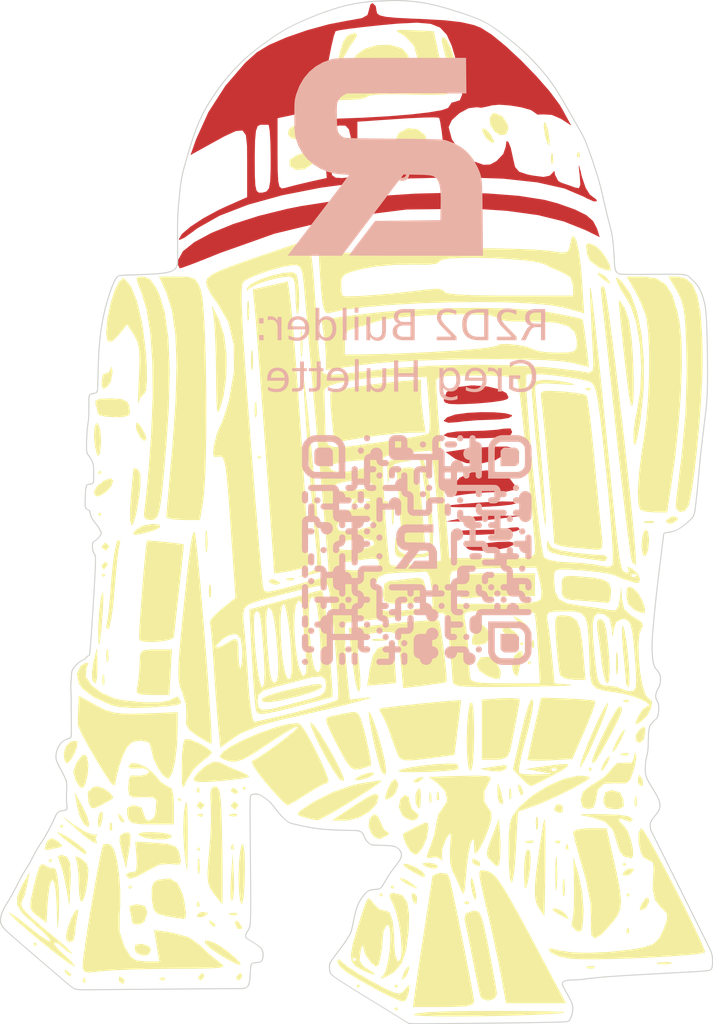
<source format=kicad_pcb>
(kicad_pcb (version 20240108) (generator "pcbnew") (generator_version "8.0")
  (layers (0 "F.Cu" signal) (31 "B.Cu" signal) (34 "B.Paste" user) (35 "F.Paste" user) (36 "B.SilkS" user "B.Silkscreen") (37 "F.SilkS" user "F.Silkscreen") (38 "B.Mask" user) (39 "F.Mask" user) (44 "Edge.Cuts" user))
  (net 0 "")
  (footprint "02-Logos:R2BW147-3" (layer "F.Cu") (at 86.868 94.996)
    (property "Reference" "G***" (at 0 0 0) (layer "F.SilkS") (effects (font (size 1.5 1.5) (thickness 0.3))))
    (property "Value" "LOGO" (hide yes))
  )
  (footprint "01-Custom:dome" (layer "F.Cu") (at 87.122 54.864)
    (property "Reference" "REF**" (hide yes))
    (property "Value" "dome" (hide yes))
    (pad "1" smd custom (at 10.16 -2.54) (size 1.524 1.524) (layers "F.Cu" "F.Paste" "F.Mask") (options (clearance outline) (anchor circle)) (primitives (gr_poly (pts (xy -1.143 -0.381) (xy -1.127161 -0.489713) (xy -1.072076 -0.60239) (xy -0.98339 -0.691076) (xy -0.870713 -0.746161) (xy -0.762 -0.762) (xy 0.762 -0.762) (xy 0.870713 -0.746161) (xy 0.98339 -0.691076) (xy 1.072076 -0.60239) (xy 1.127161 -0.489713) (xy 1.143 -0.381) (xy 1.143 0.381) (xy 1.127161 0.489713) (xy 1.072076 0.60239) (xy 0.98339 0.691076) (xy 0.870713 0.746161) (xy 0.762 0.762) (xy -0.762 0.762) (xy -0.870713 0.746161) (xy -0.98339 0.691076) (xy -1.072076 0.60239) (xy -1.127161 0.489713) (xy -1.143 0.381)) (width 0) (fill yes)) (gr_poly (pts (xy -10.375021 -6.65424) (xy -10.311346 -6.26395) (xy -10.248746 -5.961975) (xy -9.97857 -5.751856) (xy -9.377253 -5.609268) (xy -8.32123 -5.509884) (xy -6.686937 -5.429381) (xy -5.922375 -5.399934) (xy -3.655023 -5.276926) (xy -1.981408 -5.087221) (xy -0.749525 -4.808461) (xy -0.039287 -4.53469) (xy 1.038534 -3.85005) (xy 2.410072 -2.726625) (xy 3.91821 -1.321324) (xy 5.405833 0.208946) (xy 6.715827 1.707279) (xy 7.691075 3.016767) (xy 7.944855 3.43889) (xy 8.82964 5.064809) (xy 7.849663 4.422703) (xy 6.926274 4.020662) (xy 6.141197 3.971102) (xy 5.502641 3.988384) (xy 5.301417 3.833315) (xy 4.87412 3.544934) (xy 3.963916 3.284767) (xy 2.834834 3.09451) (xy 1.750905 3.015858) (xy 0.976157 3.090507) (xy 0.869931 3.133492) (xy 0.009575 3.316814) (xy -0.459821 3.265102) (xy -1.25023 3.362474) (xy -2.159965 3.854942) (xy -2.908231 4.543181) (xy -3.214287 5.220396) (xy -2.899768 6.40474) (xy -2.094279 7.575029) (xy -1.004925 8.451145) (xy -0.726173 8.585715) (xy 0.213627 8.915165) (xy 0.855678 8.88867) (xy 1.490194 8.547678) (xy 2.152643 7.852415) (xy 2.388654 7.158282) (xy 2.465919 6.595403) (xy 2.655145 6.662064) (xy 2.89248 7.261731) (xy 3.105023 8.241317) (xy 3.311364 9.123211) (xy 3.709216 9.593684) (xy 4.532223 9.868323) (xy 4.966003 9.958483) (xy 6.098935 10.110667) (xy 6.72164 9.982004) (xy 6.91675 9.78263) (xy 7.175064 9.515358) (xy 7.238817 9.89367) (xy 7.553849 10.501318) (xy 7.898213 10.691733) (xy 8.846085 11.009193) (xy 9.187438 11.141835) (xy 9.587994 11.211512) (xy 9.723199 10.857559) (xy 9.66267 9.970243) (xy 9.571789 9.11825) (xy 9.581858 8.934752) (xy 9.721446 9.441442) (xy 9.893858 10.145814) (xy 10.245164 11.172277) (xy 10.6654 11.849624) (xy 10.819362 11.960042) (xy 11.296912 12.321065) (xy 11.35336 12.485925) (xy 11.074551 12.52198) (xy 10.377637 12.222757) (xy 10.090043 12.061519) (xy 8.147845 11.239063) (xy 5.496562 10.645381) (xy 2.135483 10.280362) (xy -1.936105 10.143898) (xy -2.280464 10.142862) (xy -7.006449 10.257844) (xy -11.515679 10.601223) (xy -15.724904 11.155958) (xy -19.550879 11.90501) (xy -22.910356 12.831339) (xy -25.720087 13.917904) (xy -27.896825 15.147667) (xy -28.332248 15.475404) (xy -29.135514 16.053406) (xy -29.643025 16.288768) (xy -29.734875 16.230465) (xy -29.417494 15.702986) (xy -28.565279 14.980977) (xy -27.328122 14.168651) (xy -25.855913 13.370219) (xy -25.139953 13.035821) (xy -23.011346 12.09445) (xy -23.011346 8.702804) (xy -23.01383 8.375715) (xy -22.264287 8.375715) (xy -22.254342 9.974007) (xy -22.202582 10.962538) (xy -22.07612 11.478553) (xy -21.842071 11.659296) (xy -21.481115 11.644097) (xy -21.104493 11.530931) (xy -20.872798 11.231672) (xy -20.751392 10.59607) (xy -20.705634 9.473876) (xy -20.700099 8.256353) (xy -20.724381 6.798521) (xy -20.787472 5.675719) (xy -20.877846 5.056979) (xy -20.922977 4.987971) (xy -21.455594 4.987971) (xy -21.703993 4.987971) (xy -21.976439 5.118391) (xy -22.146532 5.594537) (xy -22.235332 6.543732) (xy -22.263896 8.093304) (xy -22.264287 8.375715) (xy -23.01383 8.375715) (xy -23.023975 7.039512) (xy -23.138362 6.007258) (xy -23.469257 5.54848) (xy -24.131408 5.605615) (xy -25.239566 6.1211) (xy -26.633976 6.885556) (xy -28.575723 7.960829) (xy -28.022651 6.393257) (xy -27.088189 4.342993) (xy -20.023111 4.342993) (xy -20.023111 7.865653) (xy -20.010443 9.505972) (xy -19.955598 10.528526) (xy -19.833312 11.062419) (xy -19.618319 11.236753) (xy -19.369434 11.206016) (xy -18.43099 10.957615) (xy -17.968699 10.842033) (xy -17.01905 10.618897) (xy -16.206443 10.434763) (xy -15.191245 10.209178) (xy -15.414164 7.318427) (xy -15.543468 5.641647) (xy -14.943111 5.641647) (xy -14.91251 6.258051) (xy -14.874108 7.338562) (xy -14.849728 8.162971) (xy -14.797585 9.337498) (xy -14.653746 9.948882) (xy -14.312948 10.180913) (xy -13.673111 10.217383) (xy -12.90117 10.136015) (xy -12.600954 9.736729) (xy -12.556633 9.003412) (xy -12.624743 7.770517) (xy -12.784241 6.438304) (xy -12.795482 6.368921) (xy -13.009164 5.446288) (xy -13.352433 5.075123) (xy -14.004752 5.0615) (xy -14.005342 5.061569) (xy -14.713285 5.298099) (xy -14.943111 5.641647) (xy -15.543468 5.641647) (xy -15.617136 4.686331) (xy -12.178993 4.686331) (xy -12.178993 7.016073) (xy -12.13702 8.281529) (xy -12.027822 9.236151) (xy -11.898846 9.630496) (xy -11.387438 9.757513) (xy -10.430026 9.742017) (xy -9.979065 9.692751) (xy -8.684898 9.571134) (xy -7.063199 9.490344) (xy -5.912041 9.470324) (xy -3.484651 9.470324) (xy -3.741695 6.961431) (xy -3.89209 5.675781) (xy -4.038998 4.719703) (xy -4.150296 4.300982) (xy -4.562299 4.262562) (xy -5.557852 4.277162) (xy -6.975675 4.340174) (xy -8.240423 4.417878) (xy -12.178993 4.686331) (xy -15.617136 4.686331) (xy -15.637082 4.427677) (xy -14.374949 4.393489) (xy -11.618901 4.291859) (xy -9.098945 4.14743) (xy -6.909715 3.969901) (xy -5.145842 3.768971) (xy -3.90196 3.554341) (xy -3.2727 3.335709) (xy -3.214287 3.249558) (xy -2.913172 2.807145) (xy -2.64227 2.746795) (xy -2.116755 2.579853) (xy -1.887488 2.018828) (xy -1.950312 0.973415) (xy -2.30107 -0.646688) (xy -2.458494 -1.245953) (xy -2.91113 -2.767737) (xy -3.400491 -3.848401) (xy -4.050133 -4.547127) (xy -4.983614 -4.923098) (xy -6.324488 -5.035494) (xy -8.196312 -4.943498) (xy -9.86139 -4.791854) (xy -11.569277 -4.611677) (xy -12.986053 -4.437961) (xy -13.956961 -4.291315) (xy -14.323893 -4.197521) (xy -14.490864 -3.742075) (xy -14.723684 -2.759396) (xy -14.98328 -1.461905) (xy -15.230579 -0.062023) (xy -15.426509 1.227829) (xy -15.531995 2.195229) (xy -15.540318 2.415607) (xy -15.607732 2.970408) (xy -15.922595 3.330726) (xy -16.654765 3.606569) (xy -17.781934 3.867383) (xy -20.023111 4.342993) (xy -27.088189 4.342993) (xy -26.814187 3.741816) (xy -25.144086 1.15443) (xy -23.198726 -1.103086) (xy -22.040731 -2.138326) (xy -20.855411 -2.853343) (xy -19.145255 -3.596537) (xy -17.125529 -4.294346) (xy -15.011497 -4.873211) (xy -13.018421 -5.259568) (xy -12.832669 -5.284964) (xy -11.72374 -5.490519) (xy -11.189797 -5.789347) (xy -11.058405 -6.240799) (xy -10.897566 -6.835234) (xy -10.684875 -6.96497)) (width 0) (fill yes))))
    (pad "2" smd custom (at 11.176 28.702) (size 0.2 0.2) (layers "F.Cu" "F.Paste" "F.Mask") (options (clearance outline) (anchor circle)) (primitives (gr_poly (pts (xy -0.25 -0.05) (xy -0.246194 -0.069134) (xy -0.235355 -0.085355) (xy -0.219134 -0.096194) (xy -0.2 -0.1) (xy 0.2 -0.1) (xy 0.219134 -0.096194) (xy 0.235355 -0.085355) (xy 0.246194 -0.069134) (xy 0.25 -0.05) (xy 0.25 0.05) (xy 0.246194 0.069134) (xy 0.235355 0.085355) (xy 0.219134 0.096194) (xy 0.2 0.1) (xy -0.2 0.1) (xy -0.219134 0.096194) (xy -0.235355 0.085355) (xy -0.246194 0.069134) (xy -0.25 0.05)) (width 0) (fill yes)) (gr_poly (pts (xy -0.391187 -0.561031) (xy 0.71515 -0.288706) (xy 1.447591 0.087831) (xy 1.651795 0.505305) (xy 1.547917 0.672688) (xy 1.066349 0.823767) (xy 0.037517 0.975596) (xy -1.33932 1.100609) (xy -1.719878 1.12475) (xy -3.247331 1.188961) (xy -4.165544 1.153634) (xy -4.607658 1.002706) (xy -4.708626 0.764185) (xy -4.436869 -0.011582) (xy -3.584346 -0.477687) (xy -2.095182 -0.66084) (xy -1.717078 -0.665867)) (width 0) (fill yes))))
    (pad "3" smd custom (at 11.176 31.242) (size 0.2 0.2) (layers "F.Cu" "F.Paste" "F.Mask") (options (clearance outline) (anchor circle)) (primitives (gr_poly (pts (xy -0.25 -0.05) (xy -0.246194 -0.069134) (xy -0.235355 -0.085355) (xy -0.219134 -0.096194) (xy -0.2 -0.1) (xy 0.2 -0.1) (xy 0.219134 -0.096194) (xy 0.235355 -0.085355) (xy 0.246194 -0.069134) (xy 0.25 -0.05) (xy 0.25 0.05) (xy 0.246194 0.069134) (xy 0.235355 0.085355) (xy 0.219134 0.096194) (xy 0.2 0.1) (xy -0.2 0.1) (xy -0.219134 0.096194) (xy -0.235355 0.085355) (xy -0.246194 0.069134) (xy -0.25 0.05)) (width 0) (fill yes)) (gr_poly (pts (xy 0.250677 -0.569309) (xy 1.313348 -0.47953) (xy 1.934064 -0.318199) (xy 2.014903 -0.217632) (xy 1.678007 -0.008231) (xy 0.812647 0.129159) (xy 0.053874 0.160009) (xy -1.408594 0.209318) (xy -2.823249 0.329046) (xy -3.307891 0.395647) (xy -4.26779 0.465607) (xy -4.699334 0.299533) (xy -4.708626 0.251462) (xy -4.384715 -0.072416) (xy -3.599273 -0.34566) (xy -3.541347 -0.357705) (xy -2.381442 -0.513558) (xy -1.049177 -0.582372)) (width 0) (fill yes))))
    (pad "4" smd custom (at 10.381738 32.864431) (size 0.2 0.2) (layers "F.Cu" "F.Paste" "F.Mask") (options (clearance outline) (anchor circle)) (primitives (gr_poly (pts (xy -0.25 -0.05) (xy -0.246194 -0.069134) (xy -0.235355 -0.085355) (xy -0.219134 -0.096194) (xy -0.2 -0.1) (xy 0.2 -0.1) (xy 0.219134 -0.096194) (xy 0.235355 -0.085355) (xy 0.246194 -0.069134) (xy 0.25 -0.05) (xy 0.25 0.05) (xy 0.246194 0.069134) (xy 0.235355 0.085355) (xy 0.219134 0.096194) (xy 0.2 0.1) (xy -0.2 0.1) (xy -0.219134 0.096194) (xy -0.235355 0.085355) (xy -0.246194 0.069134) (xy -0.25 0.05)) (width 0) (fill yes)) (gr_poly (pts (xy 2.809165 -0.251843) (xy 2.665399 0.023394) (xy 2.151415 0.203381) (xy 1.143184 0.311095) (xy -0.483322 0.369511) (xy -0.5526 0.370938) (xy -2.310689 0.364269) (xy -3.44795 0.264995) (xy -3.907378 0.078616) (xy -3.914364 0.046506) (xy -3.563956 -0.169192) (xy -2.601072 -0.308419) (xy -1.393041 -0.351046) (xy 0.035853 -0.386503) (xy 1.266409 -0.473928) (xy 1.968724 -0.581375) (xy 2.640219 -0.611344)) (width 0) (fill yes))))
    (pad "5" smd custom (at 10.16 35.052) (size 0.2 0.2) (layers "F.Cu" "F.Paste" "F.Mask") (options (clearance outline) (anchor circle)) (primitives (gr_poly (pts (xy -0.25 -0.05) (xy -0.246194 -0.069134) (xy -0.235355 -0.085355) (xy -0.219134 -0.096194) (xy -0.2 -0.1) (xy 0.2 -0.1) (xy 0.219134 -0.096194) (xy 0.235355 -0.085355) (xy 0.246194 -0.069134) (xy 0.25 -0.05) (xy 0.25 0.05) (xy 0.246194 0.069134) (xy 0.235355 0.085355) (xy 0.219134 0.096194) (xy 0.2 0.1) (xy -0.2 0.1) (xy -0.219134 0.096194) (xy -0.235355 0.085355) (xy -0.246194 0.069134) (xy -0.25 0.05)) (width 0) (fill yes)) (gr_poly (pts (xy 2.914064 -0.914385) (xy 2.770647 -0.633011) (xy 2.460233 -0.320259) (xy 1.361475 0.336164) (xy -0.059499 0.658371) (xy -1.487439 0.613987) (xy -2.572038 0.196543) (xy -3.505862 -0.474718) (xy -1.824979 -0.72937) (xy -0.30891 -0.903355) (xy 1.268479 -1.005075) (xy 1.526409 -1.011709) (xy 2.537065 -1.012667)) (width 0) (fill yes))))
    (pad "6" smd custom (at 10.922 37.592) (size 0.2 0.2) (layers "F.Cu" "F.Paste" "F.Mask") (options (clearance outline) (anchor circle)) (primitives (gr_poly (pts (xy -0.25 -0.05) (xy -0.246194 -0.069134) (xy -0.235355 -0.085355) (xy -0.219134 -0.096194) (xy -0.2 -0.1) (xy 0.2 -0.1) (xy 0.219134 -0.096194) (xy 0.235355 -0.085355) (xy 0.246194 -0.069134) (xy 0.25 -0.05) (xy 0.25 0.05) (xy 0.246194 0.069134) (xy 0.235355 0.085355) (xy 0.219134 0.096194) (xy 0.2 0.1) (xy -0.2 0.1) (xy -0.219134 0.096194) (xy -0.235355 0.085355) (xy -0.246194 0.069134) (xy -0.25 0.05)) (width 0) (fill yes)) (gr_poly (pts (xy 1.088284 -0.976982) (xy 2.056018 -0.377155) (xy 2.57006 0.298045) (xy 2.44109 0.704277) (xy 1.634281 0.884314) (xy 1.013684 0.902957) (xy -0.442801 0.959258) (xy -2.017336 1.098917) (xy -2.364213 1.142704) (xy -4.113362 1.382452) (xy -3.662836 0.393653) (xy -2.881916 -0.503111) (xy -1.667225 -1.052378) (xy -0.262559 -1.221288)) (width 0) (fill yes))))
    (pad "7" smd custom (at 11.938 39.624) (size 0.2 0.2) (layers "F.Cu" "F.Paste" "F.Mask") (options (clearance outline) (anchor circle)) (primitives (gr_poly (pts (xy -0.25 -0.05) (xy -0.246194 -0.069134) (xy -0.235355 -0.085355) (xy -0.219134 -0.096194) (xy -0.2 -0.1) (xy 0.2 -0.1) (xy 0.219134 -0.096194) (xy 0.235355 -0.085355) (xy 0.246194 -0.069134) (xy 0.25 -0.05) (xy 0.25 0.05) (xy 0.246194 0.069134) (xy 0.235355 0.085355) (xy 0.219134 0.096194) (xy 0.2 0.1) (xy -0.2 0.1) (xy -0.219134 0.096194) (xy -0.235355 0.085355) (xy -0.246194 0.069134) (xy -0.25 0.05)) (width 0) (fill yes)) (gr_poly (pts (xy 1.336315 -0.180502) (xy 1.683096 -0.067941) (xy 1.618151 0.004567) (xy 1.120964 0.126325) (xy 0.159451 0.231176) (xy -1.07909 0.312815) (xy -2.407362 0.36494) (xy -3.638068 0.381244) (xy -4.58391 0.355425) (xy -5.057591 0.281176) (xy -5.06597 0.229551) (xy -4.64951 0.149398) (xy -3.658797 0.04548) (xy -2.265552 -0.065718) (xy -1.370084 -0.125237) (xy 0.305081 -0.200187)) (width 0) (fill yes))))
    (pad "8" smd custom (at 10.16 41.148) (size 0.2 0.2) (layers "F.Cu" "F.Paste" "F.Mask") (options (clearance outline) (anchor circle)) (primitives (gr_poly (pts (xy -0.25 -0.05) (xy -0.246194 -0.069134) (xy -0.235355 -0.085355) (xy -0.219134 -0.096194) (xy -0.2 -0.1) (xy 0.2 -0.1) (xy 0.219134 -0.096194) (xy 0.235355 -0.085355) (xy 0.246194 -0.069134) (xy 0.25 -0.05) (xy 0.25 0.05) (xy 0.246194 0.069134) (xy 0.235355 0.085355) (xy 0.219134 0.096194) (xy 0.2 0.1) (xy -0.2 0.1) (xy -0.219134 0.096194) (xy -0.235355 0.085355) (xy -0.246194 0.069134) (xy -0.25 0.05)) (width 0) (fill yes)) (gr_poly (pts (xy 3.964726 -0.302034) (xy 1.72355 -0.023961) (xy 0.201322 0.13212) (xy -1.280593 0.231901) (xy -2.011744 0.251696) (xy -3.505862 0.249281) (xy -2.011744 -0.059767) (xy -0.772872 -0.228502) (xy 0.780136 -0.325484) (xy 1.72355 -0.335424)) (width 0) (fill yes))))
    (pad "9" smd custom (at 10.629856 42.345598) (size 0.2 0.2) (layers "F.Cu" "F.Paste" "F.Mask") (options (clearance outline) (anchor circle)) (primitives (gr_poly (pts (xy -0.25 -0.05) (xy -0.246194 -0.069134) (xy -0.235355 -0.085355) (xy -0.219134 -0.096194) (xy -0.2 -0.1) (xy 0.2 -0.1) (xy 0.219134 -0.096194) (xy 0.235355 -0.085355) (xy 0.246194 -0.069134) (xy 0.25 -0.05) (xy 0.25 0.05) (xy 0.246194 0.069134) (xy 0.235355 0.085355) (xy 0.219134 0.096194) (xy 0.2 0.1) (xy -0.2 0.1) (xy -0.219134 0.096194) (xy -0.235355 0.085355) (xy -0.246194 0.069134) (xy -0.25 0.05)) (width 0) (fill yes)) (gr_poly (pts (xy 3.308106 -0.186357) (xy 2.968819 -0.005704) (xy 2.087693 0.15075) (xy 0.869829 0.272083) (xy -0.479672 0.347376) (xy -1.755708 0.365709) (xy -2.753177 0.316164) (xy -3.266979 0.187819) (xy -3.287537 0.1648) (xy -3.036097 0.025259) (xy -2.212452 -0.076737) (xy -0.991272 -0.120175) (xy -0.916145 -0.120448) (xy 0.517666 -0.155602) (xy 1.752916 -0.24233) (xy 2.467665 -0.350778) (xy 3.121513 -0.386535)) (width 0) (fill yes))))
    (pad "10" smd custom (at 11.43 43.688) (size 0.2 0.2) (layers "F.Cu" "F.Paste" "F.Mask") (options (clearance outline) (anchor circle)) (primitives (gr_poly (pts (xy -0.25 -0.05) (xy -0.246194 -0.069134) (xy -0.235355 -0.085355) (xy -0.219134 -0.096194) (xy -0.2 -0.1) (xy 0.2 -0.1) (xy 0.219134 -0.096194) (xy 0.235355 -0.085355) (xy 0.246194 -0.069134) (xy 0.25 -0.05) (xy 0.25 0.05) (xy 0.246194 0.069134) (xy 0.235355 0.085355) (xy 0.219134 0.096194) (xy 0.2 0.1) (xy -0.2 0.1) (xy -0.219134 0.096194) (xy -0.235355 0.085355) (xy -0.246194 0.069134) (xy -0.25 0.05)) (width 0) (fill yes)) (gr_poly (pts (xy 1.98707 -0.198988) (xy 1.928991 -0.00728) (xy 1.26621 0.280736) (xy 0.164663 0.489516) (xy -1.068885 0.587565) (xy -2.127669 0.543388) (xy -2.518628 0.449355) (xy -2.794 0.254) (xy -2.461939 0.086647) (xy -1.453556 -0.087067) (xy -1.439288 -0.089026) (xy 0.309885 -0.286054) (xy 1.469108 -0.322293)) (width 0) (fill yes))))
    (pad "11" smd custom (at 4.318 9.906) (size 1 1) (layers "F.Cu" "F.Paste" "F.Mask") (options (clearance outline) (anchor circle)) (primitives (gr_poly (pts (xy -0.5 -0.25) (xy -0.48097 -0.345671) (xy -0.426777 -0.426777) (xy -0.345671 -0.48097) (xy -0.25 -0.5) (xy 0.25 -0.5) (xy 0.345671 -0.48097) (xy 0.426777 -0.426777) (xy 0.48097 -0.345671) (xy 0.5 -0.25) (xy 0.5 0.25) (xy 0.48097 0.345671) (xy 0.426777 0.426777) (xy 0.345671 0.48097) (xy 0.25 0.5) (xy -0.25 0.5) (xy -0.345671 0.48097) (xy -0.426777 0.426777) (xy -0.48097 0.345671) (xy -0.5 0.25)) (width 0) (fill yes)) (gr_poly (pts (xy 6.444686 -0.719732) (xy 9.496899 -0.486266) (xy 12.037406 -0.088695) (xy 13.337554 0.253726) (xy 15.038118 0.859491) (xy 16.151834 1.408394) (xy 16.823535 1.994395) (xy 17.198047 2.711453) (xy 17.217474 2.770867) (xy 17.470809 3.569055) (xy 16.057858 2.876662) (xy 13.9291 2.031353) (xy 11.406225 1.411611) (xy 8.373523 0.995217) (xy 5.119907 0.776273) (xy -1.515717 0.862779) (xy -8.070199 1.686345) (xy -14.492085 3.237977) (xy -19.859611 5.14372) (xy -21.38848 5.760342) (xy -22.658628 6.253326) (xy -23.513212 6.562955) (xy -23.786638 6.638929) (xy -23.960206 6.327631) (xy -23.947984 5.800625) (xy -23.477838 4.95632) (xy -22.358515 4.06219) (xy -20.682431 3.158621) (xy -18.542 2.286) (xy -16.029637 1.484715) (xy -13.237757 0.79515) (xy -11.875681 0.524865) (xy -8.243349 -0.040917) (xy -4.463252 -0.449686) (xy -0.667284 -0.700024) (xy 3.01266 -0.790512)) (width 0) (fill yes))))
  )
  (footprint "02-Logos:qrcode3" (layer "B.Cu") (at 90.932 99.06 180)
    (property "Reference" "G***" (hide yes))
    (property "Value" "LOGO" (hide yes))
  )
  (footprint "02-Logos:R2logo30mm" (layer "B.Cu") (at 87.884 61.976 180)
    (property "Reference" "G***" (at 0 0 180) (layer "B.SilkS") (effects (font (size 1.524 1.524) (thickness 0.3)) (justify mirror)))
    (property "Value" "LOGO" (hide yes))
  )
  (gr_line (start 114.698156 114.867753) (end 114.70571 114.761442) (stroke (width 0.1)) (layer "Edge.Cuts"))
  (gr_line (start 74.662602 139.799918) (end 74.685269 139.743123) (stroke (width 0.1)) (layer "Edge.Cuts"))
  (gr_line (start 55.614418 118.639851) (end 55.582358 118.737269) (stroke (width 0.1)) (layer "Edge.Cuts"))
  (gr_line (start 74.566897 126.523851) (end 74.559872 125.638462) (stroke (width 0.1)) (layer "Edge.Cuts"))
  (gr_line (start 53.978893 127.876139) (end 53.889951 128.011486) (stroke (width 0.1)) (layer "Edge.Cuts"))
  (gr_line (start 59.864448 97.612269) (end 59.843936 97.643811) (stroke (width 0.1)) (layer "Edge.Cuts"))
  (gr_line (start 74.095602 50.808443) (end 73.867117 51.019886) (stroke (width 0.1)) (layer "Edge.Cuts"))
  (gr_line (start 119.167973 86.793478) (end 119.218845 86.387761) (stroke (width 0.1)) (layer "Edge.Cuts"))
  (gr_line (start 79.360386 126.070177) (end 79.579552 126.119842) (stroke (width 0.1)) (layer "Edge.Cuts"))
  (gr_line (start 87.849441 45.143635) (end 87.766416 45.148267) (stroke (width 0.1)) (layer "Edge.Cuts"))
  (gr_line (start 88.592333 130.408545) (end 88.493597 130.542884) (stroke (width 0.1)) (layer "Edge.Cuts"))
  (gr_line (start 51.52956 132.217785) (end 51.413499 132.441215) (stroke (width 0.1)) (layer "Edge.Cuts"))
  (gr_line (start 118.301263 72.832735) (end 118.245022 72.771983) (stroke (width 0.1)) (layer "Edge.Cuts"))
  (gr_line (start 105.817701 142.817397) (end 105.72596 142.652963) (stroke (width 0.1)) (layer "Edge.Cuts"))
  (gr_line (start 89.428664 129.069946) (end 89.418747 129.130783) (stroke (width 0.1)) (layer "Edge.Cuts"))
  (gr_line (start 85.838746 127.341882) (end 85.879179 127.418746) (stroke (width 0.1)) (layer "Edge.Cuts"))
  (gr_line (start 56.51606 123.305421) (end 56.516299 123.413168) (stroke (width 0.1)) (layer "Edge.Cuts"))
  (gr_line (start 119.320752 75.476618) (end 119.28918 75.232559) (stroke (width 0.1)) (layer "Edge.Cuts"))
  (gr_line (start 57.079802 110.891488) (end 57.061811 110.942448) (stroke (width 0.1)) (layer "Edge.Cuts"))
  (gr_line (start 78.252408 125.716337) (end 78.337071 125.772118) (stroke (width 0.1)) (layer "Edge.Cuts"))
  (gr_line (start 59.610833 97.916614) (end 59.58372 97.947108) (stroke (width 0.1)) (layer "Edge.Cuts"))
  (gr_line (start 114.290063 125.215323) (end 114.344324 125.147125) (stroke (width 0.1)) (layer "Edge.Cuts"))
  (gr_line (start 58.588814 109.481914) (end 58.563847 109.500206) (stroke (width 0.1)) (layer "Edge.Cuts"))
  (gr_line (start 95.536414 46.407838) (end 95.292405 46.326457) (stroke (width 0.1)) (layer "Edge.Cuts"))
  (gr_line (start 57.000652 116.858657) (end 56.999102 117.001292) (stroke (width 0.1)) (layer "Edge.Cuts"))
  (gr_line (start 67.448616 66.565557) (end 67.440716 66.833929) (stroke (width 0.1)) (layer "Edge.Cuts"))
  (gr_line (start 105.06842 145.397812) (end 105.404217 145.380824) (stroke (width 0.1)) (layer "Edge.Cuts"))
  (gr_line (start 58.035533 109.908903) (end 57.983334 109.937634) (stroke (width 0.1)) (layer "Edge.Cuts"))
  (gr_line (start 119.995275 139.630231) (end 119.99811 139.528459) (stroke (width 0.1)) (layer "Edge.Cuts"))
  (gr_line (start 117.530317 133.78802) (end 117.019392 132.758582) (stroke (width 0.1)) (layer "Edge.Cuts"))
  (gr_line (start 114.523578 113.816534) (end 114.499317 113.770353) (stroke (width 0.1)) (layer "Edge.Cuts"))
  (gr_line (start 114.867894 111.978615) (end 114.871513 111.911922) (stroke (width 0.1)) (layer "Edge.Cuts"))
  (gr_line (start 74.568546 140.69352) (end 74.578966 140.523787) (stroke (width 0.1)) (layer "Edge.Cuts"))
  (gr_line (start 117.969486 95.93112) (end 118.026725 95.860128) (stroke (width 0.1)) (layer "Edge.Cuts"))
  (gr_line (start 78.757982 125.93546) (end 78.87291 125.961633) (stroke (width 0.1)) (layer "Edge.Cuts"))
  (gr_line (start 58.508239 92.729815) (end 58.497 92.754164) (stroke (width 0.1)) (layer "Edge.Cuts"))
  (gr_line (start 59.307849 98.158334) (end 59.269964 98.182588) (stroke (width 0.1)) (layer "Edge.Cuts"))
  (gr_line (start 105.67836 55.606817) (end 105.488291 55.278041) (stroke (width 0.1)) (layer "Edge.Cuts"))
  (gr_line (start 84.78871 135.150667) (end 84.749502 135.33347) (stroke (width 0.1)) (layer "Edge.Cuts"))
  (gr_line (start 90.056797 145.476285) (end 90.108877 145.502836) (stroke (width 0.1)) (layer "Edge.Cuts"))
  (gr_line (start 75.828048 138.982768) (end 75.834762 138.906347) (stroke (width 0.1)) (layer "Edge.Cuts"))
  (gr_line (start 56.545753 123.982723) (end 56.552853 124.060382) (stroke (width 0.1)) (layer "Edge.Cuts"))
  (gr_line (start 64.18042 72.006949) (end 63.87886 72.018736) (stroke (width 0.1)) (layer "Edge.Cuts"))
  (gr_line (start 89.317615 128.604592) (end 89.349341 128.659838) (stroke (width 0.1)) (layer "Edge.Cuts"))
  (gr_line (start 59.852322 97.165748) (end 59.86747 97.192742) (stroke (width 0.1)) (layer "Edge.Cuts"))
  (gr_line (start 114.20174 110.222988) (end 114.173575 110.092001) (stroke (width 0.1)) (layer "Edge.Cuts"))
  (gr_line (start 117.130927 96.674402) (end 117.249123 96.581417) (stroke (width 0.1)) (layer "Edge.Cuts"))
  (gr_line (start 55.486217 119.433794) (end 55.494867 119.521485) (stroke (width 0.1)) (layer "Edge.Cuts"))
  (gr_line (start 53.099956 138.620432) (end 53.650788 139.093425) (stroke (width 0.1)) (layer "Edge.Cuts"))
  (gr_line (start 84.958509 134.457539) (end 84.914064 134.620699) (stroke (width 0.1)) (layer "Edge.Cuts"))
  (gr_line (start 60.678191 74.123909) (end 60.591578 74.402574) (stroke (width 0.1)) (layer "Edge.Cuts"))
  (gr_line (start 85.686483 133.011212) (end 85.606287 133.115743) (stroke (width 0.1)) (layer "Edge.Cuts"))
  (gr_line (start 67.35314 71.211) (end 67.314208 71.294374) (stroke (width 0.1)) (layer "Edge.Cuts"))
  (gr_line (start 59.460262 98.061044) (end 59.423848 98.086397) (stroke (width 0.1)) (layer "Edge.Cuts"))
  (gr_line (start 76.245958 123.57919) (end 76.31511 123.633748) (stroke (width 0.1)) (layer "Edge.Cuts"))
  (gr_line (start 56.531876 123.81094) (end 56.538625 123.89944) (stroke (width 0.1)) (layer "Edge.Cuts"))
  (gr_line (start 53.650788 139.093425) (end 54.205266 139.568806) (stroke (width 0.1)) (layer "Edge.Cuts"))
  (gr_line (start 59.062517 83.705108) (end 58.999977 83.720039) (stroke (width 0.1)) (layer "Edge.Cuts"))
  (gr_line (start 76.385609 123.692974) (end 76.458469 123.758833) (stroke (width 0.1)) (layer "Edge.Cuts"))
  (gr_line (start 58.779914 83.887464) (end 58.758351 83.951135) (stroke (width 0.1)) (layer "Edge.Cuts"))
  (gr_line (start 68.643345 59.56748) (end 68.551553 59.872538) (stroke (width 0.1)) (layer "Edge.Cuts"))
  (gr_line (start 74.917663 139.597207) (end 74.973752 139.586672) (stroke (width 0.1)) (layer "Edge.Cuts"))
  (gr_line (start 68.16502 61.196556) (end 68.102886 61.415669) (stroke (width 0.1)) (layer "Edge.Cuts"))
  (gr_line (start 55.551658 119.765843) (end 55.579358 119.843547) (stroke (width 0.1)) (layer "Edge.Cuts"))
  (gr_line (start 58.875756 108.434729) (end 58.846504 108.78564) (stroke (width 0.1)) (layer "Edge.Cuts"))
  (gr_line (start 58.47481 92.80915) (end 58.463423 92.841359) (stroke (width 0.1)) (layer "Edge.Cuts"))
  (gr_line (start 76.890034 124.247489) (end 76.991286 124.376594) (stroke (width 0.1)) (layer "Edge.Cuts"))
  (gr_line (start 89.243696 128.500183) (end 89.282185 128.55122) (stroke (width 0.1)) (layer "Edge.Cuts"))
  (gr_line (start 114.416213 113.349977) (end 114.422774 113.273728) (stroke (width 0.1)) (layer "Edge.Cuts"))
  (gr_line (start 59.071965 98.674573) (end 59.073479 98.742401) (stroke (width 0.1)) (layer "Edge.Cuts"))
  (gr_line (start 87.766416 45.148267) (end 87.703632 45.15176) (stroke (width 0.1)) (layer "Edge.Cuts"))
  (gr_line (start 57.01322 111.267584) (end 57.010559 111.329371) (stroke (width 0.1)) (layer "Edge.Cuts"))
  (gr_line (start 116.502161 131.716603) (end 115.998229 130.702029) (stroke (width 0.1)) (layer "Edge.Cuts"))
  (gr_line (start 117.306541 72.049586) (end 117.250713 72.038402) (stroke (width 0.1)) (layer "Edge.Cuts"))
  (gr_line (start 72.042301 52.988797) (end 71.888029 53.183916) (stroke (width 0.1)) (layer "Edge.Cuts"))
  (gr_line (start 56.965381 117.393344) (end 56.952044 117.428895) (stroke (width 0.1)) (layer "Edge.Cuts"))
  (gr_line (start 118.639046 73.286886) (end 118.583416 73.198219) (stroke (width 0.1)) (layer "Edge.Cuts"))
  (gr_line (start 78.023202 47.9566) (end 77.76761 48.105791) (stroke (width 0.1)) (layer "Edge.Cuts"))
  (gr_line (start 114.665138 112.632505) (end 114.705534 112.554328) (stroke (width 0.1)) (layer "Edge.Cuts"))
  (gr_line (start 87.376363 128.047465) (end 87.535382 128.052905) (stroke (width 0.1)) (layer "Edge.Cuts"))
  (gr_line (start 118.360204 140.448985) (end 118.850144 140.416863) (stroke (width 0.1)) (layer "Edge.Cuts"))
  (gr_line (start 108.266867 61.024288) (end 108.171792 60.741981) (stroke (width 0.1)) (layer "Edge.Cuts"))
  (gr_line (start 117.832746 96.076015) (end 117.904817 96.002834) (stroke (width 0.1)) (layer "Edge.Cuts"))
  (gr_line (start 109.273788 64.600801) (end 109.224346 64.381287) (stroke (width 0.1)) (layer "Edge.Cuts"))
  (gr_line (start 54.454141 127.116532) (end 54.355197 127.284361) (stroke (width 0.1)) (layer "Edge.Cuts"))
  (gr_line (start 58.575094 92.652232) (end 58.55318 92.668625) (stroke (width 0.1)) (layer "Edge.Cuts"))
  (gr_line (start 118.853111 89.439645) (end 118.902185 88.995537) (stroke (width 0.1)) (layer "Edge.Cuts"))
  (gr_line (start 109.381058 65.073063) (end 109.325886 64.831269) (stroke (width 0.1)) (layer "Edge.Cuts"))
  (gr_line (start 82.590947 139.319835) (end 82.511457 139.444562) (stroke (width 0.1)) (layer "Edge.Cuts"))
  (gr_line (start 58.635069 92.62555) (end 58.602071 92.637869) (stroke (width 0.1)) (layer "Edge.Cuts"))
  (gr_line (start 56.976689 111.888505) (end 56.969055 111.967333) (stroke (width 0.1)) (layer "Edge.Cuts"))
  (gr_line (start 58.614118 109.466421) (end 58.588814 109.481914) (stroke (width 0.1)) (layer "Edge.Cuts"))
  (gr_line (start 113.630242 118.827744) (end 113.647388 118.672603) (stroke (width 0.1)) (layer "Edge.Cuts"))
  (gr_line (start 59.057233 95.997103) (end 59.115035 96.086507) (stroke (width 0.1)) (layer "Edge.Cuts"))
  (gr_line (start 74.349519 141.859511) (end 74.385078 141.8042) (stroke (width 0.1)) (layer "Edge.Cuts"))
  (gr_line (start 57.016723 111.208157) (end 57.01322 111.267584) (stroke (width 0.1)) (layer "Edge.Cuts"))
  (gr_line (start 59.385308 96.450913) (end 59.451469 96.536448) (stroke (width 0.1)) (layer "Edge.Cuts"))
  (gr_line (start 74.448398 136.252255) (end 74.480551 136.183993) (stroke (width 0.1)) (layer "Edge.Cuts"))
  (gr_line (start 58.41026 93.097744) (end 58.401612 93.176574) (stroke (width 0.1)) (layer "Edge.Cuts"))
  (gr_line (start 115.080742 98.433625) (end 115.117083 98.131455) (stroke (width 0.1)) (layer "Edge.Cuts"))
  (gr_line (start 59.104472 90.51513) (end 59.128278 90.593347) (stroke (width 0.1)) (layer "Edge.Cuts"))
  (gr_line (start 59.663461 97.855) (end 59.637275 97.885826) (stroke (width 0.1)) (layer "Edge.Cuts"))
  (gr_line (start 114.661728 123.449913) (end 114.583087 123.287105) (stroke (width 0.1)) (layer "Edge.Cuts"))
  (gr_line (start 57.036332 111.04446) (end 57.027823 111.096918) (stroke (width 0.1)) (layer "Edge.Cuts"))
  (gr_line (start 85.801988 127.264354) (end 85.838746 127.341882) (stroke (width 0.1)) (layer "Edge.Cuts"))
  (gr_line (start 59.931647 77.340786) (end 59.881116 77.701577) (stroke (width 0.1)) (layer "Edge.Cuts"))
  (gr_line (start 74.193387 136.668952) (end 74.217817 136.621991) (stroke (width 0.1)) (layer "Edge.Cuts"))
  (gr_line (start 60.591578 74.402574) (end 60.505154 74.69529) (stroke (width 0.1)) (layer "Edge.Cuts"))
  (gr_line (start 59.592146 83.043393) (end 59.583043 83.181314) (stroke (width 0.1)) (layer "Edge.Cuts"))
  (gr_line (start 59.494208 98.034277) (end 59.460262 98.061044) (stroke (width 0.1)) (layer "Edge.Cuts"))
  (gr_line (start 107.978959 60.182779) (end 107.882161 59.910602) (stroke (width 0.1)) (layer "Edge.Cuts"))
  (gr_line (start 118.586104 92.249116) (end 118.619065 91.884305) (stroke (width 0.1)) (layer "Edge.Cuts"))
  (gr_line (start 50.038 135.382) (end 50.039579 135.461587) (stroke (width 0.1)) (layer "Edge.Cuts"))
  (gr_line (start 118.414417 72.965264) (end 118.357802 72.897037) (stroke (width 0.1)) (layer "Edge.Cuts"))
  (gr_line (start 78.531588 47.680184) (end 78.277353 47.815139) (stroke (width 0.1)) (layer "Edge.Cuts"))
  (gr_line (start 85.444853 133.346562) (end 85.367237 133.470577) (stroke (width 0.1)) (layer "Edge.Cuts"))
  (gr_line (start 74.172624 136.715769) (end 74.193387 136.668952) (stroke (width 0.1)) (layer "Edge.Cuts"))
  (gr_line (start 87.624691 45.156091) (end 87.601487 45.157307) (stroke (width 0.1)) (layer "Edge.Cuts"))
  (gr_line (start 89.399095 128.774095) (end 89.415937 128.832247) (stroke (width 0.1)) (layer "Edge.Cuts"))
  (gr_line (start 78.415964 125.817212) (end 78.492939 125.853664) (stroke (width 0.1)) (layer "Edge.Cuts"))
  (gr_line (start 84.000025 141.735653) (end 84.539243 142.075004) (stroke (width 0.1)) (layer "Edge.Cuts"))
  (gr_line (start 102.029242 145.460328) (end 103.089335 145.444401) (stroke (width 0.1)) (layer "Edge.Cuts"))
  (gr_line (start 56.996087 117.118449) (end 56.991407 117.213181) (stroke (width 0.1)) (layer "Edge.Cuts"))
  (gr_line (start 87.728927 131.755951) (end 87.650952 131.88538) (stroke (width 0.1)) (layer "Edge.Cuts"))
  (gr_line (start 75.834762 138.906347) (end 75.838404 138.832063) (stroke (width 0.1)) (layer "Edge.Cuts"))
  (gr_line (start 58.709704 85.728558) (end 58.703349 85.920099) (stroke (width 0.1)) (layer "Edge.Cuts"))
  (gr_line (start 59.348222 99.610287) (end 59.361972 99.72041) (stroke (width 0.1)) (layer "Edge.Cuts"))
  (gr_line (start 59.176989 99.315664) (end 59.197644 99.35788) (stroke (width 0.1)) (layer "Edge.Cuts"))
  (gr_line (start 52.09026 137.750563) (end 52.573028 138.167065) (stroke (width 0.1)) (layer "Edge.Cuts"))
  (gr_line (start 110.272755 69.480559) (end 110.251581 69.210895) (stroke (width 0.1)) (layer "Edge.Cuts"))
  (gr_line (start 59.161788 90.753255) (end 59.172372 90.835885) (stroke (width 0.1)) (layer "Edge.Cuts"))
  (gr_line (start 87.95577 45.137758) (end 87.849441 45.143635) (stroke (width 0.1)) (layer "Edge.Cuts"))
  (gr_line (start 50.871412 133.410509) (end 50.775285 133.569908) (stroke (width 0.1)) (layer "Edge.Cuts"))
  (gr_line (start 91.573116 45.337828) (end 91.325877 45.299785) (stroke (width 0.1)) (layer "Edge.Cuts"))
  (gr_line (start 60.763898 73.86137) (end 60.678191 74.123909) (stroke (width 0.1)) (layer "Edge.Cuts"))
  (gr_line (start 117.727902 140.485868) (end 118.360204 140.448985) (stroke (width 0.1)) (layer "Edge.Cuts"))
  (gr_line (start 114.553739 124.874716) (end 114.600167 124.808393) (stroke (width 0.1)) (layer "Edge.Cuts"))
  (gr_line (start 59.072301 98.610922) (end 59.071965 98.674573) (stroke (width 0.1)) (layer "Edge.Cuts"))
  (gr_line (start 59.189665 91.407165) (end 59.190222 91.518577) (stroke (width 0.1)) (layer "Edge.Cuts"))
  (gr_line (start 58.349818 94.257895) (end 58.347888 94.331067) (stroke (width 0.1)) (layer "Edge.Cuts"))
  (gr_line (start 56.99391 115.793824) (end 56.996431 116.038426) (stroke (width 0.1)) (layer "Edge.Cuts"))
  (gr_line (start 110.008595 67.592272) (end 109.96014 67.399122) (stroke (width 0.1)) (layer "Edge.Cuts"))
  (gr_line (start 100.167823 49.039225) (end 99.910722 48.834554) (stroke (width 0.1)) (layer "Edge.Cuts"))
  (gr_line (start 56.981448 113.9963) (end 56.982264 114.184851) (stroke (width 0.1)) (layer "Edge.Cuts"))
  (gr_line (start 59.073479 98.742401) (end 59.076893 98.813003) (stroke (width 0.1)) (layer "Edge.Cuts"))
  (gr_line (start 59.190756 91.745491) (end 59.190414 91.856588) (stroke (width 0.1)) (layer "Edge.Cuts"))
  (gr_line (start 58.514985 87.930616) (end 58.505246 88.167373) (stroke (width 0.1)) (layer "Edge.Cuts"))
  (gr_line (start 86.829969 128.02906) (end 86.944254 128.033189) (stroke (width 0.1)) (layer "Edge.Cuts"))
  (gr_line (start 58.34614 109.749929) (end 58.316352 109.771648) (stroke (width 0.1)) (layer "Edge.Cuts"))
  (gr_line (start 106.964202 141.235994) (end 107.141426 141.219588) (stroke (width 0.1)) (layer "Edge.Cuts"))
  (gr_line (start 110.56149 71.758263) (end 110.524099 71.70496) (stroke (width 0.1)) (layer "Edge.Cuts"))
  (gr_line (start 88.292241 130.832098) (end 88.191694 130.986567) (stroke (width 0.1)) (layer "Edge.Cuts"))
  (gr_line (start 106.065994 143.296039) (end 105.991102 143.142866) (stroke (width 0.1)) (layer "Edge.Cuts"))
  (gr_line (start 50.207928 135.973517) (end 50.255355 136.044834) (stroke (width 0.1)) (layer "Edge.Cuts"))
  (gr_line (start 56.982264 114.184851) (end 56.982953 114.383674) (stroke (width 0.1)) (layer "Edge.Cuts"))
  (gr_line (start 86.736509 132.389337) (end 86.674765 132.396586) (stroke (width 0.1)) (layer "Edge.Cuts"))
  (gr_line (start 114.699778 114.377194) (end 114.68983 114.294006) (stroke (width 0.1)) (layer "Edge.Cuts"))
  (gr_line (start 55.987228 120.650082) (end 56.03261 120.735806) (stroke (width 0.1)) (layer "Edge.Cuts"))
  (gr_line (start 118.652961 91.506456) (end 118.688269 91.116084) (stroke (width 0.1)) (layer "Edge.Cuts"))
  (gr_line (start 80.152629 46.930226) (end 79.862692 47.054965) (stroke (width 0.1)) (layer "Edge.Cuts"))
  (gr_line (start 113.845263 116.336335) (end 113.879397 116.274799) (stroke (width 0.1)) (layer "Edge.Cuts"))
  (gr_line (start 53.889951 128.011486) (end 53.802897 128.145634) (stroke (width 0.1)) (layer "Edge.Cuts"))
  (gr_line (start 58.351264 94.588116) (end 58.35584 94.647664) (stroke (width 0.1)) (layer "Edge.Cuts"))
  (gr_line (start 57.1936 142.068904) (end 57.250608 142.099001) (stroke (width 0.1)) (layer "Edge.Cuts"))
  (gr_line (start 67.314208 71.294374) (end 67.265076 71.373112) (stroke (width 0.1)) (layer "Edge.Cuts"))
  (gr_line (start 58.649366 86.522446) (end 58.630945 86.652734) (stroke (width 0.1)) (layer "Edge.Cuts"))
  (gr_line (start 116.394373 97.132744) (end 116.514634 97.076984) (stroke (width 0.1)) (layer "Edge.Cuts"))
  (gr_line (start 55.641902 124.850988) (end 55.596479 124.90157) (stroke (width 0.1)) (layer "Edge.Cuts"))
  (gr_line (start 76.229839 49.121821) (end 75.980131 49.301483) (stroke (width 0.1)) (layer "Edge.Cuts"))
  (gr_line (start 59.190414 91.856588) (end 59.189454 91.963175) (stroke (width 0.1)) (layer "Edge.Cuts"))
  (gr_line (start 58.532939 89.498178) (end 58.550078 89.547109) (stroke (width 0.1)) (layer "Edge.Cuts"))
  (gr_line (start 55.77236 118.300334) (end 55.729258 118.37718) (stroke (width 0.1)) (layer "Edge.Cuts"))
  (gr_line (start 58.71849 84.528202) (end 58.717572 84.706269) (stroke (width 0.1)) (layer "Edge.Cuts"))
  (gr_line (start 76.107659 123.476217) (end 76.177145 123.527335) (stroke (width 0.1)) (layer "Edge.Cuts"))
  (gr_line (start 85.52514 133.227905) (end 85.444853 133.346562) (stroke (width 0.1)) (layer "Edge.Cuts"))
  (gr_line (start 56.565339 124.197194) (end 56.569911 124.255534) (stroke (width 0.1)) (layer "Edge.Cuts"))
  (gr_line (start 56.529913 122.750443) (end 56.525702 122.861312) (stroke (width 0.1)) (layer "Edge.Cuts"))
  (gr_line (start 114.687171 114.97472) (end 114.698156 114.867753) (stroke (width 0.1)) (layer "Edge.Cuts"))
  (gr_line (start 115.145123 97.896916) (end 115.166954 97.72094) (stroke (width 0.1)) (layer "Edge.Cuts"))
  (gr_line (start 58.540744 87.474649) (end 58.526861 87.697276) (stroke (width 0.1)) (layer "Edge.Cuts"))
  (gr_line (start 114.267672 71.989609) (end 113.751216 71.992241) (stroke (width 0.1)) (layer "Edge.Cuts"))
  (gr_line (start 108.451533 61.584613) (end 108.360325 61.305693) (stroke (width 0.1)) (layer "Edge.Cuts"))
  (gr_line (start 83.203656 141.218381) (end 83.554152 141.449822) (stroke (width 0.1)) (layer "Edge.Cuts"))
  (gr_line (start 105.248067 141.668879) (end 105.248179 141.617332) (stroke (width 0.1)) (layer "Edge.Cuts"))
  (gr_line (start 90.433807 145.553667) (end 90.667639 145.559284) (stroke (width 0.1)) (layer "Edge.Cuts"))
  (gr_line (start 66.439877 71.804747) (end 66.22252 71.845859) (stroke (width 0.1)) (layer "Edge.Cuts"))
  (gr_line (start 117.548745 72.136651) (end 117.504433 72.114009) (stroke (width 0.1)) (layer "Edge.Cuts"))
  (gr_line (start 87.813015 131.613824) (end 87.728927 131.755951) (stroke (width 0.1)) (layer "Edge.Cuts"))
  (gr_line (start 59.612809 96.757699) (end 59.652285 96.818276) (stroke (width 0.1)) (layer "Edge.Cuts"))
  (gr_line (start 87.569996 45.158789) (end 87.554662 45.159433) (stroke (width 0.1)) (layer "Edge.Cuts"))
  (gr_line (start 82.360934 140.08629) (end 82.363233 140.150581) (stroke (width 0.1)) (layer "Edge.Cuts"))
  (gr_line (start 114.065163 109.068439) (end 114.057529 108.881537) (stroke (width 0.1)) (layer "Edge.Cuts"))
  (gr_line (start 58.516276 109.547425) (end 58.493452 109.575603) (stroke (width 0.1)) (layer "Edge.Cuts"))
  (gr_line (start 61.388061 72.389851) (end 61.332252 72.479465) (stroke (width 0.1)) (layer "Edge.Cuts"))
  (gr_line (start 67.645768 63.975844) (end 67.621217 64.218633) (stroke (width 0.1)) (layer "Edge.Cuts"))
  (gr_line (start 67.440679 70.497985) (end 67.437439 70.652539) (stroke (width 0.1)) (layer "Edge.Cuts"))
  (gr_line (start 119.387771 84.937819) (end 119.419527 84.568374) (stroke (width 0.1)) (layer "Edge.Cuts"))
  (gr_line (start 98.028474 47.469305) (end 97.844123 47.360032) (stroke (width 0.1)) (layer "Edge.Cuts"))
  (gr_line (start 51.671807 137.388076) (end 52.09026 137.750563) (stroke (width 0.1)) (layer "Edge.Cuts"))
  (gr_line (start 67.549985 64.975415) (end 67.528072 65.235312) (stroke (width 0.1)) (layer "Edge.Cuts"))
  (gr_line (start 75.665876 138.202561) (end 75.621915 138.147695) (stroke (width 0.1)) (layer "Edge.Cuts"))
  (gr_line (start 74.55976 123.920494) (end 74.567227 123.612029) (stroke (width 0.1)) (layer "Edge.Cuts"))
  (gr_line (start 106.606412 141.256963) (end 106.784975 141.248046) (stroke (width 0.1)) (layer "Edge.Cuts"))
  (gr_line (start 55.817314 124.734404) (end 55.751671 124.76697) (stroke (width 0.1)) (layer "Edge.Cuts"))
  (gr_line (start 119.36768 137.481944) (end 119.131173 137.007263) (stroke (width 0.1)) (layer "Edge.Cuts"))
  (gr_line (start 115.216111 97.453698) (end 115.234023 97.421284) (stroke (width 0.1)) (layer "Edge.Cuts"))
  (gr_line (start 115.117083 98.131455) (end 115.145123 97.896916) (stroke (width 0.1)) (layer "Edge.Cuts"))
  (gr_line (start 119.997261 139.320531) (end 119.992908 139.215271) (stroke (width 0.1)) (layer "Edge.Cuts"))
  (gr_line (start 56.546323 122.133375) (end 56.547191 122.228004) (stroke (width 0.1)) (layer "Edge.Cuts"))
  (gr_line (start 71.205895 54.124324) (end 71.074368 54.317091) (stroke (width 0.1)) (layer "Edge.Cuts"))
  (gr_line (start 119.878768 140.203044) (end 119.909111 140.14413) (stroke (width 0.1)) (layer "Edge.Cuts"))
  (gr_line (start 71.074368 54.317091) (end 70.94108 54.514847) (stroke (width 0.1)) (layer "Edge.Cuts"))
  (gr_line (start 67.430294 67.63781) (end 67.430076 67.904609) (stroke (width 0.1)) (layer "Edge.Cuts"))
  (gr_line (start 58.493142 89.149361) (end 58.498824 89.268027) (stroke (width 0.1)) (layer "Edge.Cuts"))
  (gr_line (start 114.499317 113.770353) (end 114.476747 113.722817) (stroke (width 0.1)) (layer "Edge.Cuts"))
  (gr_line (start 85.464382 45.324028) (end 84.879598 45.41641) (stroke (width 0.1)) (layer "Edge.Cuts"))
  (gr_line (start 118.076507 95.789113) (end 118.118829 95.717286) (stroke (width 0.1)) (layer "Edge.Cuts"))
  (gr_line (start 103.089335 145.444401) (end 103.938732 145.428982) (stroke (width 0.1)) (layer "Edge.Cuts"))
  (gr_line (start 87.76106 144.061112) (end 88.329953 144.410076) (stroke (width 0.1)) (layer "Edge.Cuts"))
  (gr_line (start 56.784479 117.551817) (end 56.750685 117.561821) (stroke (width 0.1)) (layer "Edge.Cuts"))
  (gr_line (start 117.019392 132.758582) (end 116.502161 131.716603) (stroke (width 0.1)) (layer "Edge.Cuts"))
  (gr_line (start 107.141426 141.219588) (end 107.319996 141.198011) (stroke (width 0.1)) (layer "Edge.Cuts"))
  (gr_line (start 119.485731 83.230821) (end 119.497303 82.664041) (stroke (width 0.1)) (layer "Edge.Cuts"))
  (gr_line (start 75.838404 138.832063) (end 75.839343 138.761693) (stroke (width 0.1)) (layer "Edge.Cuts"))
  (gr_line (start 57.061811 110.942448) (end 57.047492 110.993204) (stroke (width 0.1)) (layer "Edge.Cuts"))
  (gr_line (start 114.675025 111.021827) (end 114.634056 110.963133) (stroke (width 0.1)) (layer "Edge.Cuts"))
  (gr_line (start 86.363919 127.93584) (end 86.414538 127.962923) (stroke (width 0.1)) (layer "Edge.Cuts"))
  (gr_line (start 89.383981 129.25435) (end 89.35931 129.317219) (stroke (width 0.1)) (layer "Edge.Cuts"))
  (gr_line (start 114.808914 111.269465) (end 114.781422 111.206352) (stroke (width 0.1)) (layer "Edge.Cuts"))
  (gr_line (start 56.543016 122.428578) (end 56.539031 122.533552) (stroke (width 0.1)) (layer "Edge.Cuts"))
  (gr_line (start 109.498143 65.577285) (end 109.438701 65.322909) (stroke (width 0.1)) (layer "Edge.Cuts"))
  (gr_line (start 101.076067 49.793492) (end 100.870329 49.617094) (stroke (width 0.1)) (layer "Edge.Cuts"))
  (gr_line (start 59.00778 95.911271) (end 59.057233 95.997103) (stroke (width 0.1)) (layer "Edge.Cuts"))
  (gr_line (start 58.758351 83.951135) (end 58.742592 84.029398) (stroke (width 0.1)) (layer "Edge.Cuts"))
  (gr_line (start 74.636116 123.142784) (end 74.663364 123.11314) (stroke (width 0.1)) (layer "Edge.Cuts"))
  (gr_line (start 57.000937 116.687831) (end 57.000652 116.858657) (stroke (width 0.1)) (layer "Edge.Cuts"))
  (gr_line (start 62.59354 72.063614) (end 62.392981 72.071177) (stroke (width 0.1)) (layer "Edge.Cuts"))
  (gr_line (start 75.833138 138.633901) (end 75.825557 138.575242) (stroke (width 0.1)) (layer "Edge.Cuts"))
  (gr_line (start 86.944254 128.033189) (end 87.076251 128.037606) (stroke (width 0.1)) (layer "Edge.Cuts"))
  (gr_line (start 59.286924 99.486443) (end 59.309248 99.511523) (stroke (width 0.1)) (layer "Edge.Cuts"))
  (gr_line (start 74.580842 135.643832) (end 74.597327 135.344809) (stroke (width 0.1)) (layer "Edge.Cuts"))
  (gr_line (start 118.906125 73.832415) (end 118.854659 73.709034) (stroke (width 0.1)) (layer "Edge.Cuts"))
  (gr_line (start 56.322564 121.317012) (end 56.357464 121.390352) (stroke (width 0.1)) (layer "Edge.Cuts"))
  (gr_line (start 115.256184 97.402089) (end 115.284462 97.388002) (stroke (width 0.1)) (layer "Edge.Cuts"))
  (gr_line (start 80.76829 46.673508) (end 80.454169 46.802932) (stroke (width 0.1)) (layer "Edge.Cuts"))
  (gr_line (start 55.582358 118.737269) (end 55.554082 118.837817) (stroke (width 0.1)) (layer "Edge.Cuts"))
  (gr_line (start 86.107387 45.246781) (end 85.464382 45.324028) (stroke (width 0.1)) (layer "Edge.Cuts"))
  (gr_line (start 57.101975 110.839623) (end 57.079802 110.891488) (stroke (width 0.1)) (layer "Edge.Cuts"))
  (gr_line (start 68.102886 61.415669) (end 68.045428 61.624912) (stroke (width 0.1)) (layer "Edge.Cuts"))
  (gr_line (start 92.493858 45.517968) (end 92.270586 45.468656) (stroke (width 0.1)) (layer "Edge.Cuts"))
  (gr_line (start 59.076462 90.438207) (end 59.104472 90.51513) (stroke (width 0.1)) (layer "Edge.Cuts"))
  (gr_line (start 70.94108 54.514847) (end 70.806471 54.718068) (stroke (width 0.1)) (layer "Edge.Cuts"))
  (gr_line (start 55.579358 119.843547) (end 55.610686 119.920622) (stroke (width 0.1)) (layer "Edge.Cuts"))
  (gr_line (start 114.816522 124.286403) (end 114.824968 124.21123) (stroke (width 0.1)) (layer "Edge.Cuts"))
  (gr_line (start 119.83853 140.252) (end 119.878768 140.203044) (stroke (width 0.1)) (layer "Edge.Cuts"))
  (gr_line (start 55.519386 125.016818) (end 55.485647 125.080262) (stroke (width 0.1)) (layer "Edge.Cuts"))
  (gr_line (start 59.005067 106.635274) (end 58.954701 107.363487) (stroke (width 0.1)) (layer "Edge.Cuts"))
  (gr_line (start 119.909111 140.14413) (end 119.93409 140.075681) (stroke (width 0.1)) (layer "Edge.Cuts"))
  (gr_line (start 86.983397 132.365991) (end 86.92309 132.3714) (stroke (width 0.1)) (layer "Edge.Cuts"))
  (gr_line (start 106.256118 143.891945) (end 106.239951 143.79173) (stroke (width 0.1)) (layer "Edge.Cuts"))
  (gr_line (start 114.0922 107.53771) (end 114.115035 107.220127) (stroke (width 0.1)) (layer "Edge.Cuts"))
  (gr_line (start 59.344835 100.991911) (end 59.315402 101.606844) (stroke (width 0.1)) (layer "Edge.Cuts"))
  (gr_line (start 56.984863 117.288539) (end 56.976254 117.347576) (stroke (width 0.1)) (layer "Edge.Cuts"))
  (gr_line (start 87.076251 128.037606) (end 87.221804 128.042365) (stroke (width 0.1)) (layer "Edge.Cuts"))
  (gr_line (start 89.160124 128.406972) (end 89.202794 128.451946) (stroke (width 0.1)) (layer "Edge.Cuts"))
  (gr_line (start 75.664973 123.169894) (end 75.739802 123.215787) (stroke (width 0.1)) (layer "Edge.Cuts"))
  (gr_line (start 82.805882 139.017558) (end 82.690286 139.176445) (stroke (width 0.1)) (layer "Edge.Cuts"))
  (gr_line (start 116.054878 97.248763) (end 116.163849 97.217609) (stroke (width 0.1)) (layer "Edge.Cuts"))
  (gr_line (start 66.429336 142.165298) (end 67.795523 142.154619) (stroke (width 0.1)) (layer "Edge.Cuts"))
  (gr_line (start 84.535689 136.350895) (end 84.512246 136.436664) (stroke (width 0.1)) (layer "Edge.Cuts"))
  (gr_line (start 114.824968 124.21123) (end 114.829229 124.130996) (stroke (width 0.1)) (layer "Edge.Cuts"))
  (gr_line (start 88.868303 130.048113) (end 88.780725 130.161033) (stroke (width 0.1)) (layer "Edge.Cuts"))
  (gr_line (start 74.240853 137.18464) (end 74.197642 137.14503) (stroke (width 0.1)) (layer "Edge.Cuts"))
  (gr_line (start 59.71664 97.79421) (end 59.689807 97.824391) (stroke (width 0.1)) (layer "Edge.Cuts"))
  (gr_line (start 115.760878 97.309408) (end 115.852747 97.293637) (stroke (width 0.1)) (layer "Edge.Cuts"))
  (gr_line (start 85.14904 126.620936) (end 85.202203 126.629996) (stroke (width 0.1)) (layer "Edge.Cuts"))
  (gr_line (start 82.740899 140.888473) (end 82.936619 141.033815) (stroke (width 0.1)) (layer "Edge.Cuts"))
  (gr_line (start 59.316349 96.361698) (end 59.385308 96.450913) (stroke (width 0.1)) (layer "Edge.Cuts"))
  (gr_line (start 59.664745 80.368803) (end 59.650191 80.734574) (stroke (width 0.1)) (layer "Edge.Cuts"))
  (gr_line (start 118.134551 72.659891) (end 118.080883 72.607933) (stroke (width 0.1)) (layer "Edge.Cuts"))
  (gr_line (start 59.124127 99.158451) (end 59.139912 99.216347) (stroke (width 0.1)) (layer "Edge.Cuts"))
  (gr_line (start 57.812091 110.047428) (end 57.751832 110.091521) (stroke (width 0.1)) (layer "Edge.Cuts"))
  (gr_line (start 74.480551 136.183993) (end 74.510215 136.106858) (stroke (width 0.1)) (layer "Edge.Cuts"))
  (gr_line (start 56.407883 124.600611) (end 56.364644 124.610639) (stroke (width 0.1)) (layer "Edge.Cuts"))
  (gr_line (start 108.974986 63.338008) (end 108.916233 63.118002) (stroke (width 0.1)) (layer "Edge.Cuts"))
  (gr_line (start 114.860555 111.459591) (end 114.84821 111.396139) (stroke (width 0.1)) (layer "Edge.Cuts"))
  (gr_line (start 74.71177 139.699725) (end 74.742597 139.667195) (stroke (width 0.1)) (layer "Edge.Cuts"))
  (gr_line (start 56.984135 111.812597) (end 56.976689 111.888505) (stroke (width 0.1)) (layer "Edge.Cuts"))
  (gr_line (start 105.118705 54.649812) (end 104.944026 54.360653) (stroke (width 0.1)) (layer "Edge.Cuts"))
  (gr_line (start 56.871713 117.516264) (end 56.845073 117.529759) (stroke (width 0.1)) (layer "Edge.Cuts"))
  (gr_line (start 74.810028 123.046134) (end 74.855131 123.038261) (stroke (width 0.1)) (layer "Edge.Cuts"))
  (gr_line (start 115.527202 129.754802) (end 115.108686 128.914867) (stroke (width 0.1)) (layer "Edge.Cuts"))
  (gr_line (start 56.980276 113.817243) (end 56.981448 113.9963) (stroke (width 0.1)) (layer "Edge.Cuts"))
  (gr_line (start 52.624902 130.244551) (end 52.527411 130.401753) (stroke (width 0.1)) (layer "Edge.Cuts"))
  (gr_line (start 117.714269 72.258694) (end 117.673762 72.223821) (stroke (width 0.1)) (layer "Edge.Cuts"))
  (gr_line (start 82.366681 140.216514) (end 82.37205 140.283385) (stroke (width 0.1)) (layer "Edge.Cuts"))
  (gr_line (start 115.034686 98.808969) (end 115.080742 98.433625) (stroke (width 0.1)) (layer "Edge.Cuts"))
  (gr_line (start 58.954701 107.363487) (end 58.911405 107.966193) (stroke (width 0.1)) (layer "Edge.Cuts"))
  (gr_line (start 86.651308 128.018817) (end 86.733252 128.024595) (stroke (width 0.1)) (layer "Edge.Cuts"))
  (gr_line (start 56.282138 117.754723) (end 56.236512 117.785288) (stroke (width 0.1)) (layer "Edge.Cuts"))
  (gr_line (start 85.164804 133.865989) (end 85.107661 134.005864) (stroke (width 0.1)) (layer "Edge.Cuts"))
  (gr_line (start 84.341279 136.824239) (end 84.285467 136.922551) (stroke (width 0.1)) (layer "Edge.Cuts"))
  (gr_line (start 114.136053 126.976674) (end 114.034005 126.771225) (stroke (width 0.1)) (layer "Edge.Cuts"))
  (gr_line (start 59.689807 97.824391) (end 59.663461 97.855) (stroke (width 0.1)) (layer "Edge.Cuts"))
  (gr_line (start 67.438246 69.213069) (end 67.440022 69.460068) (stroke (width 0.1)) (layer "Edge.Cuts"))
  (gr_line (start 87.366602 132.267094) (end 87.324017 132.297648) (stroke (width 0.1)) (layer "Edge.Cuts"))
  (gr_line (start 119.99811 139.528459) (end 119.99884 139.42504) (stroke (width 0.1)) (layer "Edge.Cuts"))
  (gr_line (start 58.451124 94.985098) (end 58.475951 95.014531) (stroke (width 0.1)) (layer "Edge.Cuts"))
  (gr_line (start 74.903217 123.032396) (end 74.954088 123.027766) (stroke (width 0.1)) (layer "Edge.Cuts"))
  (gr_line (start 106.431209 141.263968) (end 106.606412 141.256963) (stroke (width 0.1)) (layer "Edge.Cuts"))
  (gr_line (start 88.688388 130.281219) (end 88.592333 130.408545) (stroke (width 0.1)) (layer "Edge.Cuts"))
  (gr_line (start 63.056217 72.047666) (end 62.815181 72.055843) (stroke (width 0.1)) (layer "Edge.Cuts"))
  (gr_line (start 58.936121 90.149832) (end 58.974079 90.21839) (stroke (width 0.1)) (layer "Edge.Cuts"))
  (gr_line (start 52.719475 130.091526) (end 52.624902 130.244551) (stroke (width 0.1)) (layer "Edge.Cuts"))
  (gr_line (start 58.503354 95.0389) (end 58.532632 95.059292) (stroke (width 0.1)) (layer "Edge.Cuts"))
  (gr_line (start 56.561629 124.479056) (end 56.553685 124.500991) (stroke (width 0.1)) (layer "Edge.Cuts"))
  (gr_line (start 87.554662 45.159433) (end 87.536004 45.16021) (stroke (width 0.1)) (layer "Edge.Cuts"))
  (gr_line (start 62.215187 72.078727) (end 62.061836 72.086462) (stroke (width 0.1)) (layer "Edge.Cuts"))
  (gr_line (start 106.261196 144.16434) (end 106.265351 144.076454) (stroke (width 0.1)) (layer "Edge.Cuts"))
  (gr_line (start 74.245845 136.575053) (end 74.276821 136.527512) (stroke (width 0.1)) (layer "Edge.Cuts"))
  (gr_line (start 67.128054 71.519187) (end 67.035056 71.585989) (stroke (width 0.1)) (layer "Edge.Cuts"))
  (gr_line (start 84.316637 126.584984) (end 84.548835 126.590399) (stroke (width 0.1)) (layer "Edge.Cuts"))
  (gr_line (start 58.681541 86.249149) (end 58.666443 86.389897) (stroke (width 0.1)) (layer "Edge.Cuts"))
  (gr_line (start 59.227325 103.170289) (end 59.173717 104.04788) (stroke (width 0.1)) (layer "Edge.Cuts"))
  (gr_line (start 92.936596 45.6254) (end 92.715304 45.570202) (stroke (width 0.1)) (layer "Edge.Cuts"))
  (gr_line (start 77.860987 125.389638) (end 77.965157 125.485923) (stroke (width 0.1)) (layer "Edge.Cuts"))
  (gr_line (start 107.882161 59.910602) (end 107.785746 59.646539) (stroke (width 0.1)) (layer "Edge.Cuts"))
  (gr_line (start 114.464369 115.635884) (end 114.497926 115.599657) (stroke (width 0.1)) (layer "Edge.Cuts"))
  (gr_line (start 119.504204 81.317996) (end 119.500322 80.577124) (stroke (width 0.1)) (layer "Edge.Cuts"))
  (gr_line (start 73.867117 51.019886) (end 73.639631 51.238201) (stroke (width 0.1)) (layer "Edge.Cuts"))
  (gr_line (start 84.426705 136.660617) (end 84.38788 136.738188) (stroke (width 0.1)) (layer "Edge.Cuts"))
  (gr_line (start 56.998596 116.272477) (end 57.000175 116.490704) (stroke (width 0.1)) (layer "Edge.Cuts"))
  (gr_line (start 55.508959 119.605559) (end 55.528041 119.686762) (stroke (width 0.1)) (layer "Edge.Cuts"))
  (gr_line (start 78.277353 47.815139) (end 78.023202 47.9566) (stroke (width 0.1)) (layer "Edge.Cuts"))
  (gr_line (start 80.098874 126.230178) (end 80.396334 126.286749) (stroke (width 0.1)) (layer "Edge.Cuts"))
  (gr_line (start 75.663638 139.425659) (end 75.702062 139.38402) (stroke (width 0.1)) (layer "Edge.Cuts"))
  (gr_line (start 113.89671 126.424383) (end 113.885964 126.36003) (stroke (width 0.1)) (layer "Edge.Cuts"))
  (gr_line (start 98.220825 47.590674) (end 98.028474 47.469305) (stroke (width 0.1)) (layer "Edge.Cuts"))
  (gr_line (start 82.168781 46.146476) (end 81.795238 46.278437) (stroke (width 0.1)) (layer "Edge.Cuts"))
  (gr_line (start 84.735034 126.595613) (end 84.881682 126.600952) (stroke (width 0.1)) (layer "Edge.Cuts"))
  (gr_line (start 106.559629 57.148021) (end 106.40274 56.874247) (stroke (width 0.1)) (layer "Edge.Cuts"))
  (gr_line (start 114.11356 115.976813) (end 114.154544 115.927445) (stroke (width 0.1)) (layer "Edge.Cuts"))
  (gr_line (start 104.11537 53.104798) (end 103.943846 52.872748) (stroke (width 0.1)) (layer "Edge.Cuts"))
  (gr_line (start 59.24159 99.429424) (end 59.264243 99.45955) (stroke (width 0.1)) (layer "Edge.Cuts"))
  (gr_line (start 115.528438 97.34169) (end 115.598537 97.332631) (stroke (width 0.1)) (layer "Edge.Cuts"))
  (gr_line (start 105.907209 142.982008) (end 105.817701 142.817397) (stroke (width 0.1)) (layer "Edge.Cuts"))
  (gr_line (start 97.664036 47.260481) (end 97.48448 47.168279) (stroke (width 0.1)) (layer "Edge.Cuts"))
  (gr_line (start 111.05859 71.980304) (end 110.957144 71.970315) (stroke (width 0.1)) (layer "Edge.Cuts"))
  (gr_line (start 74.643279 139.872636) (end 74.662602 139.799918) (stroke (width 0.1)) (layer "Edge.Cuts"))
  (gr_line (start 56.553685 124.500991) (end 56.5437 124.52023) (stroke (width 0.1)) (layer "Edge.Cuts"))
  (gr_line (start 90.012593 45.156659) (end 89.752136 45.139112) (stroke (width 0.1)) (layer "Edge.Cuts"))
  (gr_line (start 74.615553 131.918054) (end 74.607527 130.852546) (stroke (width 0.1)) (layer "Edge.Cuts"))
  (gr_line (start 74.131497 136.851565) (end 74.141763 136.807454) (stroke (width 0.1)) (layer "Edge.Cuts"))
  (gr_line (start 114.344324 125.147125) (end 114.398626 125.078629) (stroke (width 0.1)) (layer "Edge.Cuts"))
  (gr_line (start 118.395438 94.120446) (end 118.425552 93.852333) (stroke (width 0.1)) (layer "Edge.Cuts"))
  (gr_line (start 110.397827 71.284191) (end 110.383092 71.159786) (stroke (width 0.1)) (layer "Edge.Cuts"))
  (gr_line (start 82.451797 139.550913) (end 82.409267 139.641748) (stroke (width 0.1)) (layer "Edge.Cuts"))
  (gr_line (start 58.717572 84.706269) (end 58.717221 84.900621) (stroke (width 0.1)) (layer "Edge.Cuts"))
  (gr_line (start 74.785476 50.214965) (end 74.554296 50.406966) (stroke (width 0.1)) (layer "Edge.Cuts"))
  (gr_line (start 61.077476 73.009965) (end 61.004844 73.190796) (stroke (width 0.1)) (layer "Edge.Cuts"))
  (gr_line (start 113.654811 121.693332) (end 113.572956 121.523483) (stroke (width 0.1)) (layer "Edge.Cuts"))
  (gr_line (start 116.54581 71.989197) (end 116.314352 71.986336) (stroke (width 0.1)) (layer "Edge.Cuts"))
  (gr_line (start 60.047653 76.640156) (end 59.987183 76.987082) (stroke (width 0.1)) (layer "Edge.Cuts"))
  (gr_line (start 119.771494 140.292746) (end 119.83853 140.252) (stroke (width 0.1)) (layer "Edge.Cuts"))
  (gr_line (start 110.64459 71.841841) (end 110.601864 71.80359) (stroke (width 0.1)) (layer "Edge.Cuts"))
  (gr_line (start 58.505246 88.167373) (end 58.497774 88.40025) (stroke (width 0.1)) (layer "Edge.Cuts"))
  (gr_line (start 115.108686 128.914867) (end 114.761553 128.220638) (stroke (width 0.1)) (layer "Edge.Cuts"))
  (gr_line (start 56.595071 117.608936) (end 56.552231 117.623882) (stroke (width 0.1)) (layer "Edge.Cuts"))
  (gr_line (start 56.285607 121.240107) (end 56.322564 121.317012) (stroke (width 0.1)) (layer "Edge.Cuts"))
  (gr_line (start 75.257641 137.836375) (end 75.149811 137.764246) (stroke (width 0.1)) (layer "Edge.Cuts"))
  (gr_line (start 116.024521 71.984717) (end 115.667776 71.984409) (stroke (width 0.1)) (layer "Edge.Cuts"))
  (gr_line (start 61.004844 73.190796) (end 60.928215 73.392986) (stroke (width 0.1)) (layer "Edge.Cuts"))
  (gr_line (start 59.254183 83.672538) (end 59.191614 83.682705) (stroke (width 0.1)) (layer "Edge.Cuts"))
  (gr_line (start 67.440716 66.833929) (end 67.435263 67.102246) (stroke (width 0.1)) (layer "Edge.Cuts"))
  (gr_line (start 105.440847 141.384887) (end 105.512357 141.35703) (stroke (width 0.1)) (layer "Edge.Cuts"))
  (gr_line (start 105.699701 141.31295) (end 105.817906 141.297281) (stroke (width 0.1)) (layer "Edge.Cuts"))
  (gr_line (start 58.967511 95.829902) (end 59.00778 95.911271) (stroke (width 0.1)) (layer "Edge.Cuts"))
  (gr_line (start 85.519231 126.772266) (end 85.561057 126.811831) (stroke (width 0.1)) (layer "Edge.Cuts"))
  (gr_line (start 75.353487 137.905063) (end 75.257641 137.836375) (stroke (width 0.1)) (layer "Edge.Cuts"))
  (gr_line (start 102.583207 51.26386) (end 102.385231 51.052705) (stroke (width 0.1)) (layer "Edge.Cuts"))
  (gr_line (start 87.452219 45.163701) (end 87.436566 45.164354) (stroke (width 0.1)) (layer "Edge.Cuts"))
  (gr_line (start 114.485681 123.106566) (end 114.373136 122.911655) (stroke (width 0.1)) (layer "Edge.Cuts"))
  (gr_line (start 51.413499 132.441215) (end 51.299026 132.657802) (stroke (width 0.1)) (layer "Edge.Cuts"))
  (gr_line (start 105.89997 145.25721) (end 105.931199 145.220892) (stroke (width 0.1)) (layer "Edge.Cuts"))
  (gr_line (start 67.621217 64.218633) (end 67.596922 64.466487) (stroke (width 0.1)) (layer "Edge.Cuts"))
  (gr_line (start 56.516299 123.413168) (end 56.517939 123.518229) (stroke (width 0.1)) (layer "Edge.Cuts"))
  (gr_line (start 74.778242 139.643009) (end 74.819194 139.624638) (stroke (width 0.1)) (layer "Edge.Cuts"))
  (gr_line (start 86.099995 132.564729) (end 86.058699 132.598332) (stroke (width 0.1)) (layer "Edge.Cuts"))
  (gr_line (start 82.986613 126.547021) (end 83.362673 126.560835) (stroke (width 0.1)) (layer "Edge.Cuts"))
  (gr_line (start 59.188468 91.198386) (end 59.189123 91.300039) (stroke (width 0.1)) (layer "Edge.Cuts"))
  (gr_line (start 114.302018 110.514105) (end 114.266206 110.432382) (stroke (width 0.1)) (layer "Edge.Cuts"))
  (gr_line (start 114.1955 115.879944) (end 114.236222 115.835255) (stroke (width 0.1)) (layer "Edge.Cuts"))
  (gr_line (start 114.827607 124.044114) (end 114.818117 123.948866) (stroke (width 0.1)) (layer "Edge.Cuts"))
  (gr_line (start 55.888454 124.70755) (end 55.817314 124.734404) (stroke (width 0.1)) (layer "Edge.Cuts"))
  (gr_line (start 75.37758 123.045857) (end 75.446802 123.066263) (stroke (width 0.1)) (layer "Edge.Cuts"))
  (gr_line (start 106.101665 141.277123) (end 106.262062 141.27028) (stroke (width 0.1)) (layer "Edge.Cuts"))
  (gr_line (start 82.356796 139.850353) (end 82.355127 139.908321) (stroke (width 0.1)) (layer "Edge.Cuts"))
  (gr_line (start 59.882118 97.579719) (end 59.864448 97.612269) (stroke (width 0.1)) (layer "Edge.Cuts"))
  (gr_line (start 53.151966 129.324755) (end 53.070052 129.481295) (stroke (width 0.1)) (layer "Edge.Cuts"))
  (gr_line (start 108.407301 141.063223) (end 108.867001 141.018529) (stroke (width 0.1)) (layer "Edge.Cuts"))
  (gr_line (start 58.753398 95.20626) (end 58.772864 95.234954) (stroke (width 0.1)) (layer "Edge.Cuts"))
  (gr_line (start 105.307902 141.875328) (end 105.277296 141.79594) (stroke (width 0.1)) (layer "Edge.Cuts"))
  (gr_line (start 50.286018 134.430501) (end 50.243311 134.526142) (stroke (width 0.1)) (layer "Edge.Cuts"))
  (gr_line (start 56.552853 124.060382) (end 56.559518 124.132008) (stroke (width 0.1)) (layer "Edge.Cuts"))
  (gr_line (start 58.347888 94.331067) (end 58.346876 94.399781) (stroke (width 0.1)) (layer "Edge.Cuts"))
  (gr_line (start 59.082254 98.884974) (end 59.08961 98.956908) (stroke (width 0.1)) (layer "Edge.Cuts"))
  (gr_line (start 55.763483 120.234995) (end 55.806569 120.316105) (stroke (width 0.1)) (layer "Edge.Cuts"))
  (gr_line (start 87.282544 132.318574) (end 87.240582 132.332369) (stroke (width 0.1)) (layer "Edge.Cuts"))
  (gr_line (start 58.77161 92.598881) (end 58.721061 92.606613) (stroke (width 0.1)) (layer "Edge.Cuts"))
  (gr_line (start 102.784193 51.483201) (end 102.583207 51.26386) (stroke (width 0.1)) (layer "Edge.Cuts"))
  (gr_line (start 119.28918 75.232559) (end 119.25536 75.0276) (stroke (width 0.1)) (layer "Edge.Cuts"))
  (gr_line (start 58.424317 109.66729) (end 58.399773 109.697096) (stroke (width 0.1)) (layer "Edge.Cuts"))
  (gr_line (start 56.895808 117.500164) (end 56.871713 117.516264) (stroke (width 0.1)) (layer "Edge.Cuts"))
  (gr_line (start 85.974027 127.565655) (end 86.027394 127.634109) (stroke (width 0.1)) (layer "Edge.Cuts"))
  (gr_line (start 71.742174 53.374455) (end 71.602885 53.562089) (stroke (width 0.1)) (layer "Edge.Cuts"))
  (gr_line (start 114.074893 107.818345) (end 114.0922 107.53771) (stroke (width 0.1)) (layer "Edge.Cuts"))
  (gr_line (start 91.811886 45.378628) (end 91.573116 45.337828) (stroke (width 0.1)) (layer "Edge.Cuts"))
  (gr_line (start 113.404213 120.967535) (end 113.391003 120.844698) (stroke (width 0.1)) (layer "Edge.Cuts"))
  (gr_line (start 67.420962 70.912552) (end 67.40531 71.022166) (stroke (width 0.1)) (layer "Edge.Cuts"))
  (gr_line (start 59.555522 97.977054) (end 59.525823 98.006195) (stroke (width 0.1)) (layer "Edge.Cuts"))
  (gr_line (start 86.470397 143.269443) (end 87.132607 143.675847) (stroke (width 0.1)) (layer "Edge.Cuts"))
  (gr_line (start 83.71549 126.57113) (end 84.036375 126.578862) (stroke (width 0.1)) (layer "Edge.Cuts"))
  (gr_line (start 52.527411 130.401753) (end 52.426947 130.565238) (stroke (width 0.1)) (layer "Edge.Cuts"))
  (gr_line (start 114.002806 140.687524) (end 115.042538 140.631225) (stroke (width 0.1)) (layer "Edge.Cuts"))
  (gr_line (start 117.929516 72.464707) (end 117.883188 72.420168) (stroke (width 0.1)) (layer "Edge.Cuts"))
  (gr_line (start 114.749449 111.1438) (end 114.713737 111.08217) (stroke (width 0.1)) (layer "Edge.Cuts"))
  (gr_line (start 118.553605 92.600375) (end 118.586104 92.249116) (stroke (width 0.1)) (layer "Edge.Cuts"))
  (gr_line (start 91.325877 45.299785) (end 91.070223 45.26457) (stroke (width 0.1)) (layer "Edge.Cuts"))
  (gr_line (start 59.893232 97.246917) (end 59.903432 97.275312) (stroke (width 0.1)) (layer "Edge.Cuts"))
  (gr_line (start 74.123106 137.007809) (end 74.120344 136.972421) (stroke (width 0.1)) (layer "Edge.Cuts"))
  (gr_line (start 82.380113 140.350495) (end 82.391641 140.417139) (stroke (width 0.1)) (layer "Edge.Cuts"))
  (gr_line (start 110.780561 71.923117) (end 110.73457 71.900706) (stroke (width 0.1)) (layer "Edge.Cuts"))
  (gr_line (start 58.889367 95.613123) (end 58.909645 95.680812) (stroke (width 0.1)) (layer "Edge.Cuts"))
  (gr_line (start 69.049093 58.314464) (end 68.942482 58.626189) (stroke (width 0.1)) (layer "Edge.Cuts"))
  (gr_line (start 57.001386 141.940999) (end 57.049164 141.975668) (stroke (width 0.1)) (layer "Edge.Cuts"))
  (gr_line (start 58.084514 109.884176) (end 58.035533 109.908903) (stroke (width 0.1)) (layer "Edge.Cuts"))
  (gr_line (start 59.117112 104.941733) (end 59.06005 105.81611) (stroke (width 0.1)) (layer "Edge.Cuts"))
  (gr_line (start 55.721976 120.154893) (end 55.763483 120.234995) (stroke (width 0.1)) (layer "Edge.Cuts"))
  (gr_line (start 114.798772 123.843538) (end 114.767583 123.726413) (stroke (width 0.1)) (layer "Edge.Cuts"))
  (gr_line (start 55.242183 125.617086) (end 55.193697 125.719659) (stroke (width 0.1)) (layer "Edge.Cuts"))
  (gr_line (start 87.436566 45.164354) (end 87.426063 45.164791) (stroke (width 0.1)) (layer "Edge.Cuts"))
  (gr_line (start 59.312774 83.661263) (end 59.254183 83.672538) (stroke (width 0.1)) (layer "Edge.Cuts"))
  (gr_line (start 56.949972 112.227725) (end 56.946533 112.32462) (stroke (width 0.1)) (layer "Edge.Cuts"))
  (gr_line (start 56.51705 123.195674) (end 56.51606 123.305421) (stroke (width 0.1)) (layer "Edge.Cuts"))
  (gr_line (start 84.914064 134.620699) (end 84.87118 134.79112) (stroke (width 0.1)) (layer "Edge.Cuts"))
  (gr_line (start 84.87118 134.79112) (end 84.829358 134.968713) (stroke (width 0.1)) (layer "Edge.Cuts"))
  (gr_line (start 109.439698 140.969885) (end 110.144306 140.917516) (stroke (width 0.1)) (layer "Edge.Cuts"))
  (gr_line (start 79.582894 47.177978) (end 79.311561 47.300633) (stroke (width 0.1)) (layer "Edge.Cuts"))
  (gr_line (start 58.212771 109.825978) (end 58.172973 109.84367) (stroke (width 0.1)) (layer "Edge.Cuts"))
  (gr_line (start 67.7541 63.05702) (end 67.724655 63.278764) (stroke (width 0.1)) (layer "Edge.Cuts"))
  (gr_line (start 84.487315 136.514067) (end 84.459326 136.587314) (stroke (width 0.1)) (layer "Edge.Cuts"))
  (gr_line (start 60.324252 142.217902) (end 61.275957 142.208936) (stroke (width 0.1)) (layer "Edge.Cuts"))
  (gr_line (start 75.446802 123.066263) (end 75.517988 123.093954) (stroke (width 0.1)) (layer "Edge.Cuts"))
  (gr_line (start 56.345739 141.39716) (end 56.568374 141.585697) (stroke (width 0.1)) (layer "Edge.Cuts"))
  (gr_line (start 113.409185 120.062551) (end 113.421459 119.928857) (stroke (width 0.1)) (layer "Edge.Cuts"))
  (gr_line (start 119.464698 78.345745) (end 119.446319 77.671986) (stroke (width 0.1)) (layer "Edge.Cuts"))
  (gr_line (start 115.598537 97.332631) (end 115.676 97.3221) (stroke (width 0.1)) (layer "Edge.Cuts"))
  (gr_line (start 113.588072 119.07464) (end 113.610217 118.960037) (stroke (width 0.1)) (layer "Edge.Cuts"))
  (gr_line (start 58.846504 108.78564) (end 58.822324 109.036516) (stroke (width 0.1)) (layer "Edge.Cuts"))
  (gr_line (start 57.338998 110.486447) (end 57.288124 110.549137) (stroke (width 0.1)) (layer "Edge.Cuts"))
  (gr_line (start 56.946533 112.32462) (end 56.945335 112.427599) (stroke (width 0.1)) (layer "Edge.Cuts"))
  (gr_line (start 93.385348 45.744852) (end 93.159405 45.683605) (stroke (width 0.1)) (layer "Edge.Cuts"))
  (gr_line (start 58.647691 89.712048) (end 58.678674 89.756902) (stroke (width 0.1)) (layer "Edge.Cuts"))
  (gr_line (start 58.41069 94.909251) (end 58.429395 94.949869) (stroke (width 0.1)) (layer "Edge.Cuts"))
  (gr_line (start 116.035552 140.577988) (end 116.943466 140.529105) (stroke (width 0.1)) (layer "Edge.Cuts"))
  (gr_line (start 117.673762 72.223821) (end 117.63299 72.19168) (stroke (width 0.1)) (layer "Edge.Cuts"))
  (gr_line (start 75.621915 138.147695) (end 75.569819 138.090962) (stroke (width 0.1)) (layer "Edge.Cuts"))
  (gr_line (start 115.234023 97.421284) (end 115.256184 97.402089) (stroke (width 0.1)) (layer "Edge.Cuts"))
  (gr_line (start 51.186899 132.864222) (end 51.077836 133.058256) (stroke (width 0.1)) (layer "Edge.Cuts"))
  (gr_line (start 87.536004 45.16021) (end 87.514914 45.161089) (stroke (width 0.1)) (layer "Edge.Cuts"))
  (gr_line (start 115.998229 130.702029) (end 115.527202 129.754802) (stroke (width 0.1)) (layer "Edge.Cuts"))
  (gr_line (start 82.407407 140.482618) (end 82.428326 140.546334) (stroke (width 0.1)) (layer "Edge.Cuts"))
  (gr_line (start 61.492079 72.25489) (end 61.441136 72.315365) (stroke (width 0.1)) (layer "Edge.Cuts"))
  (gr_line (start 110.415184 71.393092) (end 110.397827 71.284191) (stroke (width 0.1)) (layer "Edge.Cuts"))
  (gr_line (start 56.539031 122.533552) (end 56.534488 122.641003) (stroke (width 0.1)) (layer "Edge.Cuts"))
  (gr_line (start 113.509107 121.368921) (end 113.461126 121.226704) (stroke (width 0.1)) (layer "Edge.Cuts"))
  (gr_line (start 59.115035 96.086507) (end 59.178978 96.178043) (stroke (width 0.1)) (layer "Edge.Cuts"))
  (gr_line (start 119.131173 137.007263) (end 118.829455 136.402174) (stroke (width 0.1)) (layer "Edge.Cuts"))
  (gr_line (start 59.770463 97.734619) (end 59.743695 97.76436) (stroke (width 0.1)) (layer "Edge.Cuts"))
  (gr_line (start 84.459326 136.587314) (end 84.426705 136.660617) (stroke (width 0.1)) (layer "Edge.Cuts"))
  (gr_line (start 67.383105 71.120956) (end 67.35314 71.211) (stroke (width 0.1)) (layer "Edge.Cuts"))
  (gr_line (start 106.211507 144.513094) (end 106.227914 144.426739) (stroke (width 0.1)) (layer "Edge.Cuts"))
  (gr_line (start 57.16091 110.730369) (end 57.128841 110.786151) (stroke (width 0.1)) (layer "Edge.Cuts"))
  (gr_line (start 113.45299 119.676811) (end 113.472159 119.562803) (stroke (width 0.1)) (layer "Edge.Cuts"))
  (gr_line (start 91.016832 145.562115) (end 91.50862 145.562147) (stroke (width 0.1)) (layer "Edge.Cuts"))
  (gr_line (start 58.355668 94.094602) (end 58.352475 94.179371) (stroke (width 0.1)) (layer "Edge.Cuts"))
  (gr_line (start 79.311561 47.300633) (end 79.047016 47.424304) (stroke (width 0.1)) (layer "Edge.Cuts"))
  (gr_line (start 59.800306 97.077867) (end 59.818533 97.108918) (stroke (width 0.1)) (layer "Edge.Cuts"))
  (gr_line (start 85.147913 142.45386) (end 85.800231 142.85706) (stroke (width 0.1)) (layer "Edge.Cuts"))
  (gr_line (start 113.671211 118.281703) (end 113.679197 118.055656) (stroke (width 0.1)) (layer "Edge.Cuts"))
  (gr_line (start 56.957655 112.903605) (end 56.962785 113.038872) (stroke (width 0.1)) (layer "Edge.Cuts"))
  (gr_line (start 107.69019 59.392962) (end 107.595971 59.152243) (stroke (width 0.1)) (layer "Edge.Cuts"))
  (gr_line (start 74.612928 123.187152) (end 74.636116 123.142784) (stroke (width 0.1)) (layer "Edge.Cuts"))
  (gr_line (start 75.785691 139.206607) (end 75.803892 139.134723) (stroke (width 0.1)) (layer "Edge.Cuts"))
  (gr_line (start 69.271091 57.710179) (end 69.158669 58.008814) (stroke (width 0.1)) (layer "Edge.Cuts"))
  (gr_line (start 55.863239 118.161835) (end 55.817163 118.228605) (stroke (width 0.1)) (layer "Edge.Cuts"))
  (gr_line (start 66.922308 71.648241) (end 66.787242 71.705648) (stroke (width 0.1)) (layer "Edge.Cuts"))
  (gr_line (start 76.701306 124.015849) (end 76.793107 124.126357) (stroke (width 0.1)) (layer "Edge.Cuts"))
  (gr_line (start 58.766973 109.36483) (end 58.749835 109.391462) (stroke (width 0.1)) (layer "Edge.Cuts"))
  (gr_line (start 59.423848 98.086397) (end 59.385701 98.110733) (stroke (width 0.1)) (layer "Edge.Cuts"))
  (gr_line (start 59.795345 78.445655) (end 59.760204 78.829149) (stroke (width 0.1)) (layer "Edge.Cuts"))
  (gr_line (start 114.125754 109.786083) (end 114.106171 109.61615) (stroke (width 0.1)) (layer "Edge.Cuts"))
  (gr_line (start 86.674765 132.396586) (end 86.614261 132.404724) (stroke (width 0.1)) (layer "Edge.Cuts"))
  (gr_line (start 105.471169 142.200031) (end 105.404255 142.075506) (stroke (width 0.1)) (layer "Edge.Cuts"))
  (gr_line (start 55.485647 125.080262) (end 55.453735 125.14677) (stroke (width 0.1)) (layer "Edge.Cuts"))
  (gr_line (start 69.158669 58.008814) (end 69.049093 58.314464) (stroke (width 0.1)) (layer "Edge.Cuts"))
  (gr_line (start 117.060593 72.011662) (end 116.976288 72.004534) (stroke (width 0.1)) (layer "Edge.Cuts"))
  (gr_line (start 113.930749 126.545574) (end 113.909927 126.482517) (stroke (width 0.1)) (layer "Edge.Cuts"))
  (gr_line (start 61.599326 72.169673) (end 61.543644 72.206887) (stroke (width 0.1)) (layer "Edge.Cuts"))
  (gr_line (start 81.060113 126.392453) (end 81.423738 126.437486) (stroke (width 0.1)) (layer "Edge.Cuts"))
  (gr_line (start 74.53111 141.190378) (end 74.545236 141.03208) (stroke (width 0.1)) (layer "Edge.Cuts"))
  (gr_line (start 58.447856 109.636477) (end 58.424317 109.66729) (stroke (width 0.1)) (layer "Edge.Cuts"))
  (gr_line (start 56.815968 117.54137) (end 56.784479 117.551817) (stroke (width 0.1)) (layer "Edge.Cuts"))
  (gr_line (start 59.835658 78.069764) (end 59.795345 78.445655) (stroke (width 0.1)) (layer "Edge.Cuts"))
  (gr_line (start 56.978523 113.646902) (end 56.980276 113.817243) (stroke (width 0.1)) (layer "Edge.Cuts"))
  (gr_line (start 117.904817 96.002834) (end 117.969486 95.93112) (stroke (width 0.1)) (layer "Edge.Cuts"))
  (gr_line (start 114.803706 112.327813) (end 114.825222 112.255405) (stroke (width 0.1)) (layer "Edge.Cuts"))
  (gr_line (start 57.006233 111.459257) (end 57.003801 111.526973) (stroke (width 0.1)) (layer "Edge.Cuts"))
  (gr_line (start 75.182436 123.019002) (end 75.245327 123.023181) (stroke (width 0.1)) (layer "Edge.Cuts"))
  (gr_line (start 118.425552 93.852333) (end 118.456768 93.564885) (stroke (width 0.1)) (layer "Edge.Cuts"))
  (gr_line (start 59.197644 99.35788) (end 59.219284 99.395667) (stroke (width 0.1)) (layer "Edge.Cuts"))
  (gr_line (start 116.277229 97.179278) (end 116.394373 97.132744) (stroke (width 0.1)) (layer "Edge.Cuts"))
  (gr_line (start 76.615309 123.918313) (end 76.701306 124.015849) (stroke (width 0.1)) (layer "Edge.Cuts"))
  (gr_line (start 87.514914 45.161089) (end 87.492909 45.162006) (stroke (width 0.1)) (layer "Edge.Cuts"))
  (gr_line (start 59.76151 97.007503) (end 59.781436 97.044253) (stroke (width 0.1)) (layer "Edge.Cuts"))
  (gr_line (start 75.158324 139.562726) (end 75.222195 139.555893) (stroke (width 0.1)) (layer "Edge.Cuts"))
  (gr_line (start 118.583416 73.198219) (end 118.527351 73.115377) (stroke (width 0.1)) (layer "Edge.Cuts"))
  (gr_line (start 114.818117 123.948866) (end 114.798772 123.843538) (stroke (width 0.1)) (layer "Edge.Cuts"))
  (gr_line (start 91.50862 145.562147) (end 92.170236 145.559366) (stroke (width 0.1)) (layer "Edge.Cuts"))
  (gr_line (start 114.70571 114.761442) (end 114.709649 114.658045) (stroke (width 0.1)) (layer "Edge.Cuts"))
  (gr_line (start 50.166433 135.902667) (end 50.207928 135.973517) (stroke (width 0.1)) (layer "Edge.Cuts"))
  (gr_line (start 58.490264 89.002638) (end 58.493142 89.149361) (stroke (width 0.1)) (layer "Edge.Cuts"))
  (gr_line (start 56.51127 121.802835) (end 56.525561 121.877894) (stroke (width 0.1)) (layer "Edge.Cuts"))
  (gr_line (start 59.881175 97.219596) (end 59.893232 97.246917) (stroke (width 0.1)) (layer "Edge.Cuts"))
  (gr_line (start 114.115035 107.220127) (end 114.143791 106.859485) (stroke (width 0.1)) (layer "Edge.Cuts"))
  (gr_line (start 56.986508 115.049462) (end 56.988718 115.294067) (stroke (width 0.1)) (layer "Edge.Cuts"))
  (gr_line (start 82.409267 139.641748) (end 82.3811 139.719986) (stroke (width 0.1)) (layer "Edge.Cuts"))
  (gr_line (start 67.724655 63.278764) (end 67.697065 63.505853) (stroke (width 0.1)) (layer "Edge.Cuts"))
  (gr_line (start 87.650952 131.88538) (end 87.580032 131.9987) (stroke (width 0.1)) (layer "Edge.Cuts"))
  (gr_line (start 119.974033 139.00384) (end 119.958583 138.898345) (stroke (width 0.1)) (layer "Edge.Cuts"))
  (gr_line (start 113.240861 71.994738) (end 112.755192 71.996748) (stroke (width 0.1)) (layer "Edge.Cuts"))
  (gr_line (start 113.472159 119.562803) (end 113.493502 119.459318) (stroke (width 0.1)) (layer "Edge.Cuts"))
  (gr_line (start 114.452165 125.010171) (end 114.504137 124.942088) (stroke (width 0.1)) (layer "Edge.Cuts"))
  (gr_line (start 114.767455 124.490674) (end 114.787874 124.425322) (stroke (width 0.1)) (layer "Edge.Cuts"))
  (gr_line (start 77.75394 125.284386) (end 77.860987 125.389638) (stroke (width 0.1)) (layer "Edge.Cuts"))
  (gr_line (start 76.31511 123.633748) (end 76.385609 123.692974) (stroke (width 0.1)) (layer "Edge.Cuts"))
  (gr_line (start 58.820276 89.962648) (end 58.858579 90.021704) (stroke (width 0.1)) (layer "Edge.Cuts"))
  (gr_line (start 56.144712 117.85601) (end 56.098432 117.896647) (stroke (width 0.1)) (layer "Edge.Cuts"))
  (gr_line (start 58.742592 84.029398) (end 58.73168 84.124249) (stroke (width 0.1)) (layer "Edge.Cuts"))
  (gr_line (start 75.814866 123.265352) (end 75.889673 123.317383) (stroke (width 0.1)) (layer "Edge.Cuts"))
  (gr_line (start 59.10896 98.365074) (end 59.095826 98.405675) (stroke (width 0.1)) (layer "Edge.Cuts"))
  (gr_line (start 119.007147 88.097732) (end 119.061214 87.652892) (stroke (width 0.1)) (layer "Edge.Cuts"))
  (gr_line (start 105.30065 141.488354) (end 105.336187 141.45083) (stroke (width 0.1)) (layer "Edge.Cuts"))
  (gr_line (start 56.525561 121.877894) (end 56.536025 121.95786) (stroke (width 0.1)) (layer "Edge.Cuts"))
  (gr_line (start 59.450924 83.604701) (end 59.411344 83.629453) (stroke (width 0.1)) (layer "Edge.Cuts"))
  (gr_line (start 117.458295 72.094304) (end 117.410093 72.077214) (stroke (width 0.1)) (layer "Edge.Cuts"))
  (gr_line (start 58.498824 89.268027) (end 58.507336 89.362887) (stroke (width 0.1)) (layer "Edge.Cuts"))
  (gr_line (start 119.266832 86.003935) (end 119.311181 85.642242) (stroke (width 0.1)) (layer "Edge.Cuts"))
  (gr_line (start 58.359203 94.002694) (end 58.355668 94.094602) (stroke (width 0.1)) (layer "Edge.Cuts"))
  (gr_line (start 88.125086 128.078076) (end 88.240143 128.085272) (stroke (width 0.1)) (layer "Edge.Cuts"))
  (gr_line (start 56.246806 121.160183) (end 56.285607 121.240107) (stroke (width 0.1)) (layer "Edge.Cuts"))
  (gr_line (start 81.805874 126.47492) (end 82.199524 126.505018) (stroke (width 0.1)) (layer "Edge.Cuts"))
  (gr_line (start 54.924892 126.256282) (end 54.838617 126.420758) (stroke (width 0.1)) (layer "Edge.Cuts"))
  (gr_line (start 118.688269 91.116084) (end 118.725463 90.713703) (stroke (width 0.1)) (layer "Edge.Cuts"))
  (gr_line (start 114.148234 109.945533) (end 114.125754 109.786083) (stroke (width 0.1)) (layer "Edge.Cuts"))
  (gr_line (start 59.818533 97.108918) (end 59.835941 97.138009) (stroke (width 0.1)) (layer "Edge.Cuts"))
  (gr_line (start 86.213553 132.499322) (end 86.175906 132.51667) (stroke (width 0.1)) (layer "Edge.Cuts"))
  (gr_line (start 82.3811 139.719986) (end 82.364531 139.788548) (stroke (width 0.1)) (layer "Edge.Cuts"))
  (gr_line (start 82.690286 139.176445) (end 82.590947 139.319835) (stroke (width 0.1)) (layer "Edge.Cuts"))
  (gr_line (start 56.493368 121.731532) (end 56.51127 121.802835) (stroke (width 0.1)) (layer "Edge.Cuts"))
  (gr_line (start 59.650191 80.734574) (end 59.638575 81.084462) (stroke (width 0.1)) (layer "Edge.Cuts"))
  (gr_line (start 88.813568 144.707627) (end 89.198117 144.94555) (stroke (width 0.1)) (layer "Edge.Cuts"))
  (gr_line (start 68.551553 59.872538) (end 68.464233 60.16787) (stroke (width 0.1)) (layer "Edge.Cuts"))
  (gr_line (start 110.307754 70.005155) (end 110.291367 69.747076) (stroke (width 0.1)) (layer "Edge.Cuts"))
  (gr_line (start 59.513067 83.525529) (end 59.484668 83.57086) (stroke (width 0.1)) (layer "Edge.Cuts"))
  (gr_line (start 58.532632 95.059292) (end 58.563082 95.076791) (stroke (width 0.1)) (layer "Edge.Cuts"))
  (gr_line (start 119.99884 139.42504) (end 119.997261 139.320531) (stroke (width 0.1)) (layer "Edge.Cuts"))
  (gr_line (start 56.845073 117.529759) (end 56.815968 117.54137) (stroke (width 0.1)) (layer "Edge.Cuts"))
  (gr_line (start 57.629608 110.190278) (end 57.568666 110.244718) (stroke (width 0.1)) (layer "Edge.Cuts"))
  (gr_line (start 77.423542 124.919664) (end 77.534418 125.048831) (stroke (width 0.1)) (layer "Edge.Cuts"))
  (gr_line (start 87.041591 132.360516) (end 86.983397 132.365991) (stroke (width 0.1)) (layer "Edge.Cuts"))
  (gr_line (start 109.740413 66.569614) (end 109.680518 66.332356) (stroke (width 0.1)) (layer "Edge.Cuts"))
  (gr_line (start 77.644817 125.170629) (end 77.75394 125.284386) (stroke (width 0.1)) (layer "Edge.Cuts"))
  (gr_line (start 57.871102 110.007009) (end 57.812091 110.047428) (stroke (width 0.1)) (layer "Edge.Cuts"))
  (gr_line (start 50.077236 135.049594) (end 50.061324 135.134243) (stroke (width 0.1)) (layer "Edge.Cuts"))
  (gr_line (start 107.325009 58.527626) (end 107.236069 58.347397) (stroke (width 0.1)) (layer "Edge.Cuts"))
  (gr_line (start 114.316137 115.758075) (end 114.354927 115.726309) (stroke (width 0.1)) (layer "Edge.Cuts"))
  (gr_line (start 58.573959 87.089414) (end 58.556503 87.270031) (stroke (width 0.1)) (layer "Edge.Cuts"))
  (gr_line (start 56.098432 117.896647) (end 56.051826 117.941121) (stroke (width 0.1)) (layer "Edge.Cuts"))
  (gr_line (start 87.240582 132.332369) (end 87.196532 132.341533) (stroke (width 0.1)) (layer "Edge.Cuts"))
  (gr_line (start 74.297375 137.228926) (end 74.240853 137.18464) (stroke (width 0.1)) (layer "Edge.Cuts"))
  (gr_line (start 59.911568 97.30538) (end 59.917453 97.33732) (stroke (width 0.1)) (layer "Edge.Cuts"))
  (gr_line (start 50.101066 135.760514) (end 50.130826 135.831821) (stroke (width 0.1)) (layer "Edge.Cuts"))
  (gr_line (start 59.896481 97.545978) (end 59.882118 97.579719) (stroke (width 0.1)) (layer "Edge.Cuts"))
  (gr_line (start 64.490319 71.993506) (end 64.18042 72.006949) (stroke (width 0.1)) (layer "Edge.Cuts"))
  (gr_line (start 118.209638 95.473787) (end 118.231992 95.373319) (stroke (width 0.1)) (layer "Edge.Cuts"))
  (gr_line (start 84.548835 126.590399) (end 84.735034 126.595613) (stroke (width 0.1)) (layer "Edge.Cuts"))
  (gr_line (start 62.392981 72.071177) (end 62.215187 72.078727) (stroke (width 0.1)) (layer "Edge.Cuts"))
  (gr_line (start 84.829358 134.968713) (end 84.78871 135.150667) (stroke (width 0.1)) (layer "Edge.Cuts"))
  (gr_line (start 84.38788 136.738188) (end 84.341279 136.824239) (stroke (width 0.1)) (layer "Edge.Cuts"))
  (gr_line (start 118.694113 73.381857) (end 118.639046 73.286886) (stroke (width 0.1)) (layer "Edge.Cuts"))
  (gr_line (start 74.954088 123.027766) (end 75.007552 123.023646) (stroke (width 0.1)) (layer "Edge.Cuts"))
  (gr_line (start 97.48448 47.168279) (end 97.301722 47.081055) (stroke (width 0.1)) (layer "Edge.Cuts"))
  (gr_line (start 57.250608 142.099001) (end 57.313923 142.127511) (stroke (width 0.1)) (layer "Edge.Cuts"))
  (gr_line (start 110.490323 71.642784) (end 110.460794 71.570835) (stroke (width 0.1)) (layer "Edge.Cuts"))
  (gr_line (start 58.346974 94.464932) (end 58.348373 94.527412) (stroke (width 0.1)) (layer "Edge.Cuts"))
  (gr_line (start 109.224346 64.381287) (end 109.17637 64.169623) (stroke (width 0.1)) (layer "Edge.Cuts"))
  (gr_line (start 110.73457 71.900706) (end 110.689036 71.873913) (stroke (width 0.1)) (layer "Edge.Cuts"))
  (gr_line (start 114.456661 113.672481) (end 114.439852 113.617901) (stroke (width 0.1)) (layer "Edge.Cuts"))
  (gr_line (start 59.743695 97.76436) (end 59.71664 97.79421) (stroke (width 0.1)) (layer "Edge.Cuts"))
  (gr_line (start 50.538752 136.372337) (end 50.666321 136.495005) (stroke (width 0.1)) (layer "Edge.Cuts"))
  (gr_line (start 115.361197 97.366635) (end 115.40988 97.358032) (stroke (width 0.1)) (layer "Edge.Cuts"))
  (gr_line (start 83.853793 45.63627) (end 83.397321 45.758592) (stroke (width 0.1)) (layer "Edge.Cuts"))
  (gr_line (start 113.99375 122.285858) (end 113.869732 122.078629) (stroke (width 0.1)) (layer "Edge.Cuts"))
  (gr_line (start 58.35584 94.647664) (end 58.362292 94.705652) (stroke (width 0.1)) (layer "Edge.Cuts"))
  (gr_line (start 114.655646 115.181588) (end 114.672939 115.080085) (stroke (width 0.1)) (layer "Edge.Cuts"))
  (gr_line (start 59.821095 97.674568) (end 59.796433 97.704762) (stroke (width 0.1)) (layer "Edge.Cuts"))
  (gr_line (start 58.897392 90.084164) (end 58.936121 90.149832) (stroke (width 0.1)) (layer "Edge.Cuts"))
  (gr_line (start 105.248179 141.617332) (end 105.257268 141.571191) (stroke (width 0.1)) (layer "Edge.Cuts"))
  (gr_line (start 86.083314 127.698401) (end 86.140721 127.757915) (stroke (width 0.1)) (layer "Edge.Cuts"))
  (gr_line (start 82.37205 140.283385) (end 82.380113 140.350495) (stroke (width 0.1)) (layer "Edge.Cuts"))
  (gr_line (start 118.902185 88.995537) (end 118.953834 88.546756) (stroke (width 0.1)) (layer "Edge.Cuts"))
  (gr_line (start 106.172269 144.67982) (end 106.192875 144.597698) (stroke (width 0.1)) (layer "Edge.Cuts"))
  (gr_line (start 74.973752 139.586672) (end 75.033176 139.577694) (stroke (width 0.1)) (layer "Edge.Cuts"))
  (gr_line (start 53.717646 128.280507) (end 53.634114 128.418027) (stroke (width 0.1)) (layer "Edge.Cuts"))
  (gr_line (start 72.620853 142.122503) (end 73.061076 142.120369) (stroke (width 0.1)) (layer "Edge.Cuts"))
  (gr_line (start 118.521136 92.937522) (end 118.553605 92.600375) (stroke (width 0.1)) (layer "Edge.Cuts"))
  (gr_line (start 67.992417 61.827347) (end 67.943625 62.026035) (stroke (width 0.1)) (layer "Edge.Cuts"))
  (gr_line (start 57.094068 142.006646) (end 57.14179 142.037894) (stroke (width 0.1)) (layer "Edge.Cuts"))
  (gr_line (start 56.988718 115.294067) (end 56.991262 115.543946) (stroke (width 0.1)) (layer "Edge.Cuts"))
  (gr_line (start 114.497926 115.599657) (end 114.529714 115.556532) (stroke (width 0.1)) (layer "Edge.Cuts"))
  (gr_line (start 54.355197 127.284361) (end 54.257883 127.443672) (stroke (width 0.1)) (layer "Edge.Cuts"))
  (gr_line (start 55.649861 118.546868) (end 55.614418 118.639851) (stroke (width 0.1)) (layer "Edge.Cuts"))
  (gr_line (start 118.118829 95.717286) (end 118.154305 95.642767) (stroke (width 0.1)) (layer "Edge.Cuts"))
  (gr_line (start 58.429395 94.949869) (end 58.451124 94.985098) (stroke (width 0.1)) (layer "Edge.Cuts"))
  (gr_line (start 110.827688 71.94196) (end 110.780561 71.923117) (stroke (width 0.1)) (layer "Edge.Cuts"))
  (gr_line (start 56.567595 124.453793) (end 56.561629 124.479056) (stroke (width 0.1)) (layer "Edge.Cuts"))
  (gr_line (start 58.563847 109.500206) (end 58.539627 109.522007) (stroke (width 0.1)) (layer "Edge.Cuts"))
  (gr_line (start 87.196532 132.341533) (end 87.14883 132.348527) (stroke (width 0.1)) (layer "Edge.Cuts"))
  (gr_line (start 63.589742 72.029309) (end 63.314966 72.038887) (stroke (width 0.1)) (layer "Edge.Cuts"))
  (gr_line (start 70.133179 55.830667) (end 70.00238 56.075389) (stroke (width 0.1)) (layer "Edge.Cuts"))
  (gr_line (start 74.417357 141.738361) (end 74.446397 141.660223) (stroke (width 0.1)) (layer "Edge.Cuts"))
  (gr_line (start 119.219247 74.850449) (end 119.1808 74.689812) (stroke (width 0.1)) (layer "Edge.Cuts"))
  (gr_line (start 56.05579 141.150517) (end 56.345739 141.39716) (stroke (width 0.1)) (layer "Edge.Cuts"))
  (gr_line (start 67.459313 66.297353) (end 67.448616 66.565557) (stroke (width 0.1)) (layer "Edge.Cuts"))
  (gr_line (start 76.482733 48.943353) (end 76.229839 49.121821) (stroke (width 0.1)) (layer "Edge.Cuts"))
  (gr_line (start 108.851744 62.886916) (end 108.781252 62.644003) (stroke (width 0.1)) (layer "Edge.Cuts"))
  (gr_line (start 75.800318 138.465168) (end 75.782209 138.412462) (stroke (width 0.1)) (layer "Edge.Cuts"))
  (gr_line (start 119.774526 138.31963) (end 119.680499 138.11852) (stroke (width 0.1)) (layer "Edge.Cuts"))
  (gr_line (start 113.751216 71.992241) (end 113.240861 71.994738) (stroke (width 0.1)) (layer "Edge.Cuts"))
  (gr_line (start 56.538625 123.89944) (end 56.545753 123.982723) (stroke (width 0.1)) (layer "Edge.Cuts"))
  (gr_line (start 114.598581 113.961383) (end 114.574003 113.910604) (stroke (width 0.1)) (layer "Edge.Cuts"))
  (gr_line (start 114.871513 111.911922) (end 114.873834 111.84595) (stroke (width 0.1)) (layer "Edge.Cuts"))
  (gr_line (start 89.403815 129.192242) (end 89.383981 129.25435) (stroke (width 0.1)) (layer "Edge.Cuts"))
  (gr_line (start 59.16797 92.360722) (end 59.156941 92.409543) (stroke (width 0.1)) (layer "Edge.Cuts"))
  (gr_line (start 50.046443 135.539205) (end 50.058917 135.61467) (stroke (width 0.1)) (layer "Edge.Cuts"))
  (gr_line (start 83.070455 138.666941) (end 82.933886 138.846586) (stroke (width 0.1)) (layer "Edge.Cuts"))
  (gr_line (start 115.40988 97.358032) (end 115.465589 97.349937) (stroke (width 0.1)) (layer "Edge.Cuts"))
  (gr_line (start 58.348373 94.527412) (end 58.351264 94.588116) (stroke (width 0.1)) (layer "Edge.Cuts"))
  (gr_line (start 106.828027 57.611737) (end 106.701154 57.393041) (stroke (width 0.1)) (layer "Edge.Cuts"))
  (gr_line (start 113.610217 118.960037) (end 113.630242 118.827744) (stroke (width 0.1)) (layer "Edge.Cuts"))
  (gr_line (start 67.85778 62.424427) (end 67.820242 62.629796) (stroke (width 0.1)) (layer "Edge.Cuts"))
  (gr_line (start 50.205909 134.617804) (end 50.173166 134.706484) (stroke (width 0.1)) (layer "Edge.Cuts"))
  (gr_line (start 109.619725 66.085532) (end 109.558709 65.832668) (stroke (width 0.1)) (layer "Edge.Cuts"))
  (gr_line (start 85.600467 126.858348) (end 85.636971 126.91246) (stroke (width 0.1)) (layer "Edge.Cuts"))
  (gr_line (start 52.216873 130.919479) (end 52.107155 131.114425) (stroke (width 0.1)) (layer "Edge.Cuts"))
  (gr_line (start 74.62168 133.730289) (end 74.620622 132.891515) (stroke (width 0.1)) (layer "Edge.Cuts"))
  (gr_line (start 106.701154 57.393041) (end 106.559629 57.148021) (stroke (width 0.1)) (layer "Edge.Cuts"))
  (gr_line (start 87.535382 128.052905) (end 87.69431 128.058686) (stroke (width 0.1)) (layer "Edge.Cuts"))
  (gr_line (start 50.36899 136.191416) (end 50.44265 136.273822) (stroke (width 0.1)) (layer "Edge.Cuts"))
  (gr_line (start 111.624526 71.996381) (end 111.382722 71.993098) (stroke (width 0.1)) (layer "Edge.Cuts"))
  (gr_line (start 65.705379 71.911671) (end 65.416104 71.93749) (stroke (width 0.1)) (layer "Edge.Cuts"))
  (gr_line (start 80.454169 46.802932) (end 80.152629 46.930226) (stroke (width 0.1)) (layer "Edge.Cuts"))
  (gr_line (start 58.664077 109.440959) (end 58.639344 109.453008) (stroke (width 0.1)) (layer "Edge.Cuts"))
  (gr_line (start 114.122262 122.496783) (end 113.99375 122.285858) (stroke (width 0.1)) (layer "Edge.Cuts"))
  (gr_line (start 113.992506 116.126669) (end 114.032335 116.077369) (stroke (width 0.1)) (layer "Edge.Cuts"))
  (gr_line (start 108.781252 62.644003) (end 108.705354 62.390744) (stroke (width 0.1)) (layer "Edge.Cuts"))
  (gr_line (start 86.816339 45.187247) (end 86.107387 45.246781) (stroke (width 0.1)) (layer "Edge.Cuts"))
  (gr_line (start 58.475951 95.014531) (end 58.503354 95.0389) (stroke (width 0.1)) (layer "Edge.Cuts"))
  (gr_line (start 114.559547 115.504196) (end 114.587241 115.440343) (stroke (width 0.1)) (layer "Edge.Cuts"))
  (gr_line (start 59.076893 98.813003) (end 59.082254 98.884974) (stroke (width 0.1)) (layer "Edge.Cuts"))
  (gr_line (start 59.617222 82.001512) (end 59.612827 82.257934) (stroke (width 0.1)) (layer "Edge.Cuts"))
  (gr_line (start 86.92309 132.3714) (end 86.861372 132.376953) (stroke (width 0.1)) (layer "Edge.Cuts"))
  (gr_line (start 107.319996 141.198011) (end 107.516945 141.171362) (stroke (width 0.1)) (layer "Edge.Cuts"))
  (gr_line (start 67.440022 69.460068) (end 67.441458 69.697026) (stroke (width 0.1)) (layer "Edge.Cuts"))
  (gr_line (start 109.079989 63.757153) (end 109.029168 63.550001) (stroke (width 0.1)) (layer "Edge.Cuts"))
  (gr_line (start 58.516493 142.233392) (end 58.968388 142.230537) (stroke (width 0.1)) (layer "Edge.Cuts"))
  (gr_line (start 86.733252 128.024595) (end 86.829969 128.02906) (stroke (width 0.1)) (layer "Edge.Cuts"))
  (gr_line (start 75.033176 139.577694) (end 75.095009 139.569852) (stroke (width 0.1)) (layer "Edge.Cuts"))
  (gr_line (start 59.917453 97.33732) (end 59.920923 97.370762) (stroke (width 0.1)) (layer "Edge.Cuts"))
  (gr_line (start 108.041674 141.103743) (end 108.407301 141.063223) (stroke (width 0.1)) (layer "Edge.Cuts"))
  (gr_line (start 76.177145 123.527335) (end 76.245958 123.57919) (stroke (width 0.1)) (layer "Edge.Cuts"))
  (gr_line (start 114.680519 124.679946) (end 114.713886 124.617182) (stroke (width 0.1)) (layer "Edge.Cuts"))
  (gr_line (start 113.873039 126.215884) (end 113.871903 126.13872) (stroke (width 0.1)) (layer "Edge.Cuts"))
  (gr_line (start 114.743132 112.477354) (end 114.776336 112.401787) (stroke (width 0.1)) (layer "Edge.Cuts"))
  (gr_line (start 106.784975 141.248046) (end 106.964202 141.235994) (stroke (width 0.1)) (layer "Edge.Cuts"))
  (gr_line (start 50.173166 134.706484) (end 50.144437 134.793178) (stroke (width 0.1)) (layer "Edge.Cuts"))
  (gr_line (start 61.737024 72.12087) (end 61.662621 72.141562) (stroke (width 0.1)) (layer "Edge.Cuts"))
  (gr_line (start 113.953484 116.17425) (end 113.992506 116.126669) (stroke (width 0.1)) (layer "Edge.Cuts"))
  (gr_line (start 59.451469 96.536448) (end 59.512598 96.616852) (stroke (width 0.1)) (layer "Edge.Cuts"))
  (gr_line (start 113.426874 121.093889) (end 113.404213 120.967535) (stroke (width 0.1)) (layer "Edge.Cuts"))
  (gr_line (start 116.637339 97.011134) (end 116.761498 96.93605) (stroke (width 0.1)) (layer "Edge.Cuts"))
  (gr_line (start 114.612612 115.363976) (end 114.635476 115.276972) (stroke (width 0.1)) (layer "Edge.Cuts"))
  (gr_line (start 74.586811 128.616151) (end 74.576227 127.530644) (stroke (width 0.1)) (layer "Edge.Cuts"))
  (gr_line (start 50.308754 136.117082) (end 50.36899 136.191416) (stroke (width 0.1)) (layer "Edge.Cuts"))
  (gr_line (start 106.192875 144.597698) (end 106.211507 144.513094) (stroke (width 0.1)) (layer "Edge.Cuts"))
  (gr_line (start 79.826164 126.173858) (end 80.098874 126.230178) (stroke (width 0.1)) (layer "Edge.Cuts"))
  (gr_line (start 56.999102 117.001292) (end 56.996087 117.118449) (stroke (width 0.1)) (layer "Edge.Cuts"))
  (gr_line (start 114.84821 111.396139) (end 114.831205 111.332781) (stroke (width 0.1)) (layer "Edge.Cuts"))
  (gr_line (start 59.907474 97.511251) (end 59.896481 97.545978) (stroke (width 0.1)) (layer "Edge.Cuts"))
  (gr_line (start 108.705354 62.390744) (end 108.62468 62.128711) (stroke (width 0.1)) (layer "Edge.Cuts"))
  (gr_line (start 59.987183 76.987082) (end 59.931647 77.340786) (stroke (width 0.1)) (layer "Edge.Cuts"))
  (gr_line (start 114.392685 115.696897) (end 114.429227 115.667527) (stroke (width 0.1)) (layer "Edge.Cuts"))
  (gr_line (start 58.387186 93.364877) (end 58.381208 93.46973) (stroke (width 0.1)) (layer "Edge.Cuts"))
  (gr_line (start 114.057529 108.881537) (end 114.053089 108.693827) (stroke (width 0.1)) (layer "Edge.Cuts"))
  (gr_line (start 119.351575 85.291323) (end 119.387771 84.937819) (stroke (width 0.1)) (layer "Edge.Cuts"))
  (gr_line (start 101.822955 50.480469) (end 101.641719 50.305987) (stroke (width 0.1)) (layer "Edge.Cuts"))
  (gr_line (start 83.362673 126.560835) (end 83.71549 126.57113) (stroke (width 0.1)) (layer "Edge.Cuts"))
  (gr_line (start 59.010579 90.289518) (end 59.044936 90.362897) (stroke (width 0.1)) (layer "Edge.Cuts"))
  (gr_line (start 58.602071 92.637869) (end 58.575094 92.652232) (stroke (width 0.1)) (layer "Edge.Cuts"))
  (gr_line (start 119.658397 140.327443) (end 119.771494 140.292746) (stroke (width 0.1)) (layer "Edge.Cuts"))
  (gr_line (start 74.015653 142.071989) (end 74.070214 142.054879) (stroke (width 0.1)) (layer "Edge.Cuts"))
  (gr_line (start 57.568666 110.244718) (end 57.508536 110.302264) (stroke (width 0.1)) (layer "Edge.Cuts"))
  (gr_line (start 72.770906 52.139538) (end 72.571931 52.361597) (stroke (width 0.1)) (layer "Edge.Cuts"))
  (gr_line (start 74.79053 137.540765) (end 74.671427 137.468633) (stroke (width 0.1)) (layer "Edge.Cuts"))
  (gr_line (start 106.048094 145.029234) (end 106.075102 144.969161) (stroke (width 0.1)) (layer "Edge.Cuts"))
  (gr_line (start 85.384734 126.68813) (end 85.430522 126.711132) (stroke (width 0.1)) (layer "Edge.Cuts"))
  (gr_line (start 71.336597 53.935347) (end 71.205895 54.124324) (stroke (width 0.1)) (layer "Edge.Cuts"))
  (gr_line (start 109.854973 67.004177) (end 109.798738 66.793818) (stroke (width 0.1)) (layer "Edge.Cuts"))
  (gr_line (start 56.574241 124.351745) (end 56.573839 124.390767) (stroke (width 0.1)) (layer "Edge.Cuts"))
  (gr_line (start 59.365436 83.647516) (end 59.312774 83.661263) (stroke (width 0.1)) (layer "Edge.Cuts"))
  (gr_line (start 86.520393 127.999392) (end 86.5813 128.010744) (stroke (width 0.1)) (layer "Edge.Cuts"))
  (gr_line (start 69.624899 56.858099) (end 69.504261 57.134649) (stroke (width 0.1)) (layer "Edge.Cuts"))
  (gr_line (start 74.578966 140.523787) (end 74.589385 140.360771) (stroke (width 0.1)) (layer "Edge.Cuts"))
  (gr_line (start 52.986271 129.63658) (end 52.900094 129.789586) (stroke (width 0.1)) (layer "Edge.Cuts"))
  (gr_line (start 59.074533 98.552449) (end 59.072301 98.610922) (stroke (width 0.1)) (layer "Edge.Cuts"))
  (gr_line (start 118.339886 94.593118) (end 118.366768 94.367836) (stroke (width 0.1)) (layer "Edge.Cuts"))
  (gr_line (start 60.337252 75.314559) (end 60.257964 75.636957) (stroke (width 0.1)) (layer "Edge.Cuts"))
  (gr_line (start 88.739228 128.160387) (end 88.789909 128.176708) (stroke (width 0.1)) (layer "Edge.Cuts"))
  (gr_line (start 87.426063 45.164791) (end 87.422224 45.164951) (stroke (width 0.1)) (layer "Edge.Cuts"))
  (gr_line (start 55.817163 118.228605) (end 55.77236 118.300334) (stroke (width 0.1)) (layer "Edge.Cuts"))
  (gr_line (start 114.072755 116.027102) (end 114.11356 115.976813) (stroke (width 0.1)) (layer "Edge.Cuts"))
  (gr_line (start 108.62468 62.128711) (end 108.539862 61.859477) (stroke (width 0.1)) (layer "Edge.Cuts"))
  (gr_line (start 61.211594 72.708228) (end 61.146323 72.849455) (stroke (width 0.1)) (layer "Edge.Cuts"))
  (gr_line (start 114.851569 100.286295) (end 114.918415 99.745902) (stroke (width 0.1)) (layer "Edge.Cuts"))
  (gr_line (start 118.527351 73.115377) (end 118.470976 73.037885) (stroke (width 0.1)) (layer "Edge.Cuts"))
  (gr_line (start 119.981634 139.824505) (end 119.989942 139.729292) (stroke (width 0.1)) (layer "Edge.Cuts"))
  (gr_line (start 115.676 97.3221) (end 115.760878 97.309408) (stroke (width 0.1)) (layer "Edge.Cuts"))
  (gr_line (start 50.049238 135.218048) (end 50.041341 135.300727) (stroke (width 0.1)) (layer "Edge.Cuts"))
  (gr_line (start 56.253156 124.630224) (end 56.186008 124.640835) (stroke (width 0.1)) (layer "Edge.Cuts"))
  (gr_line (start 115.465589 97.349937) (end 115.528438 97.34169) (stroke (width 0.1)) (layer "Edge.Cuts"))
  (gr_line (start 57.24108 110.611199) (end 57.198473 110.671865) (stroke (width 0.1)) (layer "Edge.Cuts"))
  (gr_line (start 85.924281 127.493657) (end 85.974027 127.565655) (stroke (width 0.1)) (layer "Edge.Cuts"))
  (gr_line (start 50.666321 136.495005) (end 50.834384 136.649868) (stroke (width 0.1)) (layer "Edge.Cuts"))
  (gr_line (start 114.490021 127.679953) (end 114.28479 127.27244) (stroke (width 0.1)) (layer "Edge.Cuts"))
  (gr_line (start 74.120872 136.934428) (end 74.124561 136.894016) (stroke (width 0.1)) (layer "Edge.Cuts"))
  (gr_line (start 73.847567 142.104437) (end 73.903852 142.096417) (stroke (width 0.1)) (layer "Edge.Cuts"))
  (gr_line (start 115.950962 97.273764) (end 116.054878 97.248763) (stroke (width 0.1)) (layer "Edge.Cuts"))
  (gr_line (start 58.974079 90.21839) (end 59.010579 90.289518) (stroke (width 0.1)) (layer "Edge.Cuts"))
  (gr_line (start 75.095009 139.569852) (end 75.158324 139.562726) (stroke (width 0.1)) (layer "Edge.Cuts"))
  (gr_line (start 118.026725 95.860128) (end 118.076507 95.789113) (stroke (width 0.1)) (layer "Edge.Cuts"))
  (gr_line (start 59.370736 100.153439) (end 59.362845 100.512865) (stroke (width 0.1)) (layer "Edge.Cuts"))
  (gr_line (start 118.95627 73.962237) (end 118.906125 73.832415) (stroke (width 0.1)) (layer "Edge.Cuts"))
  (gr_line (start 119.311181 85.642242) (end 119.351575 85.291323) (stroke (width 0.1)) (layer "Edge.Cuts"))
  (gr_line (start 105.512357 141.35703) (end 105.598244 141.332958) (stroke (width 0.1)) (layer "Edge.Cuts"))
  (gr_line (start 85.561057 126.811831) (end 85.600467 126.858348) (stroke (width 0.1)) (layer "Edge.Cuts"))
  (gr_line (start 74.607527 130.852546) (end 74.597595 129.737681) (stroke (width 0.1)) (layer "Edge.Cuts"))
  (gr_line (start 56.542777 122.043165) (end 56.546323 122.133375) (stroke (width 0.1)) (layer "Edge.Cuts"))
  (gr_line (start 87.848601 128.064809) (end 87.993705 128.071272) (stroke (width 0.1)) (layer "Edge.Cuts"))
  (gr_line (start 114.781422 111.206352) (end 114.749449 111.1438) (stroke (width 0.1)) (layer "Edge.Cuts"))
  (gr_line (start 115.667776 71.984409) (end 115.244539 71.985342) (stroke (width 0.1)) (layer "Edge.Cuts"))
  (gr_line (start 89.433004 128.950022) (end 89.433454 129.009702) (stroke (width 0.1)) (layer "Edge.Cuts"))
  (gr_line (start 87.471506 45.162898) (end 87.452219 45.163701) (stroke (width 0.1)) (layer "Edge.Cuts"))
  (gr_line (start 117.410093 72.077214) (end 117.359588 72.062416) (stroke (width 0.1)) (layer "Edge.Cuts"))
  (gr_line (start 114.781162 100.860506) (end 114.851569 100.286295) (stroke (width 0.1)) (layer "Edge.Cuts"))
  (gr_line (start 107.516945 141.171362) (end 107.751196 141.139864) (stroke (width 0.1)) (layer "Edge.Cuts"))
  (gr_line (start 66.22252 71.845859) (end 65.975986 71.881319) (stroke (width 0.1)) (layer "Edge.Cuts"))
  (gr_line (start 57.128841 110.786151) (end 57.101975 110.839623) (stroke (width 0.1)) (layer "Edge.Cuts"))
  (gr_line (start 58.493452 109.575603) (end 58.470774 109.605602) (stroke (width 0.1)) (layer "Edge.Cuts"))
  (gr_line (start 61.275957 142.208936) (end 62.412647 142.198758) (stroke (width 0.1)) (layer "Edge.Cuts"))
  (gr_line (start 75.466107 139.520775) (end 75.521082 139.505438) (stroke (width 0.1)) (layer "Edge.Cuts"))
  (gr_line (start 84.995251 126.606736) (end 85.082213 126.61329) (stroke (width 0.1)) (layer "Edge.Cuts"))
  (gr_line (start 111.93671 140.804144) (end 112.954737 140.745594) (stroke (width 0.1)) (layer "Edge.Cuts"))
  (gr_line (start 114.875553 111.780559) (end 114.876576 111.715654) (stroke (width 0.1)) (layer "Edge.Cuts"))
  (gr_line (start 88.686992 128.145826) (end 88.739228 128.160387) (stroke (width 0.1)) (layer "Edge.Cuts"))
  (gr_line (start 59.200824 98.234478) (end 59.171389 98.263103) (stroke (width 0.1)) (layer "Edge.Cuts"))
  (gr_line (start 75.733882 138.308485) (end 75.702824 138.256007) (stroke (width 0.1)) (layer "Edge.Cuts"))
  (gr_line (start 56.636602 117.595448) (end 56.595071 117.608936) (stroke (width 0.1)) (layer "Edge.Cuts"))
  (gr_line (start 105.274718 141.528539) (end 105.30065 141.488354) (stroke (width 0.1)) (layer "Edge.Cuts"))
  (gr_line (start 86.140721 127.757915) (end 86.198547 127.812031) (stroke (width 0.1)) (layer "Edge.Cuts"))
  (gr_line (start 74.576227 127.530644) (end 74.566897 126.523851) (stroke (width 0.1)) (layer "Edge.Cuts"))
  (gr_line (start 59.264243 99.45955) (end 59.286924 99.486443) (stroke (width 0.1)) (layer "Edge.Cuts"))
  (gr_line (start 55.554082 118.837817) (end 55.52999 118.940186) (stroke (width 0.1)) (layer "Edge.Cuts"))
  (gr_line (start 58.52071 92.707432) (end 58.508239 92.729815) (stroke (width 0.1)) (layer "Edge.Cuts"))
  (gr_line (start 58.999977 83.720039) (end 58.941433 83.739253) (stroke (width 0.1)) (layer "Edge.Cuts"))
  (gr_line (start 110.883363 71.957613) (end 110.827688 71.94196) (stroke (width 0.1)) (layer "Edge.Cuts"))
  (gr_line (start 53.312328 129.012117) (end 53.232547 129.168011) (stroke (width 0.1)) (layer "Edge.Cuts"))
  (gr_line (start 114.62168 114.016583) (end 114.598581 113.961383) (stroke (width 0.1)) (layer "Edge.Cuts"))
  (gr_line (start 118.829455 136.402174) (end 118.45483 135.6495) (stroke (width 0.1)) (layer "Edge.Cuts"))
  (gr_line (start 57.049164 141.975668) (end 57.094068 142.006646) (stroke (width 0.1)) (layer "Edge.Cuts"))
  (gr_line (start 74.34447 136.427363) (end 74.379572 136.373125) (stroke (width 0.1)) (layer "Edge.Cuts"))
  (gr_line (start 75.517988 123.093954) (end 75.590872 123.128881) (stroke (width 0.1)) (layer "Edge.Cuts"))
  (gr_line (start 56.952899 112.774892) (end 56.957655 112.903605) (stroke (width 0.1)) (layer "Edge.Cuts"))
  (gr_line (start 73.370998 142.118614) (end 73.577615 142.116691) (stroke (width 0.1)) (layer "Edge.Cuts"))
  (gr_line (start 84.612409 136.002999) (end 84.584403 136.137412) (stroke (width 0.1)) (layer "Edge.Cuts"))
  (gr_line (start 89.202794 128.451946) (end 89.243696 128.500183) (stroke (width 0.1)) (layer "Edge.Cuts"))
  (gr_line (start 59.190222 91.518577) (end 59.190639 91.632087) (stroke (width 0.1)) (layer "Edge.Cuts"))
  (gr_line (start 59.835941 97.138009) (end 59.852322 97.165748) (stroke (width 0.1)) (layer "Edge.Cuts"))
  (gr_line (start 114.379318 110.645032) (end 114.339821 110.584091) (stroke (width 0.1)) (layer "Edge.Cuts"))
  (gr_line (start 85.248173 126.640795) (end 85.293029 126.653677) (stroke (width 0.1)) (layer "Edge.Cuts"))
  (gr_line (start 58.721061 92.606613) (end 58.674945 92.615267) (stroke (width 0.1)) (layer "Edge.Cuts"))
  (gr_line (start 74.620622 132.891515) (end 74.615553 131.918054) (stroke (width 0.1)) (layer "Edge.Cuts"))
  (gr_line (start 88.240143 128.085272) (end 88.340329 128.093015) (stroke (width 0.1)) (layer "Edge.Cuts"))
  (gr_line (start 52.811187 129.940573) (end 52.719475 130.091526) (stroke (width 0.1)) (layer "Edge.Cuts"))
  (gr_line (start 83.211739 138.482034) (end 83.070455 138.666941) (stroke (width 0.1)) (layer "Edge.Cuts"))
  (gr_line (start 58.782831 89.906848) (end 58.820276 89.962648) (stroke (width 0.1)) (layer "Edge.Cuts"))
  (gr_line (start 72.023333 142.125563) (end 72.620853 142.122503) (stroke (width 0.1)) (layer "Edge.Cuts"))
  (gr_line (start 67.441458 69.697026) (end 67.4424 69.921613) (stroke (width 0.1)) (layer "Edge.Cuts"))
  (gr_line (start 114.825222 112.255405) (end 114.84164 112.184422) (stroke (width 0.1)) (layer "Edge.Cuts"))
  (gr_line (start 106.075102 144.969161) (end 106.10114 144.903999) (stroke (width 0.1)) (layer "Edge.Cuts"))
  (gr_line (start 85.338721 126.669217) (end 85.384734 126.68813) (stroke (width 0.1)) (layer "Edge.Cuts"))
  (gr_line (start 55.688283 118.459305) (end 55.649861 118.546868) (stroke (width 0.1)) (layer "Edge.Cuts"))
  (gr_line (start 114.661058 114.14399) (end 114.642602 114.0774) (stroke (width 0.1)) (layer "Edge.Cuts"))
  (gr_line (start 118.80741 89.874966) (end 118.853111 89.439645) (stroke (width 0.1)) (layer "Edge.Cuts"))
  (gr_line (start 88.780725 130.161033) (end 88.688388 130.281219) (stroke (width 0.1)) (layer "Edge.Cuts"))
  (gr_line (start 73.788912 142.11015) (end 73.847567 142.104437) (stroke (width 0.1)) (layer "Edge.Cuts"))
  (gr_line (start 59.685935 96.873002) (end 59.714718 96.92242) (stroke (width 0.1)) (layer "Edge.Cuts"))
  (gr_line (start 119.547836 137.845827) (end 119.36768 137.481944) (stroke (width 0.1)) (layer "Edge.Cuts"))
  (gr_line (start 75.620339 139.459017) (end 75.663638 139.425659) (stroke (width 0.1)) (layer "Edge.Cuts"))
  (gr_line (start 83.86198 137.592635) (end 83.748495 137.757055) (stroke (width 0.1)) (layer "Edge.Cuts"))
  (gr_line (start 74.309958 136.478554) (end 74.34447 136.427363) (stroke (width 0.1)) (layer "Edge.Cuts"))
  (gr_line (start 100.801943 145.476481) (end 102.029242 145.460328) (stroke (width 0.1)) (layer "Edge.Cuts"))
  (gr_line (start 59.583043 83.181314) (end 59.571109 83.296593) (stroke (width 0.1)) (layer "Edge.Cuts"))
  (gr_line (start 118.080883 72.607933) (end 118.028634 72.558289) (stroke (width 0.1)) (layer "Edge.Cuts"))
  (gr_line (start 58.362926 93.903135) (end 58.359203 94.002694) (stroke (width 0.1)) (layer "Edge.Cuts"))
  (gr_line (start 59.173717 104.04788) (end 59.117112 104.941733) (stroke (width 0.1)) (layer "Edge.Cuts"))
  (gr_line (start 114.709649 114.658045) (end 114.709872 114.559333) (stroke (width 0.1)) (layer "Edge.Cuts"))
  (gr_line (start 118.619065 91.884305) (end 118.652961 91.506456) (stroke (width 0.1)) (layer "Edge.Cuts"))
  (gr_line (start 67.40531 71.022166) (end 67.383105 71.120956) (stroke (width 0.1)) (layer "Edge.Cuts"))
  (gr_line (start 114.316768 104.995266) (end 114.37275 104.446743) (stroke (width 0.1)) (layer "Edge.Cuts"))
  (gr_line (start 105.952715 141.285716) (end 106.101665 141.277123) (stroke (width 0.1)) (layer "Edge.Cuts"))
  (gr_line (start 101.4588 50.135173) (end 101.271237 49.965264) (stroke (width 0.1)) (layer "Edge.Cuts"))
  (gr_line (start 84.539243 142.075004) (end 85.147913 142.45386) (stroke (width 0.1)) (layer "Edge.Cuts"))
  (gr_line (start 56.936045 117.457273) (end 56.917279 117.480741) (stroke (width 0.1)) (layer "Edge.Cuts"))
  (gr_line (start 106.053822 56.262533) (end 105.867886 55.937059) (stroke (width 0.1)) (layer "Edge.Cuts"))
  (gr_line (start 68.38169 60.450254) (end 68.304231 60.716467) (stroke (width 0.1)) (layer "Edge.Cuts"))
  (gr_line (start 65.041811 142.176504) (end 66.429336 142.165298) (stroke (width 0.1)) (layer "Edge.Cuts"))
  (gr_line (start 69.874013 56.328296) (end 69.748168 56.589257) (stroke (width 0.1)) (layer "Edge.Cuts"))
  (gr_line (start 58.847058 95.437667) (end 58.859414 95.491534) (stroke (width 0.1)) (layer "Edge.Cuts"))
  (gr_line (start 51.328101 137.08836) (end 51.671807 137.388076) (stroke (width 0.1)) (layer "Edge.Cuts"))
  (gr_line (start 59.187714 92.063048) (end 59.185036 92.154006) (stroke (width 0.1)) (layer "Edge.Cuts"))
  (gr_line (start 84.584403 136.137412) (end 84.559218 136.252548) (stroke (width 0.1)) (layer "Edge.Cuts"))
  (gr_line (start 58.563082 95.076791) (end 58.594002 95.092484) (stroke (width 0.1)) (layer "Edge.Cuts"))
  (gr_line (start 59.127061 83.693113) (end 59.062517 83.705108) (stroke (width 0.1)) (layer "Edge.Cuts"))
  (gr_line (start 85.054662 134.150697) (end 85.00516 134.301063) (stroke (width 0.1)) (layer "Edge.Cuts"))
  (gr_line (start 83.353894 138.295276) (end 83.211739 138.482034) (stroke (width 0.1)) (layer "Edge.Cuts"))
  (gr_line (start 106.126149 144.8337) (end 106.149943 144.75873) (stroke (width 0.1)) (layer "Edge.Cuts"))
  (gr_line (start 62.815181 72.055843) (end 62.59354 72.063614) (stroke (width 0.1)) (layer "Edge.Cuts"))
  (gr_line (start 67.442693 70.131498) (end 67.442182 70.324351) (stroke (width 0.1)) (layer "Edge.Cuts"))
  (gr_line (start 85.836779 132.829595) (end 85.763918 132.915451) (stroke (width 0.1)) (layer "Edge.Cuts"))
  (gr_line (start 106.149943 144.75873) (end 106.172269 144.67982) (stroke (width 0.1)) (layer "Edge.Cuts"))
  (gr_line (start 59.330163 99.546744) (end 59.348222 99.610287) (stroke (width 0.1)) (layer "Edge.Cuts"))
  (gr_line (start 114.776336 112.401787) (end 114.803706 112.327813) (stroke (width 0.1)) (layer "Edge.Cuts"))
  (gr_line (start 119.446319 77.671986) (end 119.425431 77.069722) (stroke (width 0.1)) (layer "Edge.Cuts"))
  (gr_line (start 57.00068 111.596281) (end 56.996486 111.666992) (stroke (width 0.1)) (layer "Edge.Cuts"))
  (gr_line (start 56.976254 117.347576) (end 56.965381 117.393344) (stroke (width 0.1)) (layer "Edge.Cuts"))
  (gr_line (start 110.291367 69.747076) (end 110.272755 69.480559) (stroke (width 0.1)) (layer "Edge.Cuts"))
  (gr_line (start 58.711727 89.804182) (end 58.746547 89.854095) (stroke (width 0.1)) (layer "Edge.Cuts"))
  (gr_line (start 110.335203 70.474828) (end 110.322254 70.249503) (stroke (width 0.1)) (layer "Edge.Cuts"))
  (gr_line (start 58.130274 109.86275) (end 58.084514 109.884176) (stroke (width 0.1)) (layer "Edge.Cuts"))
  (gr_line (start 50.144437 134.793178) (end 50.119075 134.878884) (stroke (width 0.1)) (layer "Edge.Cuts"))
  (gr_line (start 58.822324 109.036516) (end 58.801892 109.204947) (stroke (width 0.1)) (layer "Edge.Cuts"))
  (gr_line (start 82.511457 139.444562) (end 82.451797 139.550913) (stroke (width 0.1)) (layer "Edge.Cuts"))
  (gr_line (start 87.324017 132.297648) (end 87.282544 132.318574) (stroke (width 0.1)) (layer "Edge.Cuts"))
  (gr_line (start 56.472075 121.662814) (end 56.493368 121.731532) (stroke (width 0.1)) (layer "Edge.Cuts"))
  (gr_line (start 114.623542 112.711678) (end 114.665138 112.632505) (stroke (width 0.1)) (layer "Edge.Cuts"))
  (gr_line (start 76.994949 48.594212) (end 76.73803 48.767132) (stroke (width 0.1)) (layer "Edge.Cuts"))
  (gr_line (start 83.625445 137.929841) (end 83.493073 138.110078) (stroke (width 0.1)) (layer "Edge.Cuts"))
  (gr_line (start 113.896057 125.902626) (end 113.915026 125.826763) (stroke (width 0.1)) (layer "Edge.Cuts"))
  (gr_line (start 73.193865 51.687372) (end 72.978744 51.91411) (stroke (width 0.1)) (layer "Edge.Cuts"))
  (gr_line (start 82.363233 140.150581) (end 82.366681 140.216514) (stroke (width 0.1)) (layer "Edge.Cuts"))
  (gr_line (start 101.271237 49.965264) (end 101.076067 49.793492) (stroke (width 0.1)) (layer "Edge.Cuts"))
  (gr_line (start 59.73959 96.967073) (end 59.76151 97.007503) (stroke (width 0.1)) (layer "Edge.Cuts"))
  (gr_line (start 74.144194 137.074731) (end 74.130475 137.041486) (stroke (width 0.1)) (layer "Edge.Cuts"))
  (gr_line (start 98.067303 145.507722) (end 99.462832 145.492424) (stroke (width 0.1)) (layer "Edge.Cuts"))
  (gr_line (start 56.98374 114.593548) (end 56.984852 114.815253) (stroke (width 0.1)) (layer "Edge.Cuts"))
  (gr_line (start 56.967841 113.18074) (end 56.972375 113.329259) (stroke (width 0.1)) (layer "Edge.Cuts"))
  (gr_line (start 54.838617 126.420758) (end 54.747 126.592137) (stroke (width 0.1)) (layer "Edge.Cuts"))
  (gr_line (start 114.543133 112.872187) (end 114.582342 112.791641) (stroke (width 0.1)) (layer "Edge.Cuts"))
  (gr_line (start 106.177565 143.56639) (end 106.128567 143.437673) (stroke (width 0.1)) (layer "Edge.Cuts"))
  (gr_line (start 84.34531 45.52135) (end 83.853793 45.63627) (stroke (width 0.1)) (layer "Edge.Cuts"))
  (gr_line (start 107.595971 59.152243) (end 107.503566 58.926754) (stroke (width 0.1)) (layer "Edge.Cuts"))
  (gr_line (start 58.639344 109.453008) (end 58.614118 109.466421) (stroke (width 0.1)) (layer "Edge.Cuts"))
  (gr_line (start 75.739802 123.215787) (end 75.814866 123.265352) (stroke (width 0.1)) (layer "Edge.Cuts"))
  (gr_line (start 58.366876 93.797601) (end 58.362926 93.903135) (stroke (width 0.1)) (layer "Edge.Cuts"))
  (gr_line (start 114.771642 71.987192) (end 114.267672 71.989609) (stroke (width 0.1)) (layer "Edge.Cuts"))
  (gr_line (start 60.257964 75.636957) (end 60.183114 75.965402) (stroke (width 0.1)) (layer "Edge.Cuts"))
  (gr_line (start 86.058699 132.598332) (end 86.013154 132.640245) (stroke (width 0.1)) (layer "Edge.Cuts"))
  (gr_line (start 118.252472 95.258195) (end 118.272325 95.125412) (stroke (width 0.1)) (layer "Edge.Cuts"))
  (gr_line (start 79.008733 125.991308) (end 79.170013 126.026914) (stroke (width 0.1)) (layer "Edge.Cuts"))
  (gr_line (start 55.453735 125.14677) (end 55.422616 125.21573) (stroke (width 0.1)) (layer "Edge.Cuts"))
  (gr_line (start 50.058917 135.61467) (end 50.07711 135.688285) (stroke (width 0.1)) (layer "Edge.Cuts"))
  (gr_line (start 58.284301 109.790924) (end 58.249827 109.808715) (stroke (width 0.1)) (layer "Edge.Cuts"))
  (gr_line (start 86.255726 127.860132) (end 86.31119 127.901602) (stroke (width 0.1)) (layer "Edge.Cuts"))
  (gr_line (start 75.521082 139.505438) (end 75.572656 139.485231) (stroke (width 0.1)) (layer "Edge.Cuts"))
  (gr_line (start 58.666443 86.389897) (end 58.649366 86.522446) (stroke (width 0.1)) (layer "Edge.Cuts"))
  (gr_line (start 56.547191 122.228004) (end 56.545912 122.326567) (stroke (width 0.1)) (layer "Edge.Cuts"))
  (gr_line (start 94.56279 46.091997) (end 94.322318 46.017719) (stroke (width 0.1)) (layer "Edge.Cuts"))
  (gr_line (start 114.420214 110.699623) (end 114.379318 110.645032) (stroke (width 0.1)) (layer "Edge.Cuts"))
  (gr_line (start 114.709872 114.559333) (end 114.70652 114.465676) (stroke (width 0.1)) (layer "Edge.Cuts"))
  (gr_line (start 86.013154 132.640245) (end 85.961844 132.691914) (stroke (width 0.1)) (layer "Edge.Cuts"))
  (gr_line (start 113.564568 119.176712) (end 113.588072 119.07464) (stroke (width 0.1)) (layer "Edge.Cuts"))
  (gr_line (start 119.503347 82.020931) (end 119.504204 81.317996) (stroke (width 0.1)) (layer "Edge.Cuts"))
  (gr_line (start 56.552231 117.623882) (end 56.508348 117.640473) (stroke (width 0.1)) (layer "Edge.Cuts"))
  (gr_line (start 105.756486 145.340956) (end 105.828464 145.316841) (stroke (width 0.1)) (layer "Edge.Cuts"))
  (gr_line (start 59.06005 105.81611) (end 59.005067 106.635274) (stroke (width 0.1)) (layer "Edge.Cuts"))
  (gr_line (start 118.028634 72.558289) (end 117.978085 72.51065) (stroke (width 0.1)) (layer "Edge.Cuts"))
  (gr_line (start 114.232682 110.336228) (end 114.20174 110.222988) (stroke (width 0.1)) (layer "Edge.Cuts"))
  (gr_line (start 67.697065 63.505853) (end 67.67091 63.738232) (stroke (width 0.1)) (layer "Edge.Cuts"))
  (gr_line (start 84.643188 135.851889) (end 84.612409 136.002999) (stroke (width 0.1)) (layer "Edge.Cuts"))
  (gr_line (start 97.844123 47.360032) (end 97.664036 47.260481) (stroke (width 0.1)) (layer "Edge.Cuts"))
  (gr_line (start 89.027008 128.295279) (end 89.071952 128.328548) (stroke (width 0.1)) (layer "Edge.Cuts"))
  (gr_line (start 113.384378 120.597805) (end 113.386847 120.468258) (stroke (width 0.1)) (layer "Edge.Cuts"))
  (gr_line (start 110.43592 71.488102) (end 110.415184 71.393092) (stroke (width 0.1)) (layer "Edge.Cuts"))
  (gr_line (start 74.593755 123.266233) (end 74.612928 123.187152) (stroke (width 0.1)) (layer "Edge.Cuts"))
  (gr_line (start 73.061076 142.120369) (end 73.370998 142.118614) (stroke (width 0.1)) (layer "Edge.Cuts"))
  (gr_line (start 94.322318 46.017719) (end 94.083917 45.945683) (stroke (width 0.1)) (layer "Edge.Cuts"))
  (gr_line (start 82.559455 46.015377) (end 82.168781 46.146476) (stroke (width 0.1)) (layer "Edge.Cuts"))
  (gr_line (start 58.859414 95.491534) (end 58.87307 95.550025) (stroke (width 0.1)) (layer "Edge.Cuts"))
  (gr_line (start 51.051969 136.844972) (end 51.328101 137.08836) (stroke (width 0.1)) (layer "Edge.Cuts"))
  (gr_line (start 89.198117 144.94555) (end 89.493984 145.129608) (stroke (width 0.1)) (layer "Edge.Cuts"))
  (gr_line (start 110.144306 140.917516) (end 110.987106 140.861882) (stroke (width 0.1)) (layer "Edge.Cuts"))
  (gr_line (start 74.612695 140.075946) (end 74.626807 139.963804) (stroke (width 0.1)) (layer "Edge.Cuts"))
  (gr_line (start 82.933886 138.846586) (end 82.805882 139.017558) (stroke (width 0.1)) (layer "Edge.Cuts"))
  (gr_line (start 90.808527 45.232411) (end 90.543329 45.203547) (stroke (width 0.1)) (layer "Edge.Cuts"))
  (gr_line (start 106.128567 143.437673) (end 106.065994 143.296039) (stroke (width 0.1)) (layer "Edge.Cuts"))
  (gr_line (start 117.83897 72.377036) (end 117.796395 72.335568) (stroke (width 0.1)) (layer "Edge.Cuts"))
  (gr_line (start 58.463423 92.841359) (end 58.452052 92.878307) (stroke (width 0.1)) (layer "Edge.Cuts"))
  (gr_line (start 74.768103 123.056786) (end 74.810028 123.046134) (stroke (width 0.1)) (layer "Edge.Cuts"))
  (gr_line (start 105.828464 145.316841) (end 105.868009 145.289113) (stroke (width 0.1)) (layer "Edge.Cuts"))
  (gr_line (start 86.498313 132.423584) (end 86.443514 132.43425) (stroke (width 0.1)) (layer "Edge.Cuts"))
  (gr_line (start 56.447616 121.595509) (end 56.472075 121.662814) (stroke (width 0.1)) (layer "Edge.Cuts"))
  (gr_line (start 73.96004 142.085717) (end 74.015653 142.071989) (stroke (width 0.1)) (layer "Edge.Cuts"))
  (gr_line (start 109.17637 64.169623) (end 109.128653 63.962636) (stroke (width 0.1)) (layer "Edge.Cuts"))
  (gr_line (start 113.685978 117.819496) (end 113.692617 117.580978) (stroke (width 0.1)) (layer "Edge.Cuts"))
  (gr_line (start 75.572656 139.485231) (end 75.620339 139.459017) (stroke (width 0.1)) (layer "Edge.Cuts"))
  (gr_line (start 56.004842 117.989673) (end 55.957506 118.042529) (stroke (width 0.1)) (layer "Edge.Cuts"))
  (gr_line (start 74.589385 140.360771) (end 74.600422 140.209736) (stroke (width 0.1)) (layer "Edge.Cuts"))
  (gr_line (start 105.624321 145.362078) (end 105.756486 145.340956) (stroke (width 0.1)) (layer "Edge.Cuts"))
  (gr_line (start 118.154305 95.642767) (end 118.184158 95.562602) (stroke (width 0.1)) (layer "Edge.Cuts"))
  (gr_line (start 55.528041 119.686762) (end 55.551658 119.765843) (stroke (width 0.1)) (layer "Edge.Cuts"))
  (gr_line (start 56.996431 116.038426) (end 56.998596 116.272477) (stroke (width 0.1)) (layer "Edge.Cuts"))
  (gr_line (start 59.181239 92.233957) (end 59.175809 92.302534) (stroke (width 0.1)) (layer "Edge.Cuts"))
  (gr_line (start 58.708421 95.15881) (end 58.731976 95.180959) (stroke (width 0.1)) (layer "Edge.Cuts"))
  (gr_line (start 58.430067 92.97127) (end 58.419804 93.029711) (stroke (width 0.1)) (layer "Edge.Cuts"))
  (gr_line (start 58.720582 84.371684) (end 58.71849 84.528202) (stroke (width 0.1)) (layer "Edge.Cuts"))
  (gr_line (start 77.534418 125.048831) (end 77.644817 125.170629) (stroke (width 0.1)) (layer "Edge.Cuts"))
  (gr_line (start 115.852747 97.293637) (end 115.950962 97.273764) (stroke (width 0.1)) (layer "Edge.Cuts"))
  (gr_line (start 117.191866 72.02854) (end 117.129693 72.019682) (stroke (width 0.1)) (layer "Edge.Cuts"))
  (gr_line (start 65.416104 71.93749) (end 65.113566 71.959352) (stroke (width 0.1)) (layer "Edge.Cuts"))
  (gr_line (start 59.599045 82.882417) (end 59.592146 83.043393) (stroke (width 0.1)) (layer "Edge.Cuts"))
  (gr_line (start 75.569819 138.090962) (end 75.508464 138.031912) (stroke (width 0.1)) (layer "Edge.Cuts"))
  (gr_line (start 82.596 126.528733) (end 82.986613 126.547021) (stroke (width 0.1)) (layer "Edge.Cuts"))
  (gr_line (start 56.508348 117.640473) (end 56.463689 117.658896) (stroke (width 0.1)) (layer "Edge.Cuts"))
  (gr_line (start 74.456865 137.336418) (end 74.36895 137.279167) (stroke (width 0.1)) (layer "Edge.Cuts"))
  (gr_line (start 55.422616 125.21573) (end 55.391252 125.286702) (stroke (width 0.1)) (layer "Edge.Cuts"))
  (gr_line (start 89.32957 129.381492) (end 89.294411 129.448026) (stroke (width 0.1)) (layer "Edge.Cuts"))
  (gr_line (start 106.265351 144.076454) (end 106.264122 143.986254) (stroke (width 0.1)) (layer "Edge.Cuts"))
  (gr_line (start 59.361972 99.72041) (end 59.369961 99.895375) (stroke (width 0.1)) (layer "Edge.Cuts"))
  (gr_line (start 114.548312 110.852144) (end 114.505013 110.800528) (stroke (width 0.1)) (layer "Edge.Cuts"))
  (gr_line (start 106.264122 143.986254) (end 106.256118 143.891945) (stroke (width 0.1)) (layer "Edge.Cuts"))
  (gr_line (start 58.550078 89.547109) (end 58.570141 89.589229) (stroke (width 0.1)) (layer "Edge.Cuts"))
  (gr_line (start 59.099009 99.027402) (end 59.110499 99.095052) (stroke (width 0.1)) (layer "Edge.Cuts"))
  (gr_line (start 59.385701 98.110733) (end 59.346731 98.134547) (stroke (width 0.1)) (layer "Edge.Cuts"))
  (gr_line (start 113.386847 120.468258) (end 113.391835 120.334423) (stroke (width 0.1)) (layer "Edge.Cuts"))
  (gr_line (start 114.591571 110.906451) (end 114.548312 110.852144) (stroke (width 0.1)) (layer "Edge.Cuts"))
  (gr_line (start 89.020591 45.112575) (end 88.800584 45.111853) (stroke (width 0.1)) (layer "Edge.Cuts"))
  (gr_line (start 50.255355 136.044834) (end 50.308754 136.117082) (stroke (width 0.1)) (layer "Edge.Cuts"))
  (gr_line (start 97.301722 47.081055) (end 97.112025 46.996435) (stroke (width 0.1)) (layer "Edge.Cuts"))
  (gr_line (start 75.825557 138.575242) (end 75.814692 138.519213) (stroke (width 0.1)) (layer "Edge.Cuts"))
  (gr_line (start 110.37022 71.018261) (end 110.358453 70.858003) (stroke (width 0.1)) (layer "Edge.Cuts"))
  (gr_line (start 115.244539 71.985342) (end 114.771642 71.987192) (stroke (width 0.1)) (layer "Edge.Cuts"))
  (gr_line (start 110.689036 71.873913) (end 110.64459 71.841841) (stroke (width 0.1)) (layer "Edge.Cuts"))
  (gr_line (start 113.879397 116.274799) (end 113.915626 116.222208) (stroke (width 0.1)) (layer "Edge.Cuts"))
  (gr_line (start 57.14179 142.037894) (end 57.1936 142.068904) (stroke (width 0.1)) (layer "Edge.Cuts"))
  (gr_line (start 118.184158 95.562602) (end 118.209638 95.473787) (stroke (width 0.1)) (layer "Edge.Cuts"))
  (gr_line (start 74.559872 125.638462) (end 74.556141 124.912932) (stroke (width 0.1)) (layer "Edge.Cuts"))
  (gr_line (start 67.435263 67.102246) (end 67.431906 67.370281) (stroke (width 0.1)) (layer "Edge.Cuts"))
  (gr_line (start 75.702824 138.256007) (end 75.665876 138.202561) (stroke (width 0.1)) (layer "Edge.Cuts"))
  (gr_line (start 114.565423 102.680066) (end 114.636405 102.067991) (stroke (width 0.1)) (layer "Edge.Cuts"))
  (gr_line (start 87.902277 131.462411) (end 87.813015 131.613824) (stroke (width 0.1)) (layer "Edge.Cuts"))
  (gr_line (start 58.878668 92.583303) (end 58.824758 92.59135) (stroke (width 0.1)) (layer "Edge.Cuts"))
  (gr_line (start 75.254058 49.843328) (end 75.01856 50.027426) (stroke (width 0.1)) (layer "Edge.Cuts"))
  (gr_line (start 113.391835 120.334423) (end 113.399296 120.198464) (stroke (width 0.1)) (layer "Edge.Cuts"))
  (gr_line (start 114.339821 110.584091) (end 114.302018 110.514105) (stroke (width 0.1)) (layer "Edge.Cuts"))
  (gr_line (start 74.222813 141.97976) (end 74.268393 141.945619) (stroke (width 0.1)) (layer "Edge.Cuts"))
  (gr_line (start 59.315402 101.606844) (end 59.275399 102.344698) (stroke (width 0.1)) (layer "Edge.Cuts"))
  (gr_line (start 56.534488 122.641003) (end 56.529913 122.750443) (stroke (width 0.1)) (layer "Edge.Cuts"))
  (gr_line (start 55.483462 119.341742) (end 55.486217 119.433794) (stroke (width 0.1)) (layer "Edge.Cuts"))
  (gr_line (start 117.504433 72.114009) (end 117.458295 72.094304) (stroke (width 0.1)) (layer "Edge.Cuts"))
  (gr_line (start 115.042538 140.631225) (end 116.035552 140.577988) (stroke (width 0.1)) (layer "Edge.Cuts"))
  (gr_line (start 57.652756 142.212226) (end 57.775377 142.22322) (stroke (width 0.1)) (layer "Edge.Cuts"))
  (gr_line (start 108.867001 141.018529) (end 109.439698 140.969885) (stroke (width 0.1)) (layer "Edge.Cuts"))
  (gr_line (start 66.787242 71.705648) (end 66.627288 71.757915) (stroke (width 0.1)) (layer "Edge.Cuts"))
  (gr_line (start 69.386307 57.418733) (end 69.271091 57.710179) (stroke (width 0.1)) (layer "Edge.Cuts"))
  (gr_line (start 85.430522 126.711132) (end 85.475537 126.738939) (stroke (width 0.1)) (layer "Edge.Cuts"))
  (gr_line (start 105.336187 141.45083) (end 105.382522 141.416247) (stroke (width 0.1)) (layer "Edge.Cuts"))
  (gr_line (start 58.55318 92.668625) (end 58.535371 92.68703) (stroke (width 0.1)) (layer "Edge.Cuts"))
  (gr_line (start 74.36895 137.279167) (end 74.297375 137.228926) (stroke (width 0.1)) (layer "Edge.Cuts"))
  (gr_line (start 114.25036 122.706888) (end 114.122262 122.496783) (stroke (width 0.1)) (layer "Edge.Cuts"))
  (gr_line (start 71.602885 53.562089) (end 71.46831 53.748495) (stroke (width 0.1)) (layer "Edge.Cuts"))
  (gr_line (start 50.130826 135.831821) (end 50.166433 135.902667) (stroke (width 0.1)) (layer "Edge.Cuts"))
  (gr_line (start 117.359588 72.062416) (end 117.306541 72.049586) (stroke (width 0.1)) (layer "Edge.Cuts"))
  (gr_line (start 76.458469 123.758833) (end 76.534698 123.833291) (stroke (width 0.1)) (layer "Edge.Cuts"))
  (gr_line (start 89.714477 145.267256) (end 89.872904 145.365949) (stroke (width 0.1)) (layer "Edge.Cuts"))
  (gr_line (start 58.703349 85.920099) (end 58.694026 86.094264) (stroke (width 0.1)) (layer "Edge.Cuts"))
  (gr_line (start 58.370812 94.761444) (end 58.38159 94.814399) (stroke (width 0.1)) (layer "Edge.Cuts"))
  (gr_line (start 110.987106 140.861882) (end 111.93671 140.804144) (stroke (width 0.1)) (layer "Edge.Cuts"))
  (gr_line (start 82.428326 140.546334) (end 82.46021 140.611286) (stroke (width 0.1)) (layer "Edge.Cuts"))
  (gr_line (start 114.676862 114.216232) (end 114.661058 114.14399) (stroke (width 0.1)) (layer "Edge.Cuts"))
  (gr_line (start 100.416052 49.240009) (end 100.167823 49.039225) (stroke (width 0.1)) (layer "Edge.Cuts"))
  (gr_line (start 56.516213 124.552602) (end 56.497096 124.566307) (stroke (width 0.1)) (layer "Edge.Cuts"))
  (gr_line (start 55.895982 120.481239) (end 55.941563 120.56521) (stroke (width 0.1)) (layer "Edge.Cuts"))
  (gr_line (start 113.871903 126.13872) (end 113.875013 126.059912) (stroke (width 0.1)) (layer "Edge.Cuts"))
  (gr_line (start 86.5813 128.010744) (end 86.651308 128.018817) (stroke (width 0.1)) (layer "Edge.Cuts"))
  (gr_line (start 93.615011 45.809067) (end 93.385348 45.744852) (stroke (width 0.1)) (layer "Edge.Cuts"))
  (gr_line (start 75.063479 123.020189) (end 75.121797 123.018323) (stroke (width 0.1)) (layer "Edge.Cuts"))
  (gr_line (start 84.712001 135.513615) (end 84.676474 135.687591) (stroke (width 0.1)) (layer "Edge.Cuts"))
  (gr_line (start 119.958583 138.898345) (end 119.938508 138.793444) (stroke (width 0.1)) (layer "Edge.Cuts"))
  (gr_line (start 85.670934 126.973721) (end 85.703379 127.040847) (stroke (width 0.1)) (layer "Edge.Cuts"))
  (gr_line (start 114.45291 113.115124) (end 114.477073 113.034203) (stroke (width 0.1)) (layer "Edge.Cuts"))
  (gr_line (start 111.197263 71.987819) (end 111.05859 71.980304) (stroke (width 0.1)) (layer "Edge.Cuts"))
  (gr_line (start 105.257562 141.727769) (end 105.248067 141.668879) (stroke (width 0.1)) (layer "Edge.Cuts"))
  (gr_line (start 114.178663 106.452514) (end 114.21936 106.002953) (stroke (width 0.1)) (layer "Edge.Cuts"))
  (gr_line (start 74.558947 137.400045) (end 74.456865 137.336418) (stroke (width 0.1)) (layer "Edge.Cuts"))
  (gr_line (start 68.942482 58.626189) (end 68.839116 58.941083) (stroke (width 0.1)) (layer "Edge.Cuts"))
  (gr_line (start 59.139912 99.216347) (end 59.157639 99.268619) (stroke (width 0.1)) (layer "Edge.Cuts"))
  (gr_line (start 74.197642 137.14503) (end 74.166003 137.108819) (stroke (width 0.1)) (layer "Edge.Cuts"))
  (gr_line (start 75.149811 137.764246) (end 75.033498 137.689989) (stroke (width 0.1)) (layer "Edge.Cuts"))
  (gr_line (start 104.609934 53.828409) (end 104.446309 53.579933) (stroke (width 0.1)) (layer "Edge.Cuts"))
  (gr_line (start 114.504137 124.942088) (end 114.553739 124.874716) (stroke (width 0.1)) (layer "Edge.Cuts"))
  (gr_line (start 113.70973 117.127877) (end 113.722332 116.928802) (stroke (width 0.1)) (layer "Edge.Cuts"))
  (gr_line (start 56.572911 124.306878) (end 56.574241 124.351745) (stroke (width 0.1)) (layer "Edge.Cuts"))
  (gr_line (start 56.972375 113.329259) (end 56.975962 113.484496) (stroke (width 0.1)) (layer "Edge.Cuts"))
  (gr_line (start 50.389929 134.223297) (end 50.334675 134.329885) (stroke (width 0.1)) (layer "Edge.Cuts"))
  (gr_line (start 54.162774 127.594155) (end 54.069806 127.73767) (stroke (width 0.1)) (layer "Edge.Cuts"))
  (gr_line (start 52.323453 130.737111) (end 52.216873 130.919479) (stroke (width 0.1)) (layer "Edge.Cuts"))
  (gr_line (start 119.47998 140.358254) (end 119.658397 140.327443) (stroke (width 0.1)) (layer "Edge.Cuts"))
  (gr_line (start 55.244132 140.457772) (end 55.688006 140.836881) (stroke (width 0.1)) (layer "Edge.Cuts"))
  (gr_line (start 59.920923 97.370762) (end 59.92182 97.405292) (stroke (width 0.1)) (layer "Edge.Cuts"))
  (gr_line (start 59.157639 99.268619) (end 59.176989 99.315664) (stroke (width 0.1)) (layer "Edge.Cuts"))
  (gr_line (start 88.981388 128.265606) (end 89.027008 128.295279) (stroke (width 0.1)) (layer "Edge.Cuts"))
  (gr_line (start 73.577615 142.116691) (end 73.707921 142.114053) (stroke (width 0.1)) (layer "Edge.Cuts"))
  (gr_line (start 87.221804 128.042365) (end 87.376363 128.047465) (stroke (width 0.1)) (layer "Edge.Cuts"))
  (gr_line (start 85.879179 127.418746) (end 85.924281 127.493657) (stroke (width 0.1)) (layer "Edge.Cuts"))
  (gr_line (start 86.46575 127.983779) (end 86.520393 127.999392) (stroke (width 0.1)) (layer "Edge.Cuts"))
  (gr_line (start 114.266206 110.432382) (end 114.232682 110.336228) (stroke (width 0.1)) (layer "Edge.Cuts"))
  (gr_line (start 88.934981 128.239221) (end 88.981388 128.265606) (stroke (width 0.1)) (layer "Edge.Cuts"))
  (gr_line (start 114.422774 113.273728) (end 114.434908 113.195204) (stroke (width 0.1)) (layer "Edge.Cuts"))
  (gr_line (start 119.096957 74.385164) (end 119.051869 74.239132) (stroke (width 0.1)) (layer "Edge.Cuts"))
  (gr_line (start 84.036375 126.578862) (end 84.316637 126.584984) (stroke (width 0.1)) (layer "Edge.Cuts"))
  (gr_line (start 57.928353 109.970373) (end 57.871102 110.007009) (stroke (width 0.1)) (layer "Edge.Cuts"))
  (gr_line (start 114.143791 106.859485) (end 114.178663 106.452514) (stroke (width 0.1)) (layer "Edge.Cuts"))
  (gr_line (start 58.592608 86.93028) (end 58.573959 87.089414) (stroke (width 0.1)) (layer "Edge.Cuts"))
  (gr_line (start 56.373109 117.701985) (end 56.327652 117.727036) (stroke (width 0.1)) (layer "Edge.Cuts"))
  (gr_line (start 54.743133 140.029334) (end 55.244132 140.457772) (stroke (width 0.1)) (layer "Edge.Cuts"))
  (gr_line (start 114.477073 113.034203) (end 114.507512 112.95311) (stroke (width 0.1)) (layer "Edge.Cuts"))
  (gr_line (start 63.685423 142.187802) (end 65.041811 142.176504) (stroke (width 0.1)) (layer "Edge.Cuts"))
  (gr_line (start 110.251581 69.210895) (end 110.227508 68.943378) (stroke (width 0.1)) (layer "Edge.Cuts"))
  (gr_line (start 114.265517 105.515603) (end 114.316768 104.995266) (stroke (width 0.1)) (layer "Edge.Cuts"))
  (gr_line (start 105.382522 141.416247) (end 105.440847 141.384887) (stroke (width 0.1)) (layer "Edge.Cuts"))
  (gr_line (start 58.73168 84.124249) (end 58.724662 84.23768) (stroke (width 0.1)) (layer "Edge.Cuts"))
  (gr_line (start 114.705534 112.554328) (end 114.743132 112.477354) (stroke (width 0.1)) (layer "Edge.Cuts"))
  (gr_line (start 56.517939 123.518229) (end 56.521147 123.619916) (stroke (width 0.1)) (layer "Edge.Cuts"))
  (gr_line (start 59.219284 99.395667) (end 59.24159 99.429424) (stroke (width 0.1)) (layer "Edge.Cuts"))
  (gr_line (start 112.312797 71.997921) (end 111.932236 71.997905) (stroke (width 0.1)) (layer "Edge.Cuts"))
  (gr_line (start 82.199524 126.505018) (end 82.596 126.528733) (stroke (width 0.1)) (layer "Edge.Cuts"))
  (gr_line (start 56.676556 117.583233) (end 56.636602 117.595448) (stroke (width 0.1)) (layer "Edge.Cuts"))
  (gr_line (start 59.044936 90.362897) (end 59.076462 90.438207) (stroke (width 0.1)) (layer "Edge.Cuts"))
  (gr_line (start 119.680499 138.11852) (end 119.547836 137.845827) (stroke (width 0.1)) (layer "Edge.Cuts"))
  (gr_line (start 113.875013 126.059912) (end 113.882891 125.980777) (stroke (width 0.1)) (layer "Edge.Cuts"))
  (gr_line (start 84.220009 137.033772) (end 84.144917 137.157149) (stroke (width 0.1)) (layer "Edge.Cuts"))
  (gr_line (start 52.900094 129.789586) (end 52.811187 129.940573) (stroke (width 0.1)) (layer "Edge.Cuts"))
  (gr_line (start 73.707921 142.114053) (end 73.788912 142.11015) (stroke (width 0.1)) (layer "Edge.Cuts"))
  (gr_line (start 101.641719 50.305987) (end 101.4588 50.135173) (stroke (width 0.1)) (layer "Edge.Cuts"))
  (gr_line (start 59.525823 98.006195) (end 59.494208 98.034277) (stroke (width 0.1)) (layer "Edge.Cuts"))
  (gr_line (start 114.582342 112.791641) (end 114.623542 112.711678) (stroke (width 0.1)) (layer "Edge.Cuts"))
  (gr_line (start 93.028913 145.553757) (end 94.096163 145.545392) (stroke (width 0.1)) (layer "Edge.Cuts"))
  (gr_line (start 79.862692 47.054965) (end 79.582894 47.177978) (stroke (width 0.1)) (layer "Edge.Cuts"))
  (gr_line (start 58.556503 87.270031) (end 58.540744 87.474649) (stroke (width 0.1)) (layer "Edge.Cuts"))
  (gr_line (start 67.795523 142.154619) (end 69.087898 142.144903) (stroke (width 0.1)) (layer "Edge.Cuts"))
  (gr_line (start 78.572559 125.883904) (end 78.659386 125.91036) (stroke (width 0.1)) (layer "Edge.Cuts"))
  (gr_line (start 50.119075 134.878884) (end 50.096608 134.964381) (stroke (width 0.1)) (layer "Edge.Cuts"))
  (gr_line (start 65.113566 71.959352) (end 64.80317 71.977832) (stroke (width 0.1)) (layer "Edge.Cuts"))
  (gr_line (start 88.393221 130.684111) (end 88.292241 130.832098) (stroke (width 0.1)) (layer "Edge.Cuts"))
  (gr_line (start 67.43127 70.790035) (end 67.420962 70.912552) (stroke (width 0.1)) (layer "Edge.Cuts"))
  (gr_line (start 107.14426 58.171912) (end 107.047222 57.994953) (stroke (width 0.1)) (layer "Edge.Cuts"))
  (gr_line (start 114.053089 108.693827) (end 114.052213 108.499774) (stroke (width 0.1)) (layer "Edge.Cuts"))
  (gr_line (start 56.327652 117.727036) (end 56.282138 117.754723) (stroke (width 0.1)) (layer "Edge.Cuts"))
  (gr_line (start 67.43242 68.435117) (end 67.43429 68.698269) (stroke (width 0.1)) (layer "Edge.Cuts"))
  (gr_line (start 56.390087 121.460449) (end 56.420212 121.528444) (stroke (width 0.1)) (layer "Edge.Cuts"))
  (gr_line (start 55.64519 119.997815) (end 55.68242 120.075825) (stroke (width 0.1)) (layer "Edge.Cuts"))
  (gr_line (start 108.171792 60.741981) (end 108.075661 60.460696) (stroke (width 0.1)) (layer "Edge.Cuts"))
  (gr_line (start 117.666513 96.229751) (end 117.753302 96.151406) (stroke (width 0.1)) (layer "Edge.Cuts"))
  (gr_line (start 102.986223 51.708959) (end 102.784193 51.483201) (stroke (width 0.1)) (layer "Edge.Cuts"))
  (gr_line (start 111.382722 71.993098) (end 111.197263 71.987819) (stroke (width 0.1)) (layer "Edge.Cuts"))
  (gr_line (start 109.680518 66.332356) (end 109.619725 66.085532) (stroke (width 0.1)) (layer "Edge.Cuts"))
  (gr_line (start 58.909645 95.680812) (end 58.935247 95.753077) (stroke (width 0.1)) (layer "Edge.Cuts"))
  (gr_line (start 107.751196 141.139864) (end 108.041674 141.103743) (stroke (width 0.1)) (layer "Edge.Cuts"))
  (gr_line (start 58.373842 109.724955) (end 58.34614 109.749929) (stroke (width 0.1)) (layer "Edge.Cuts"))
  (gr_line (start 113.970245 125.6833) (end 114.005481 125.614744) (stroke (width 0.1)) (layer "Edge.Cuts"))
  (gr_line (start 91.070223 45.26457) (end 90.808527 45.232411) (stroke (width 0.1)) (layer "Edge.Cuts"))
  (gr_line (start 74.545236 141.03208) (end 74.557508 140.864706) (stroke (width 0.1)) (layer "Edge.Cuts"))
  (gr_line (start 88.595384 45.114091) (end 88.406645 45.118544) (stroke (width 0.1)) (layer "Edge.Cuts"))
  (gr_line (start 59.536613 83.466308) (end 59.513067 83.525529) (stroke (width 0.1)) (layer "Edge.Cuts"))
  (gr_line (start 82.936619 141.033815) (end 83.203656 141.218381) (stroke (width 0.1)) (layer "Edge.Cuts"))
  (gr_line (start 59.08961 98.956908) (end 59.099009 99.027402) (stroke (width 0.1)) (layer "Edge.Cuts"))
  (gr_line (start 106.262062 141.27028) (end 106.431209 141.263968) (stroke (width 0.1)) (layer "Edge.Cuts"))
  (gr_line (start 118.45483 135.6495) (end 118.015332 134.764974) (stroke (width 0.1)) (layer "Edge.Cuts"))
  (gr_line (start 114.713737 111.08217) (end 114.675025 111.021827) (stroke (width 0.1)) (layer "Edge.Cuts"))
  (gr_line (start 118.725463 90.713703) (end 118.765019 90.299825) (stroke (width 0.1)) (layer "Edge.Cuts"))
  (gr_line (start 58.731167 109.405804) (end 58.710404 109.418075) (stroke (width 0.1)) (layer "Edge.Cuts"))
  (gr_line (start 75.245327 123.023181) (end 75.310398 123.031814) (stroke (width 0.1)) (layer "Edge.Cuts"))
  (gr_line (start 114.173575 110.092001) (end 114.148234 109.945533) (stroke (width 0.1)) (layer "Edge.Cuts"))
  (gr_line (start 105.300724 54.956963) (end 105.118705 54.649812) (stroke (width 0.1)) (layer "Edge.Cuts"))
  (gr_line (start 118.231992 95.373319) (end 118.252472 95.258195) (stroke (width 0.1)) (layer "Edge.Cuts"))
  (gr_line (start 58.806625 95.303476) (end 58.821273 95.343782) (stroke (width 0.1)) (layer "Edge.Cuts"))
  (gr_line (start 51.299026 132.657802) (end 51.186899 132.864222) (stroke (width 0.1)) (layer "Edge.Cuts"))
  (gr_line (start 85.082213 126.61329) (end 85.14904 126.620936) (stroke (width 0.1)) (layer "Edge.Cuts"))
  (gr_line (start 114.862215 112.046168) (end 114.867894 111.978615) (stroke (width 0.1)) (layer "Edge.Cuts"))
  (gr_line (start 105.867886 55.937059) (end 105.67836 55.606817) (stroke (width 0.1)) (layer "Edge.Cuts"))
  (gr_line (start 53.232547 129.168011) (end 53.151966 129.324755) (stroke (width 0.1)) (layer "Edge.Cuts"))
  (gr_line (start 109.798738 66.793818) (end 109.740413 66.569614) (stroke (width 0.1)) (layer "Edge.Cuts"))
  (gr_line (start 70.671101 54.927168) (end 70.535528 55.142563) (stroke (width 0.1)) (layer "Edge.Cuts"))
  (gr_line (start 96.480576 46.742784) (end 96.252405 46.658168) (stroke (width 0.1)) (layer "Edge.Cuts"))
  (gr_line (start 60.420013 74.999977) (end 60.337252 75.314559) (stroke (width 0.1)) (layer "Edge.Cuts"))
  (gr_line (start 57.449811 110.362244) (end 57.393095 110.423894) (stroke (width 0.1)) (layer "Edge.Cuts"))
  (gr_line (start 56.038827 124.667696) (end 55.962991 124.685588) (stroke (width 0.1)) (layer "Edge.Cuts"))
  (gr_line (start 114.636405 102.067991) (end 114.708879 101.457938) (stroke (width 0.1)) (layer "Edge.Cuts"))
  (gr_line (start 114.236222 115.835255) (end 114.276503 115.794322) (stroke (width 0.1)) (layer "Edge.Cuts"))
  (gr_line (start 89.253747 45.117001) (end 89.020591 45.112575) (stroke (width 0.1)) (layer "Edge.Cuts"))
  (gr_line (start 67.785822 62.840679) (end 67.7541 63.05702) (stroke (width 0.1)) (layer "Edge.Cuts"))
  (gr_line (start 59.555796 83.390796) (end 59.536613 83.466308) (stroke (width 0.1)) (layer "Edge.Cuts"))
  (gr_line (start 79.579552 126.119842) (end 79.826164 126.173858) (stroke (width 0.1)) (layer "Edge.Cuts"))
  (gr_line (start 72.978744 51.91411) (end 72.770906 52.139538) (stroke (width 0.1)) (layer "Edge.Cuts"))
  (gr_line (start 56.186008 124.640835) (end 56.113866 124.653052) (stroke (width 0.1)) (layer "Edge.Cuts"))
  (gr_line (start 56.03261 120.735806) (end 56.07743 120.822026) (stroke (width 0.1)) (layer "Edge.Cuts"))
  (gr_line (start 113.399296 120.198464) (end 113.409185 120.062551) (stroke (width 0.1)) (layer "Edge.Cuts"))
  (gr_line (start 113.493502 119.459318) (end 113.516523 119.363893) (stroke (width 0.1)) (layer "Edge.Cuts"))
  (gr_line (start 59.56293 142.225238) (end 60.324252 142.217902) (stroke (width 0.1)) (layer "Edge.Cuts"))
  (gr_line (start 114.634056 110.963133) (end 114.591571 110.906451) (stroke (width 0.1)) (layer "Edge.Cuts"))
  (gr_line (start 77.203565 124.648104) (end 77.312992 124.785205) (stroke (width 0.1)) (layer "Edge.Cuts"))
  (gr_line (start 50.972468 133.240155) (end 50.871412 133.410509) (stroke (width 0.1)) (layer "Edge.Cuts"))
  (gr_line (start 56.113866 124.653052) (end 56.038827 124.667696) (stroke (width 0.1)) (layer "Edge.Cuts"))
  (gr_line (start 81.423738 126.437486) (end 81.805874 126.47492) (stroke (width 0.1)) (layer "Edge.Cuts"))
  (gr_line (start 114.583087 123.287105) (end 114.485681 123.106566) (stroke (width 0.1)) (layer "Edge.Cuts"))
  (gr_line (start 56.990898 111.738972) (end 56.984135 111.812597) (stroke (width 0.1)) (layer "Edge.Cuts"))
  (gr_line (start 119.350119 75.771071) (end 119.320752 75.476618) (stroke (width 0.1)) (layer "Edge.Cuts"))
  (gr_line (start 118.953834 88.546756) (end 119.007147 88.097732) (stroke (width 0.1)) (layer "Edge.Cuts"))
  (gr_line (start 50.243311 134.526142) (end 50.205909 134.617804) (stroke (width 0.1)) (layer "Edge.Cuts"))
  (gr_line (start 74.742597 139.667195) (end 74.778242 139.643009) (stroke (width 0.1)) (layer "Edge.Cuts"))
  (gr_line (start 82.514838 140.68486) (end 82.604353 140.774705) (stroke (width 0.1)) (layer "Edge.Cuts"))
  (gr_line (start 88.493597 130.542884) (end 88.393221 130.684111) (stroke (width 0.1)) (layer "Edge.Cuts"))
  (gr_line (start 89.418747 129.130783) (end 89.403815 129.192242) (stroke (width 0.1)) (layer "Edge.Cuts"))
  (gr_line (start 114.398626 125.078629) (end 114.452165 125.010171) (stroke (width 0.1)) (layer "Edge.Cuts"))
  (gr_line (start 114.713886 124.617182) (end 114.742829 124.55436) (stroke (width 0.1)) (layer "Edge.Cuts"))
  (gr_line (start 74.494933 141.459979) (end 74.514513 141.334335) (stroke (width 0.1)) (layer "Edge.Cuts"))
  (gr_line (start 74.554296 50.406966) (end 74.324508 50.604452) (stroke (width 0.1)) (layer "Edge.Cuts"))
  (gr_line (start 59.411344 83.629453) (end 59.365436 83.647516) (stroke (width 0.1)) (layer "Edge.Cuts"))
  (gr_line (start 51.646451 131.990838) (end 51.52956 132.217785) (stroke (width 0.1)) (layer "Edge.Cuts"))
  (gr_line (start 56.962785 113.038872) (end 56.967841 113.18074) (stroke (width 0.1)) (layer "Edge.Cuts"))
  (gr_line (start 58.931504 92.574022) (end 58.878668 92.583303) (stroke (width 0.1)) (layer "Edge.Cuts"))
  (gr_line (start 58.316352 109.771648) (end 58.284301 109.790924) (stroke (width 0.1)) (layer "Edge.Cuts"))
  (gr_line (start 75.762904 139.273329) (end 75.785691 139.206607) (stroke (width 0.1)) (layer "Edge.Cuts"))
  (gr_line (start 108.360325 61.305693) (end 108.266867 61.024288) (stroke (width 0.1)) (layer "Edge.Cuts"))
  (gr_line (start 50.039579 135.461587) (end 50.046443 135.539205) (stroke (width 0.1)) (layer "Edge.Cuts"))
  (gr_line (start 114.034005 126.771225) (end 113.968839 126.634668) (stroke (width 0.1)) (layer "Edge.Cuts"))
  (gr_line (start 99.6491 48.629604) (end 99.38731 48.427983) (stroke (width 0.1)) (layer "Edge.Cuts"))
  (gr_line (start 54.747 126.592137) (end 54.651446 126.767304) (stroke (width 0.1)) (layer "Edge.Cuts"))
  (gr_line (start 114.68983 114.294006) (end 114.676862 114.216232) (stroke (width 0.1)) (layer "Edge.Cuts"))
  (gr_line (start 68.839116 58.941083) (end 68.739302 59.255921) (stroke (width 0.1)) (layer "Edge.Cuts"))
  (gr_line (start 58.346876 94.399781) (end 58.346974 94.464932) (stroke (width 0.1)) (layer "Edge.Cuts"))
  (gr_line (start 114.106171 109.61615) (end 114.08952 109.438232) (stroke (width 0.1)) (layer "Edge.Cuts"))
  (gr_line (start 67.507684 65.498043) (end 67.489184 65.76302) (stroke (width 0.1)) (layer "Edge.Cuts"))
  (gr_line (start 56.952044 117.428895) (end 56.936045 117.457273) (stroke (width 0.1)) (layer "Edge.Cuts"))
  (gr_line (start 90.277171 45.178217) (end 90.012593 45.156659) (stroke (width 0.1)) (layer "Edge.Cuts"))
  (gr_line (start 104.944026 54.360653) (end 104.775138 54.08775) (stroke (width 0.1)) (layer "Edge.Cuts"))
  (gr_line (start 113.885964 126.36003) (end 113.877899 126.290092) (stroke (width 0.1)) (layer "Edge.Cuts"))
  (gr_line (start 115.184668 97.594457) (end 115.200356 97.508399) (stroke (width 0.1)) (layer "Edge.Cuts"))
  (gr_line (start 53.802897 128.145634) (end 53.717646 128.280507) (stroke (width 0.1)) (layer "Edge.Cuts"))
  (gr_line (start 59.172372 90.835885) (end 59.179694 90.921106) (stroke (width 0.1)) (layer "Edge.Cuts"))
  (gr_line (start 74.324508 50.604452) (end 74.095602 50.808443) (stroke (width 0.1)) (layer "Edge.Cuts"))
  (gr_line (start 113.813691 116.411127) (end 113.845263 116.336335) (stroke (width 0.1)) (layer "Edge.Cuts"))
  (gr_line (start 74.379572 136.373125) (end 74.414477 136.315027) (stroke (width 0.1)) (layer "Edge.Cuts"))
  (gr_line (start 89.116333 128.365724) (end 89.160124 128.406972) (stroke (width 0.1)) (layer "Edge.Cuts"))
  (gr_line (start 92.715304 45.570202) (end 92.493858 45.517968) (stroke (width 0.1)) (layer "Edge.Cuts"))
  (gr_line (start 110.460794 71.570835) (end 110.43592 71.488102) (stroke (width 0.1)) (layer "Edge.Cuts"))
  (gr_line (start 75.347921 139.541387) (end 75.408223 139.532379) (stroke (width 0.1)) (layer "Edge.Cuts"))
  (gr_line (start 107.503566 58.926754) (end 107.413437 58.718819) (stroke (width 0.1)) (layer "Edge.Cuts"))
  (gr_line (start 89.349341 128.659838) (end 89.376716 128.716493) (stroke (width 0.1)) (layer "Edge.Cuts"))
  (gr_line (start 78.337071 125.772118) (end 78.415964 125.817212) (stroke (width 0.1)) (layer "Edge.Cuts"))
  (gr_line (start 50.775285 133.569908) (end 50.684705 133.718941) (stroke (width 0.1)) (layer "Edge.Cuts"))
  (gr_line (start 103.187332 51.939364) (end 102.986223 51.708959) (stroke (width 0.1)) (layer "Edge.Cuts"))
  (gr_line (start 74.124561 136.894016) (end 74.131497 136.851565) (stroke (width 0.1)) (layer "Edge.Cuts"))
  (gr_line (start 73.903852 142.096417) (end 73.96004 142.085717) (stroke (width 0.1)) (layer "Edge.Cuts"))
  (gr_line (start 104.589176 145.413659) (end 105.06842 145.397812) (stroke (width 0.1)) (layer "Edge.Cuts"))
  (gr_line (start 58.497 92.754164) (end 58.486041 92.780467) (stroke (width 0.1)) (layer "Edge.Cuts"))
  (gr_line (start 83.493073 138.110078) (end 83.353894 138.295276) (stroke (width 0.1)) (layer "Edge.Cuts"))
  (gr_line (start 59.189454 91.963175) (end 59.187714 92.063048) (stroke (width 0.1)) (layer "Edge.Cuts"))
  (gr_line (start 58.911405 107.966193) (end 58.875756 108.434729) (stroke (width 0.1)) (layer "Edge.Cuts"))
  (gr_line (start 92.170236 145.559366) (end 93.028913 145.553757) (stroke (width 0.1)) (layer "Edge.Cuts"))
  (gr_line (start 59.612827 82.257934) (end 59.608753 82.490011) (stroke (width 0.1)) (layer "Edge.Cuts"))
  (gr_line (start 57.198473 110.671865) (end 57.16091 110.730369) (stroke (width 0.1)) (layer "Edge.Cuts"))
  (gr_line (start 85.903257 132.754783) (end 85.836779 132.829595) (stroke (width 0.1)) (layer "Edge.Cuts"))
  (gr_line (start 59.275399 102.344698) (end 59.227325 103.170289) (stroke (width 0.1)) (layer "Edge.Cuts"))
  (gr_line (start 58.710404 109.418075) (end 58.687902 109.429554) (stroke (width 0.1)) (layer "Edge.Cuts"))
  (gr_line (start 89.872904 145.365949) (end 89.982575 145.43314) (stroke (width 0.1)) (layer "Edge.Cuts"))
  (gr_line (start 105.961668 145.180048) (end 105.991335 145.134565) (stroke (width 0.1)) (layer "Edge.Cuts"))
  (gr_line (start 53.471625 128.70709) (end 53.391843 128.858126) (stroke (width 0.1)) (layer "Edge.Cuts"))
  (gr_line (start 56.525915 123.717629) (end 56.531876 123.81094) (stroke (width 0.1)) (layer "Edge.Cuts"))
  (gr_line (start 58.172973 109.84367) (end 58.130274 109.86275) (stroke (width 0.1)) (layer "Edge.Cuts"))
  (gr_line (start 105.72596 142.652963) (end 105.635368 142.492637) (stroke (width 0.1)) (layer "Edge.Cuts"))
  (gr_line (start 114.804193 124.357499) (end 114.816522 124.286403) (stroke (width 0.1)) (layer "Edge.Cuts"))
  (gr_line (start 50.452426 134.109741) (end 50.389929 134.223297) (stroke (width 0.1)) (layer "Edge.Cuts"))
  (gr_line (start 75.803892 139.134723) (end 75.817884 139.059502) (stroke (width 0.1)) (layer "Edge.Cuts"))
  (gr_line (start 59.141939 92.450018) (end 59.122182 92.483168) (stroke (width 0.1)) (layer "Edge.Cuts"))
  (gr_line (start 59.68263 79.991262) (end 59.664745 80.368803) (stroke (width 0.1)) (layer "Edge.Cuts"))
  (gr_line (start 56.975962 113.484496) (end 56.978523 113.646902) (stroke (width 0.1)) (layer "Edge.Cuts"))
  (gr_line (start 110.096053 67.991337) (end 110.053979 67.78825) (stroke (width 0.1)) (layer "Edge.Cuts"))
  (gr_line (start 58.371165 93.68855) (end 58.366876 93.797601) (stroke (width 0.1)) (layer "Edge.Cuts"))
  (gr_line (start 95.292405 46.326457) (end 95.048262 46.246549) (stroke (width 0.1)) (layer "Edge.Cuts"))
  (gr_line (start 59.781436 97.044253) (end 59.800306 97.077867) (stroke (width 0.1)) (layer "Edge.Cuts"))
  (gr_line (start 50.44265 136.273822) (end 50.538752 136.372337) (stroke (width 0.1)) (layer "Edge.Cuts"))
  (gr_line (start 109.558709 65.832668) (end 109.498143 65.577285) (stroke (width 0.1)) (layer "Edge.Cuts"))
  (gr_line (start 67.898822 62.224041) (end 67.85778 62.424427) (stroke (width 0.1)) (layer "Edge.Cuts"))
  (gr_line (start 83.965889 137.437338) (end 83.86198 137.592635) (stroke (width 0.1)) (layer "Edge.Cuts"))
  (gr_line (start 74.663364 123.11314) (end 74.694574 123.089516) (stroke (width 0.1)) (layer "Edge.Cuts"))
  (gr_line (start 59.128278 90.593347) (end 59.147302 90.672611) (stroke (width 0.1)) (layer "Edge.Cuts"))
  (gr_line (start 57.021453 111.151279) (end 57.016723 111.208157) (stroke (width 0.1)) (layer "Edge.Cuts"))
  (gr_line (start 58.682559 95.139573) (end 58.708421 95.15881) (stroke (width 0.1)) (layer "Edge.Cuts"))
  (gr_line (start 51.077836 133.058256) (end 50.972468 133.240155) (stroke (width 0.1)) (layer "Edge.Cuts"))
  (gr_line (start 89.071952 128.328548) (end 89.116333 128.365724) (stroke (width 0.1)) (layer "Edge.Cuts"))
  (gr_line (start 119.500322 80.577124) (end 119.492146 79.8202) (stroke (width 0.1)) (layer "Edge.Cuts"))
  (gr_line (start 67.430902 68.170453) (end 67.43242 68.435117) (stroke (width 0.1)) (layer "Edge.Cuts"))
  (gr_line (start 70.400311 55.364668) (end 70.266008 55.593898) (stroke (width 0.1)) (layer "Edge.Cuts"))
  (gr_line (start 100.870329 49.617094) (end 100.65106 49.433302) (stroke (width 0.1)) (layer "Edge.Cuts"))
  (gr_line (start 59.175809 92.302534) (end 59.16797 92.360722) (stroke (width 0.1)) (layer "Edge.Cuts"))
  (gr_line (start 75.782209 138.412462) (end 75.760142 138.360449) (stroke (width 0.1)) (layer "Edge.Cuts"))
  (gr_line (start 114.088547 125.481381) (end 114.135312 125.41553) (stroke (width 0.1)) (layer "Edge.Cuts"))
  (gr_line (start 105.817906 141.297281) (end 105.952715 141.285716) (stroke (width 0.1)) (layer "Edge.Cuts"))
  (gr_line (start 59.638575 81.084462) (end 59.629505 81.414354) (stroke (width 0.1)) (layer "Edge.Cuts"))
  (gr_line (start 74.276821 136.527512) (end 74.309958 136.478554) (stroke (width 0.1)) (layer "Edge.Cuts"))
  (gr_line (start 95.048262 46.246549) (end 94.804912 46.168335) (stroke (width 0.1)) (layer "Edge.Cuts"))
  (gr_line (start 87.703632 45.15176) (end 87.657564 45.154305) (stroke (width 0.1)) (layer "Edge.Cuts"))
  (gr_line (start 113.869732 122.078629) (end 113.755116 121.879615) (stroke (width 0.1)) (layer "Edge.Cuts"))
  (gr_line (start 58.716849 85.10564) (end 58.715865 85.315713) (stroke (width 0.1)) (layer "Edge.Cuts"))
  (gr_line (start 117.009471 96.765774) (end 117.130927 96.674402) (stroke (width 0.1)) (layer "Edge.Cuts"))
  (gr_line (start 88.571319 128.121208) (end 88.631677 128.132822) (stroke (width 0.1)) (layer "Edge.Cuts"))
  (gr_line (start 89.152905 129.669753) (end 89.092557 129.753893) (stroke (width 0.1)) (layer "Edge.Cuts"))
  (gr_line (start 87.995771 131.305123) (end 87.902277 131.462411) (stroke (width 0.1)) (layer "Edge.Cuts"))
  (gr_line (start 55.693288 124.805918) (end 55.641902 124.850988) (stroke (width 0.1)) (layer "Edge.Cuts"))
  (gr_line (start 115.200356 97.508399) (end 115.216111 97.453698) (stroke (width 0.1)) (layer "Edge.Cuts"))
  (gr_line (start 105.991335 145.134565) (end 106.020158 145.084331) (stroke (width 0.1)) (layer "Edge.Cuts"))
  (gr_line (start 99.462832 145.492424) (end 100.801943 145.476481) (stroke (width 0.1)) (layer "Edge.Cuts"))
  (gr_line (start 75.121797 123.018323) (end 75.182436 123.019002) (stroke (width 0.1)) (layer "Edge.Cuts"))
  (gr_line (start 88.406645 45.118544) (end 88.236026 45.124469) (stroke (width 0.1)) (layer "Edge.Cuts"))
  (gr_line (start 113.882891 125.980777) (end 113.896057 125.902626) (stroke (width 0.1)) (layer "Edge.Cuts"))
  (gr_line (start 105.277296 141.79594) (end 105.257562 141.727769) (stroke (width 0.1)) (layer "Edge.Cuts"))
  (gr_line (start 56.206374 121.077826) (end 56.246806 121.160183) (stroke (width 0.1)) (layer "Edge.Cuts"))
  (gr_line (start 114.672939 115.080085) (end 114.687171 114.97472) (stroke (width 0.1)) (layer "Edge.Cuts"))
  (gr_line (start 94.804912 46.168335) (end 94.56279 46.091997) (stroke (width 0.1)) (layer "Edge.Cuts"))
  (gr_line (start 74.537005 136.004614) (end 74.560641 135.85702) (stroke (width 0.1)) (layer "Edge.Cuts"))
  (gr_line (start 58.399773 109.697096) (end 58.373842 109.724955) (stroke (width 0.1)) (layer "Edge.Cuts"))
  (gr_line (start 58.375905 93.57844) (end 58.371165 93.68855) (stroke (width 0.1)) (layer "Edge.Cuts"))
  (gr_line (start 114.476747 113.722817) (end 114.456661 113.672481) (stroke (width 0.1)) (layer "Edge.Cuts"))
  (gr_line (start 85.367237 133.470577) (end 85.294102 133.598813) (stroke (width 0.1)) (layer "Edge.Cuts"))
  (gr_line (start 107.047222 57.994953) (end 106.942597 57.810301) (stroke (width 0.1)) (layer "Edge.Cuts"))
  (gr_line (start 58.352475 94.179371) (end 58.349818 94.257895) (stroke (width 0.1)) (layer "Edge.Cuts"))
  (gr_line (start 54.651446 126.767304) (end 54.553358 126.943141) (stroke (width 0.1)) (layer "Edge.Cuts"))
  (gr_line (start 119.98532 139.109595) (end 119.974033 139.00384) (stroke (width 0.1)) (layer "Edge.Cuts"))
  (gr_line (start 54.205266 139.568806) (end 54.743133 140.029334) (stroke (width 0.1)) (layer "Edge.Cuts"))
  (gr_line (start 117.572405 96.311795) (end 117.666513 96.229751) (stroke (width 0.1)) (layer "Edge.Cuts"))
  (gr_line (start 85.226736 133.730498) (end 85.164804 133.865989) (stroke (width 0.1)) (layer "Edge.Cuts"))
  (gr_line (start 74.155444 136.762063) (end 74.172624 136.715769) (stroke (width 0.1)) (layer "Edge.Cuts"))
  (gr_line (start 106.239951 143.79173) (end 106.214229 143.68381) (stroke (width 0.1)) (layer "Edge.Cuts"))
  (gr_line (start 98.880629 48.049158) (end 98.644443 47.87917) (stroke (width 0.1)) (layer "Edge.Cuts"))
  (gr_line (start 53.070052 129.481295) (end 52.986271 129.63658) (stroke (width 0.1)) (layer "Edge.Cuts"))
  (gr_line (start 59.185036 92.154006) (end 59.181239 92.233957) (stroke (width 0.1)) (layer "Edge.Cuts"))
  (gr_line (start 110.053979 67.78825) (end 110.008595 67.592272) (stroke (width 0.1)) (layer "Edge.Cuts"))
  (gr_line (start 56.955202 112.136304) (end 56.949972 112.227725) (stroke (width 0.1)) (layer "Edge.Cuts"))
  (gr_line (start 105.350011 141.967871) (end 105.307902 141.875328) (stroke (width 0.1)) (layer "Edge.Cuts"))
  (gr_line (start 74.446397 141.660223) (end 74.472242 141.568019) (stroke (width 0.1)) (layer "Edge.Cuts"))
  (gr_line (start 96.670753 145.521939) (end 98.067303 145.507722) (stroke (width 0.1)) (layer "Edge.Cuts"))
  (gr_line (start 61.441136 72.315365) (end 61.388061 72.389851) (stroke (width 0.1)) (layer "Edge.Cuts"))
  (gr_line (start 58.935247 95.753077) (end 58.967511 95.829902) (stroke (width 0.1)) (layer "Edge.Cuts"))
  (gr_line (start 85.107661 134.005864) (end 85.054662 134.150697) (stroke (width 0.1)) (layer "Edge.Cuts"))
  (gr_line (start 119.139995 74.535562) (end 119.096957 74.385164) (stroke (width 0.1)) (layer "Edge.Cuts"))
  (gr_line (start 113.877899 126.290092) (end 113.873039 126.215884) (stroke (width 0.1)) (layer "Edge.Cuts"))
  (gr_line (start 87.492909 45.162006) (end 87.471506 45.162898) (stroke (width 0.1)) (layer "Edge.Cuts"))
  (gr_line (start 56.982953 114.383674) (end 56.98374 114.593548) (stroke (width 0.1)) (layer "Edge.Cuts"))
  (gr_line (start 89.206429 129.5913) (end 89.152905 129.669753) (stroke (width 0.1)) (layer "Edge.Cuts"))
  (gr_line (start 74.819194 139.624638) (end 74.865836 139.60972) (stroke (width 0.1)) (layer "Edge.Cuts"))
  (gr_line (start 56.473245 124.578704) (end 56.443795 124.590052) (stroke (width 0.1)) (layer "Edge.Cuts"))
  (gr_line (start 86.443514 132.43425) (end 86.391263 132.445702) (stroke (width 0.1)) (layer "Edge.Cuts"))
  (gr_line (start 114.184855 125.349538) (end 114.236645 125.282886) (stroke (width 0.1)) (layer "Edge.Cuts"))
  (gr_line (start 56.07743 120.822026) (end 56.121473 120.90816) (stroke (width 0.1)) (layer "Edge.Cuts"))
  (gr_line (start 56.714667 117.572102) (end 56.676556 117.583233) (stroke (width 0.1)) (layer "Edge.Cuts"))
  (gr_line (start 75.222195 139.555893) (end 75.285695 139.548934) (stroke (width 0.1)) (layer "Edge.Cuts"))
  (gr_line (start 95.77878 46.490428) (end 95.536414 46.407838) (stroke (width 0.1)) (layer "Edge.Cuts"))
  (gr_line (start 108.075661 60.460696) (end 107.978959 60.182779) (stroke (width 0.1)) (layer "Edge.Cuts"))
  (gr_line (start 113.915626 116.222208) (end 113.953484 116.17425) (stroke (width 0.1)) (layer "Edge.Cuts"))
  (gr_line (start 61.933136 72.095005) (end 61.82603 72.105913) (stroke (width 0.1)) (layer "Edge.Cuts"))
  (gr_line (start 118.245022 72.771983) (end 118.189358 72.714471) (stroke (width 0.1)) (layer "Edge.Cuts"))
  (gr_line (start 114.414934 113.423235) (end 114.416213 113.349977) (stroke (width 0.1)) (layer "Edge.Cuts"))
  (gr_line (start 85.293029 126.653677) (end 85.338721 126.669217) (stroke (width 0.1)) (layer "Edge.Cuts"))
  (gr_line (start 56.364644 124.610639) (end 56.313213 124.620396) (stroke (width 0.1)) (layer "Edge.Cuts"))
  (gr_line (start 108.916233 63.118002) (end 108.851744 62.886916) (stroke (width 0.1)) (layer "Edge.Cuts"))
  (gr_line (start 75.837658 138.695836) (end 75.833138 138.633901) (stroke (width 0.1)) (layer "Edge.Cuts"))
  (gr_line (start 114.767583 123.726413) (end 114.722564 123.595777) (stroke (width 0.1)) (layer "Edge.Cuts"))
  (gr_line (start 113.647388 118.672603) (end 113.660956 118.489885) (stroke (width 0.1)) (layer "Edge.Cuts"))
  (gr_line (start 58.678674 89.756902) (end 58.711727 89.804182) (stroke (width 0.1)) (layer "Edge.Cuts"))
  (gr_line (start 67.437439 70.652539) (end 67.43127 70.790035) (stroke (width 0.1)) (layer "Edge.Cuts"))
  (gr_line (start 119.989942 139.729292) (end 119.995275 139.630231) (stroke (width 0.1)) (layer "Edge.Cuts"))
  (gr_line (start 85.735343 127.112531) (end 85.767867 127.187469) (stroke (width 0.1)) (layer "Edge.Cuts"))
  (gr_line (start 105.54931 142.340349) (end 105.471169 142.200031) (stroke (width 0.1)) (layer "Edge.Cuts"))
  (gr_line (start 86.027394 127.634109) (end 86.083314 127.698401) (stroke (width 0.1)) (layer "Edge.Cuts"))
  (gr_line (start 102.192229 50.851505) (end 102.005471 50.661387) (stroke (width 0.1)) (layer "Edge.Cuts"))
  (gr_line (start 73.639631 51.238201) (end 73.414687 51.461382) (stroke (width 0.1)) (layer "Edge.Cuts"))
  (gr_line (start 105.404255 142.075506) (end 105.350011 141.967871) (stroke (width 0.1)) (layer "Edge.Cuts"))
  (gr_line (start 114.236645 125.282886) (end 114.290063 125.215323) (stroke (width 0.1)) (layer "Edge.Cuts"))
  (gr_line (start 119.402415 76.556331) (end 119.377326 76.127211) (stroke (width 0.1)) (layer "Edge.Cuts"))
  (gr_line (start 55.751671 124.76697) (end 55.693288 124.805918) (stroke (width 0.1)) (layer "Edge.Cuts"))
  (gr_line (start 92.043819 45.422223) (end 91.811886 45.378628) (stroke (width 0.1)) (layer "Edge.Cuts"))
  (gr_line (start 55.52999 118.940186) (end 55.510482 119.043071) (stroke (width 0.1)) (layer "Edge.Cuts"))
  (gr_line (start 89.294411 129.448026) (end 89.253481 129.517676) (stroke (width 0.1)) (layer "Edge.Cuts"))
  (gr_line (start 59.86747 97.192742) (end 59.881175 97.219596) (stroke (width 0.1)) (layer "Edge.Cuts"))
  (gr_line (start 103.578924 52.407045) (end 103.385554 52.172649) (stroke (width 0.1)) (layer "Edge.Cuts"))
  (gr_line (start 119.492146 79.8202) (end 119.480122 79.069112) (stroke (width 0.1)) (layer "Edge.Cuts"))
  (gr_line (start 86.138559 132.53799) (end 86.099995 132.564729) (stroke (width 0.1)) (layer "Edge.Cuts"))
  (gr_line (start 56.948962 112.652686) (end 56.952899 112.774892) (stroke (width 0.1)) (layer "Edge.Cuts"))
  (gr_line (start 117.362881 96.488731) (end 117.471022 96.398252) (stroke (width 0.1)) (layer "Edge.Cuts"))
  (gr_line (start 104.446309 53.579933) (end 104.282156 53.339628) (stroke (width 0.1)) (layer "Edge.Cuts"))
  (gr_line (start 56.545912 122.326567) (end 56.543016 122.428578) (stroke (width 0.1)) (layer "Edge.Cuts"))
  (gr_line (start 119.218845 86.387761) (end 119.266832 86.003935) (stroke (width 0.1)) (layer "Edge.Cuts"))
  (gr_line (start 74.310638 141.906061) (end 74.349519 141.859511) (stroke (width 0.1)) (layer "Edge.Cuts"))
  (gr_line (start 59.171389 98.263103) (end 59.146391 98.294155) (stroke (width 0.1)) (layer "Edge.Cuts"))
  (gr_line (start 118.802055 73.592615) (end 118.748491 73.483608) (stroke (width 0.1)) (layer "Edge.Cuts"))
  (gr_line (start 117.883188 72.420168) (end 117.83897 72.377036) (stroke (width 0.1)) (layer "Edge.Cuts"))
  (gr_line (start 118.748491 73.483608) (end 118.694113 73.381857) (stroke (width 0.1)) (layer "Edge.Cuts"))
  (gr_line (start 70.00238 56.075389) (end 69.874013 56.328296) (stroke (width 0.1)) (layer "Edge.Cuts"))
  (gr_line (start 109.438701 65.322909) (end 109.381058 65.073063) (stroke (width 0.1)) (layer "Edge.Cuts"))
  (gr_line (start 56.521147 123.619916) (end 56.525915 123.717629) (stroke (width 0.1)) (layer "Edge.Cuts"))
  (gr_line (start 55.004421 126.101826) (end 54.924892 126.256282) (stroke (width 0.1)) (layer "Edge.Cuts"))
  (gr_line (start 69.748168 56.589257) (end 69.624899 56.858099) (stroke (width 0.1)) (layer "Edge.Cuts"))
  (gr_line (start 84.676474 135.687591) (end 84.643188 135.851889) (stroke (width 0.1)) (layer "Edge.Cuts"))
  (gr_line (start 83.397321 45.758592) (end 82.968169 45.885739) (stroke (width 0.1)) (layer "Edge.Cuts"))
  (gr_line (start 88.42761 128.101472) (end 88.503952 128.110814) (stroke (width 0.1)) (layer "Edge.Cuts"))
  (gr_line (start 97.112025 46.996435) (end 96.911914 46.912176) (stroke (width 0.1)) (layer "Edge.Cuts"))
  (gr_line (start 67.943625 62.026035) (end 67.898822 62.224041) (stroke (width 0.1)) (layer "Edge.Cuts"))
  (gr_line (start 60.505154 74.69529) (end 60.420013 74.999977) (stroke (width 0.1)) (layer "Edge.Cuts"))
  (gr_line (start 114.497442 103.284341) (end 114.565423 102.680066) (stroke (width 0.1)) (layer "Edge.Cuts"))
  (gr_line (start 75.007552 123.023646) (end 75.063479 123.020189) (stroke (width 0.1)) (layer "Edge.Cuts"))
  (gr_line (start 114.052213 108.499774) (end 114.055293 108.293256) (stroke (width 0.1)) (layer "Edge.Cuts"))
  (gr_line (start 86.861372 132.376953) (end 86.798944 132.382862) (stroke (width 0.1)) (layer "Edge.Cuts"))
  (gr_line (start 56.051826 117.941121) (end 56.004842 117.989673) (stroke (width 0.1)) (layer "Edge.Cuts"))
  (gr_line (start 109.96014 67.399122) (end 109.908853 67.204517) (stroke (width 0.1)) (layer "Edge.Cuts"))
  (gr_line (start 114.434908 113.195204) (end 114.45291 113.115124) (stroke (width 0.1)) (layer "Edge.Cuts"))
  (gr_line (start 59.189123 91.300039) (end 59.189665 91.407165) (stroke (width 0.1)) (layer "Edge.Cuts"))
  (gr_line (start 110.358453 70.858003) (end 110.347034 70.677397) (stroke (width 0.1)) (layer "Edge.Cuts"))
  (gr_line (start 114.742829 124.55436) (end 114.767455 124.490674) (stroke (width 0.1)) (layer "Edge.Cuts"))
  (gr_line (start 89.427203 128.89088) (end 89.433004 128.950022) (stroke (width 0.1)) (layer "Edge.Cuts"))
  (gr_line (start 59.729967 79.217322) (end 59.704239 79.606064) (stroke (width 0.1)) (layer "Edge.Cuts"))
  (gr_line (start 117.63299 72.19168) (end 117.591475 72.162538) (stroke (width 0.1)) (layer "Edge.Cuts"))
  (gr_line (start 75.814692 138.519213) (end 75.800318 138.465168) (stroke (width 0.1)) (layer "Edge.Cuts"))
  (gr_line (start 58.381208 93.46973) (end 58.375905 93.57844) (stroke (width 0.1)) (layer "Edge.Cuts"))
  (gr_line (start 68.739302 59.255921) (end 68.643345 59.56748) (stroke (width 0.1)) (layer "Edge.Cuts"))
  (gr_line (start 104.775138 54.08775) (end 104.609934 53.828409) (stroke (width 0.1)) (layer "Edge.Cuts"))
  (gr_line (start 119.954186 139.998836) (end 119.969875 139.914732) (stroke (width 0.1)) (layer "Edge.Cuts"))
  (gr_line (start 89.415937 128.832247) (end 89.427203 128.89088) (stroke (width 0.1)) (layer "Edge.Cuts"))
  (gr_line (start 114.761553 128.220638) (end 114.490021 127.679953) (stroke (width 0.1)) (layer "Edge.Cuts"))
  (gr_line (start 50.096608 134.964381) (end 50.077236 135.049594) (stroke (width 0.1)) (layer "Edge.Cuts"))
  (gr_line (start 50.684705 133.718941) (end 50.60029 133.858197) (stroke (width 0.1)) (layer "Edge.Cuts"))
  (gr_line (start 114.427047 113.557914) (end 114.418643 113.492787) (stroke (width 0.1)) (layer "Edge.Cuts"))
  (gr_line (start 84.881682 126.600952) (end 84.995251 126.606736) (stroke (width 0.1)) (layer "Edge.Cuts"))
  (gr_line (start 114.055293 108.293256) (end 114.062722 108.068153) (stroke (width 0.1)) (layer "Edge.Cuts"))
  (gr_line (start 89.025035 129.844574) (end 88.950085 129.942585) (stroke (width 0.1)) (layer "Edge.Cuts"))
  (gr_line (start 114.642602 114.0774) (end 114.62168 114.016583) (stroke (width 0.1)) (layer "Edge.Cuts"))
  (gr_line (start 57.463908 142.177077) (end 57.552797 142.196785) (stroke (width 0.1)) (layer "Edge.Cuts"))
  (gr_line (start 103.943846 52.872748) (end 103.765477 52.640782) (stroke (width 0.1)) (layer "Edge.Cuts"))
  (gr_line (start 114.868901 111.523204) (end 114.860555 111.459591) (stroke (width 0.1)) (layer "Edge.Cuts"))
  (gr_line (start 114.787874 124.425322) (end 114.804193 124.357499) (stroke (width 0.1)) (layer "Edge.Cuts"))
  (gr_line (start 74.385078 141.8042) (end 74.417357 141.738361) (stroke (width 0.1)) (layer "Edge.Cuts"))
  (gr_line (start 56.559518 124.132008) (end 56.565339 124.197194) (stroke (width 0.1)) (layer "Edge.Cuts"))
  (gr_line (start 57.008357 111.393326) (end 57.006233 111.459257) (stroke (width 0.1)) (layer "Edge.Cuts"))
  (gr_line (start 82.968169 45.885739) (end 82.559455 46.015377) (stroke (width 0.1)) (layer "Edge.Cuts"))
  (gr_line (start 68.464233 60.16787) (end 68.38169 60.450254) (stroke (width 0.1)) (layer "Edge.Cuts"))
  (gr_line (start 114.876576 111.715654) (end 114.876249 111.65117) (stroke (width 0.1)) (layer "Edge.Cuts"))
  (gr_line (start 50.834384 136.649868) (end 51.051969 136.844972) (stroke (width 0.1)) (layer "Edge.Cuts"))
  (gr_line (start 118.272325 95.125412) (end 118.292803 94.971967) (stroke (width 0.1)) (layer "Edge.Cuts"))
  (gr_line (start 105.991102 143.142866) (end 105.907209 142.982008) (stroke (width 0.1)) (layer "Edge.Cuts"))
  (gr_line (start 74.120344 136.972421) (end 74.120872 136.934428) (stroke (width 0.1)) (layer "Edge.Cuts"))
  (gr_line (start 113.739019 116.758145) (end 113.760102 116.617721) (stroke (width 0.1)) (layer "Edge.Cuts"))
  (gr_line (start 114.429227 115.667527) (end 114.464369 115.635884) (stroke (width 0.1)) (layer "Edge.Cuts"))
  (gr_line (start 55.941563 120.56521) (end 55.987228 120.650082) (stroke (width 0.1)) (layer "Edge.Cuts"))
  (gr_line (start 88.887674 128.215816) (end 88.934981 128.239221) (stroke (width 0.1)) (layer "Edge.Cuts"))
  (gr_line (start 71.888029 53.183916) (end 71.742174 53.374455) (stroke (width 0.1)) (layer "Edge.Cuts"))
  (gr_line (start 84.879598 45.41641) (end 84.34531 45.52135) (stroke (width 0.1)) (layer "Edge.Cuts"))
  (gr_line (start 112.954737 140.745594) (end 114.002806 140.687524) (stroke (width 0.1)) (layer "Edge.Cuts"))
  (gr_line (start 114.37275 104.446743) (end 114.433096 103.874834) (stroke (width 0.1)) (layer "Edge.Cuts"))
  (gr_line (start 58.593152 89.628785) (end 58.619083 89.669412) (stroke (width 0.1)) (layer "Edge.Cuts"))
  (gr_line (start 118.366768 94.367836) (end 118.395438 94.120446) (stroke (width 0.1)) (layer "Edge.Cuts"))
  (gr_line (start 114.045093 125.547612) (end 114.088547 125.481381) (stroke (width 0.1)) (layer "Edge.Cuts"))
  (gr_line (start 74.217817 136.621991) (end 74.245845 136.575053) (stroke (width 0.1)) (layer "Edge.Cuts"))
  (gr_line (start 58.749835 109.391462) (end 58.731167 109.405804) (stroke (width 0.1)) (layer "Edge.Cuts"))
  (gr_line (start 74.671427 137.468633) (end 74.558947 137.400045) (stroke (width 0.1)) (layer "Edge.Cuts"))
  (gr_line (start 68.304231 60.716467) (end 68.232059 60.964509) (stroke (width 0.1)) (layer "Edge.Cuts"))
  (gr_line (start 59.110499 99.095052) (end 59.124127 99.158451) (stroke (width 0.1)) (layer "Edge.Cuts"))
  (gr_line (start 55.35859 125.360654) (end 55.323567 125.439255) (stroke (width 0.1)) (layer "Edge.Cuts"))
  (gr_line (start 59.191614 83.682705) (end 59.127061 83.693113) (stroke (width 0.1)) (layer "Edge.Cuts"))
  (gr_line (start 56.917279 117.480741) (end 56.895808 117.500164) (stroke (width 0.1)) (layer "Edge.Cuts"))
  (gr_line (start 118.765019 90.299825) (end 118.80741 89.874966) (stroke (width 0.1)) (layer "Edge.Cuts"))
  (gr_line (start 71.24152 142.130098) (end 72.023333 142.125563) (stroke (width 0.1)) (layer "Edge.Cuts"))
  (gr_line (start 54.257883 127.443672) (end 54.162774 127.594155) (stroke (width 0.1)) (layer "Edge.Cuts"))
  (gr_line (start 82.604353 140.774705) (end 82.740899 140.888473) (stroke (width 0.1)) (layer "Edge.Cuts"))
  (gr_line (start 85.475537 126.738939) (end 85.519231 126.772266) (stroke (width 0.1)) (layer "Edge.Cuts"))
  (gr_line (start 50.522658 133.988267) (end 50.452426 134.109741) (stroke (width 0.1)) (layer "Edge.Cuts"))
  (gr_line (start 107.236069 58.347397) (end 107.14426 58.171912) (stroke (width 0.1)) (layer "Edge.Cuts"))
  (gr_line (start 117.250713 72.038402) (end 117.191866 72.02854) (stroke (width 0.1)) (layer "Edge.Cuts"))
  (gr_line (start 110.957144 71.970315) (end 110.883363 71.957613) (stroke (width 0.1)) (layer "Edge.Cuts"))
  (gr_line (start 85.202203 126.629996) (end 85.248173 126.640795) (stroke (width 0.1)) (layer "Edge.Cuts"))
  (gr_line (start 81.795238 46.278437) (end 81.437915 46.410662) (stroke (width 0.1)) (layer "Edge.Cuts"))
  (gr_line (start 86.175906 132.51667) (end 86.138559 132.53799) (stroke (width 0.1)) (layer "Edge.Cuts"))
  (gr_line (start 88.085182 45.131122) (end 87.95577 45.137758) (stroke (width 0.1)) (layer "Edge.Cuts"))
  (gr_line (start 105.257268 141.571191) (end 105.274718 141.528539) (stroke (width 0.1)) (layer "Edge.Cuts"))
  (gr_line (start 74.141763 136.807454) (end 74.155444 136.762063) (stroke (width 0.1)) (layer "Edge.Cuts"))
  (gr_line (start 114.507512 112.95311) (end 114.543133 112.872187) (stroke (width 0.1)) (layer "Edge.Cuts"))
  (gr_line (start 52.107155 131.114425) (end 51.994524 131.322168) (stroke (width 0.1)) (layer "Edge.Cuts"))
  (gr_line (start 58.674945 92.615267) (end 58.635069 92.62555) (stroke (width 0.1)) (layer "Edge.Cuts"))
  (gr_line (start 117.471022 96.398252) (end 117.572405 96.311795) (stroke (width 0.1)) (layer "Edge.Cuts"))
  (gr_line (start 114.505013 110.800528) (end 114.462211 110.750558) (stroke (width 0.1)) (layer "Edge.Cuts"))
  (gr_line (start 80.396334 126.286749) (end 80.717196 126.341524) (stroke (width 0.1)) (layer "Edge.Cuts"))
  (gr_line (start 82.35676 139.965372) (end 82.359011 140.024342) (stroke (width 0.1)) (layer "Edge.Cuts"))
  (gr_line (start 119.46875 83.728232) (end 119.485731 83.230821) (stroke (width 0.1)) (layer "Edge.Cuts"))
  (gr_line (start 70.806471 54.718068) (end 70.671101 54.927168) (stroke (width 0.1)) (layer "Edge.Cuts"))
  (gr_line (start 53.552207 128.560062) (end 53.471625 128.70709) (stroke (width 0.1)) (layer "Edge.Cuts"))
  (gr_line (start 67.573056 64.718944) (end 67.549985 64.975415) (stroke (width 0.1)) (layer "Edge.Cuts"))
  (gr_line (start 87.461509 132.167105) (end 87.4119 132.224413) (stroke (width 0.1)) (layer "Edge.Cuts"))
  (gr_line (start 56.940199 141.893779) (end 57.001386 141.940999) (stroke (width 0.1)) (layer "Edge.Cuts"))
  (gr_line (start 94.083917 45.945683) (end 93.848007 45.876071) (stroke (width 0.1)) (layer "Edge.Cuts"))
  (gr_line (start 57.690834 110.139175) (end 57.629608 110.190278) (stroke (width 0.1)) (layer "Edge.Cuts"))
  (gr_line (start 56.536025 121.95786) (end 56.542777 122.043165) (stroke (width 0.1)) (layer "Edge.Cuts"))
  (gr_line (start 59.796433 97.704762) (end 59.770463 97.734619) (stroke (width 0.1)) (layer "Edge.Cuts"))
  (gr_line (start 58.724662 84.23768) (end 58.720582 84.371684) (stroke (width 0.1)) (layer "Edge.Cuts"))
  (gr_line (start 96.017959 46.573961) (end 95.77878 46.490428) (stroke (width 0.1)) (layer "Edge.Cuts"))
  (gr_line (start 56.945335 112.427599) (end 56.946292 112.536937) (stroke (width 0.1)) (layer "Edge.Cuts"))
  (gr_line (start 106.020158 145.084331) (end 106.048094 145.029234) (stroke (width 0.1)) (layer "Edge.Cuts"))
  (gr_line (start 56.569911 124.255534) (end 56.572911 124.306878) (stroke (width 0.1)) (layer "Edge.Cuts"))
  (gr_line (start 58.38159 94.814399) (end 58.394819 94.863881) (stroke (width 0.1)) (layer "Edge.Cuts"))
  (gr_line (start 74.174271 142.009116) (end 74.222813 141.97976) (stroke (width 0.1)) (layer "Edge.Cuts"))
  (gr_line (start 118.850144 140.416863) (end 119.216983 140.38734) (stroke (width 0.1)) (layer "Edge.Cuts"))
  (gr_line (start 72.206842 52.787422) (end 72.042301 52.988797) (stroke (width 0.1)) (layer "Edge.Cuts"))
  (gr_line (start 80.717196 126.341524) (end 81.060113 126.392453) (stroke (width 0.1)) (layer "Edge.Cuts"))
  (gr_line (start 116.163849 97.217609) (end 116.277229 97.179278) (stroke (width 0.1)) (layer "Edge.Cuts"))
  (gr_line (start 74.510215 136.106858) (end 74.537005 136.004614) (stroke (width 0.1)) (layer "Edge.Cuts"))
  (gr_line (start 70.535528 55.142563) (end 70.400311 55.364668) (stroke (width 0.1)) (layer "Edge.Cuts"))
  (gr_line (start 86.295694 132.470853) (end 86.253016 132.4845) (stroke (width 0.1)) (layer "Edge.Cuts"))
  (gr_line (start 113.461126 121.226704) (end 113.426874 121.093889) (stroke (width 0.1)) (layer "Edge.Cuts"))
  (gr_line (start 58.87307 95.550025) (end 58.889367 95.613123) (stroke (width 0.1)) (layer "Edge.Cuts"))
  (gr_line (start 61.543644 72.206887) (end 61.492079 72.25489) (stroke (width 0.1)) (layer "Edge.Cuts"))
  (gr_line (start 55.962991 124.685588) (end 55.888454 124.70755) (stroke (width 0.1)) (layer "Edge.Cuts"))
  (gr_line (start 74.626807 139.963804) (end 74.643279 139.872636) (stroke (width 0.1)) (layer "Edge.Cuts"))
  (gr_line (start 68.045428 61.624912) (end 67.992417 61.827347) (stroke (width 0.1)) (layer "Edge.Cuts"))
  (gr_line (start 113.915026 125.826763) (end 113.939916 125.753799) (stroke (width 0.1)) (layer "Edge.Cuts"))
  (gr_line (start 59.629505 81.414354) (end 59.622571 81.720422) (stroke (width 0.1)) (layer "Edge.Cuts"))
  (gr_line (start 56.969055 111.967333) (end 56.961728 112.04972) (stroke (width 0.1)) (layer "Edge.Cuts"))
  (gr_line (start 58.362292 94.705652) (end 58.370812 94.761444) (stroke (width 0.1)) (layer "Edge.Cuts"))
  (gr_line (start 59.122182 92.483168) (end 59.096889 92.510016) (stroke (width 0.1)) (layer "Edge.Cuts"))
  (gr_line (start 119.419527 84.568374) (end 119.446601 84.16963) (stroke (width 0.1)) (layer "Edge.Cuts"))
  (gr_line (start 89.376716 128.716493) (end 89.399095 128.774095) (stroke (width 0.1)) (layer "Edge.Cuts"))
  (gr_line (start 89.253481 129.517676) (end 89.206429 129.5913) (stroke (width 0.1)) (layer "Edge.Cuts"))
  (gr_line (start 116.885935 96.853627) (end 117.009471 96.765774) (stroke (width 0.1)) (layer "Edge.Cuts"))
  (gr_line (start 66.627288 71.757915) (end 66.439877 71.804747) (stroke (width 0.1)) (layer "Edge.Cuts"))
  (gr_line (start 76.793107 124.126357) (end 76.890034 124.247489) (stroke (width 0.1)) (layer "Edge.Cuts"))
  (gr_line (start 117.978085 72.51065) (end 117.929516 72.464707) (stroke (width 0.1)) (layer "Edge.Cuts"))
  (gr_line (start 110.322254 70.249503) (end 110.307754 70.005155) (stroke (width 0.1)) (layer "Edge.Cuts"))
  (gr_line (start 99.38731 48.427983) (end 99.129702 48.233298) (stroke (width 0.1)) (layer "Edge.Cuts"))
  (gr_line (start 75.590872 123.128881) (end 75.664973 123.169894) (stroke (width 0.1)) (layer "Edge.Cuts"))
  (gr_line (start 114.135312 125.41553) (end 114.184855 125.349538) (stroke (width 0.1)) (layer "Edge.Cuts"))
  (gr_line (start 116.514634 97.076984) (end 116.637339 97.011134) (stroke (width 0.1)) (layer "Edge.Cuts"))
  (gr_line (start 58.941433 83.739253) (end 58.888879 83.764097) (stroke (width 0.1)) (layer "Edge.Cuts"))
  (gr_line (start 59.58372 97.947108) (end 59.555522 97.977054) (stroke (width 0.1)) (layer "Edge.Cuts"))
  (gr_line (start 105.598244 141.332958) (end 105.699701 141.31295) (stroke (width 0.1)) (layer "Edge.Cuts"))
  (gr_line (start 113.421459 119.928857) (end 113.436075 119.799553) (stroke (width 0.1)) (layer "Edge.Cuts"))
  (gr_line (start 86.555336 132.413733) (end 86.498313 132.423584) (stroke (width 0.1)) (layer "Edge.Cuts"))
  (gr_line (start 105.868009 145.289113) (end 105.89997 145.25721) (stroke (width 0.1)) (layer "Edge.Cuts"))
  (gr_line (start 59.178978 96.178043) (end 59.246828 96.270258) (stroke (width 0.1)) (layer "Edge.Cuts"))
  (gr_line (start 56.522041 122.972932) (end 56.5191 123.084615) (stroke (width 0.1)) (layer "Edge.Cuts"))
  (gr_line (start 67.035056 71.585989) (end 66.922308 71.648241) (stroke (width 0.1)) (layer "Edge.Cuts"))
  (gr_line (start 76.534698 123.833291) (end 76.615309 123.918313) (stroke (width 0.1)) (layer "Edge.Cuts"))
  (gr_line (start 119.425431 77.069722) (end 119.402415 76.556331) (stroke (width 0.1)) (layer "Edge.Cuts"))
  (gr_line (start 54.069806 127.73767) (end 53.978893 127.876139) (stroke (width 0.1)) (layer "Edge.Cuts"))
  (gr_line (start 58.715865 85.315713) (end 58.71368 85.525224) (stroke (width 0.1)) (layer "Edge.Cuts"))
  (gr_line (start 59.147302 90.672611) (end 59.161788 90.753255) (stroke (width 0.1)) (layer "Edge.Cuts"))
  (gr_line (start 89.433454 129.009702) (end 89.428664 129.069946) (stroke (width 0.1)) (layer "Edge.Cuts"))
  (gr_line (start 86.341882 132.457912) (end 86.295694 132.470853) (stroke (width 0.1)) (layer "Edge.Cuts"))
  (gr_line (start 58.630945 86.652734) (end 58.611814 86.786699) (stroke (width 0.1)) (layer "Edge.Cuts"))
  (gr_line (start 58.539627 109.522007) (end 58.516276 109.547425) (stroke (width 0.1)) (layer "Edge.Cuts"))
  (gr_line (start 118.315135 94.794906) (end 118.339886 94.593118) (stroke (width 0.1)) (layer "Edge.Cuts"))
  (gr_line (start 79.170013 126.026914) (end 79.360386 126.070177) (stroke (width 0.1)) (layer "Edge.Cuts"))
  (gr_line (start 84.512246 136.436664) (end 84.487315 136.514067) (stroke (width 0.1)) (layer "Edge.Cuts"))
  (gr_line (start 59.179694 90.921106) (end 59.184392 91.009526) (stroke (width 0.1)) (layer "Edge.Cuts"))
  (gr_line (start 119.061214 87.652892) (end 119.115126 87.216665) (stroke (width 0.1)) (layer "Edge.Cuts"))
  (gr_line (start 88.503952 128.110814) (end 88.571319 128.121208) (stroke (width 0.1)) (layer "Edge.Cuts"))
  (gr_line (start 59.369961 99.895375) (end 59.370736 100.153439) (stroke (width 0.1)) (layer "Edge.Cuts"))
  (gr_line (start 73.414687 51.461382) (end 73.193865 51.687372) (stroke (width 0.1)) (layer "Edge.Cuts"))
  (gr_line (start 114.548738 113.862803) (end 114.523578 113.816534) (stroke (width 0.1)) (layer "Edge.Cuts"))
  (gr_line (start 59.622571 81.720422) (end 59.617222 82.001512) (stroke (width 0.1)) (layer "Edge.Cuts"))
  (gr_line (start 53.391843 128.858126) (end 53.312328 129.012117) (stroke (width 0.1)) (layer "Edge.Cuts"))
  (gr_line (start 75.980131 49.301483) (end 75.734338 49.481369) (stroke (width 0.1)) (layer "Edge.Cuts"))
  (gr_line (start 59.512598 96.616852) (end 59.56655 96.690729) (stroke (width 0.1)) (layer "Edge.Cuts"))
  (gr_line (start 74.130475 137.041486) (end 74.123106 137.007809) (stroke (width 0.1)) (layer "Edge.Cuts"))
  (gr_line (start 54.553358 126.943141) (end 54.454141 127.116532) (stroke (width 0.1)) (layer "Edge.Cuts"))
  (gr_line (start 56.41852 117.679338) (end 56.373109 117.701985) (stroke (width 0.1)) (layer "Edge.Cuts"))
  (gr_line (start 85.767867 127.187469) (end 85.801988 127.264354) (stroke (width 0.1)) (layer "Edge.Cuts"))
  (gr_line (start 59.608753 82.490011) (end 59.60437 82.698064) (stroke (width 0.1)) (layer "Edge.Cuts"))
  (gr_line (start 50.60029 133.858197) (end 50.522658 133.988267) (stroke (width 0.1)) (layer "Edge.Cuts"))
  (gr_line (start 90.152132 145.520246) (end 90.203287 145.534134) (stroke (width 0.1)) (layer "Edge.Cuts"))
  (gr_line (start 99.910722 48.834554) (end 99.6491 48.629604) (stroke (width 0.1)) (layer "Edge.Cuts"))
  (gr_line (start 118.357802 72.897037) (end 118.301263 72.832735) (stroke (width 0.1)) (layer "Edge.Cuts"))
  (gr_line (start 109.908853 67.204517) (end 109.854973 67.004177) (stroke (width 0.1)) (layer "Edge.Cuts"))
  (gr_line (start 74.694574 123.089516) (end 74.729553 123.070989) (stroke (width 0.1)) (layer "Edge.Cuts"))
  (gr_line (start 62.061836 72.086462) (end 61.933136 72.095005) (stroke (width 0.1)) (layer "Edge.Cuts"))
  (gr_line (start 114.354927 115.726309) (end 114.392685 115.696897) (stroke (width 0.1)) (layer "Edge.Cuts"))
  (gr_line (start 59.078963 98.498995) (end 59.074533 98.552449) (stroke (width 0.1)) (layer "Edge.Cuts"))
  (gr_line (start 114.708879 101.457938) (end 114.781162 100.860506) (stroke (width 0.1)) (layer "Edge.Cuts"))
  (gr_line (start 60.847604 73.617037) (end 60.763898 73.86137) (stroke (width 0.1)) (layer "Edge.Cuts"))
  (gr_line (start 119.93409 140.075681) (end 119.954186 139.998836) (stroke (width 0.1)) (layer "Edge.Cuts"))
  (gr_line (start 58.570141 89.589229) (end 58.593152 89.628785) (stroke (width 0.1)) (layer "Edge.Cuts"))
  (gr_line (start 50.334675 134.329885) (end 50.286018 134.430501) (stroke (width 0.1)) (layer "Edge.Cuts"))
  (gr_line (start 63.87886 72.018736) (end 63.589742 72.029309) (stroke (width 0.1)) (layer "Edge.Cuts"))
  (gr_line (start 59.146391 98.294155) (end 59.125698 98.328023) (stroke (width 0.1)) (layer "Edge.Cuts"))
  (gr_line (start 74.618027 134.40828) (end 74.62168 133.730289) (stroke (width 0.1)) (layer "Edge.Cuts"))
  (gr_line (start 78.161668 125.649736) (end 78.252408 125.716337) (stroke (width 0.1)) (layer "Edge.Cuts"))
  (gr_line (start 86.31119 127.901602) (end 86.363919 127.93584) (stroke (width 0.1)) (layer "Edge.Cuts"))
  (gr_line (start 74.597327 135.344809) (end 74.609816 134.939706) (stroke (width 0.1)) (layer "Edge.Cuts"))
  (gr_line (start 56.525702 122.861312) (end 56.522041 122.972932) (stroke (width 0.1)) (layer "Edge.Cuts"))
  (gr_line (start 108.539862 61.859477) (end 108.451533 61.584613) (stroke (width 0.1)) (layer "Edge.Cuts"))
  (gr_line (start 59.652285 96.818276) (end 59.685935 96.873002) (stroke (width 0.1)) (layer "Edge.Cuts"))
  (gr_line (start 113.540465 119.27141) (end 113.564568 119.176712) (stroke (width 0.1)) (layer "Edge.Cuts"))
  (gr_line (start 58.824758 92.59135) (end 58.77161 92.598881) (stroke (width 0.1)) (layer "Edge.Cuts"))
  (gr_line (start 114.600167 124.808393) (end 114.642617 124.743453) (stroke (width 0.1)) (layer "Edge.Cuts"))
  (gr_line (start 50.041341 135.300727) (end 50.038 135.382) (stroke (width 0.1)) (layer "Edge.Cuts"))
  (gr_line (start 90.288101 145.545279) (end 90.433807 145.553667) (stroke (width 0.1)) (layer "Edge.Cuts"))
  (gr_line (start 67.265076 71.373112) (end 67.203871 71.44813) (stroke (width 0.1)) (layer "Edge.Cuts"))
  (gr_line (start 114.276503 115.794322) (end 114.316137 115.758075) (stroke (width 0.1)) (layer "Edge.Cuts"))
  (gr_line (start 74.514513 141.334335) (end 74.53111 141.190378) (stroke (width 0.1)) (layer "Edge.Cuts"))
  (gr_line (start 58.526861 87.697276) (end 58.514985 87.930616) (stroke (width 0.1)) (layer "Edge.Cuts"))
  (gr_line (start 58.419804 93.029711) (end 58.41026 93.097744) (stroke (width 0.1)) (layer "Edge.Cuts"))
  (gr_line (start 52.426947 130.565238) (end 52.323453 130.737111) (stroke (width 0.1)) (layer "Edge.Cuts"))
  (gr_line (start 57.983334 109.937634) (end 57.928353 109.970373) (stroke (width 0.1)) (layer "Edge.Cuts"))
  (gr_line (start 59.843936 97.643811) (end 59.821095 97.674568) (stroke (width 0.1)) (layer "Edge.Cuts"))
  (gr_line (start 84.285467 136.922551) (end 84.220009 137.033772) (stroke (width 0.1)) (layer "Edge.Cuts"))
  (gr_line (start 58.401612 93.176574) (end 58.39395 93.266339) (stroke (width 0.1)) (layer "Edge.Cuts"))
  (gr_line (start 90.203287 145.534134) (end 90.288101 145.545279) (stroke (width 0.1)) (layer "Edge.Cuts"))
  (gr_line (start 119.216983 140.38734) (end 119.47998 140.358254) (stroke (width 0.1)) (layer "Edge.Cuts"))
  (gr_line (start 58.801892 109.204947) (end 58.783883 109.308522) (stroke (width 0.1)) (layer "Edge.Cuts"))
  (gr_line (start 117.129693 72.019682) (end 117.060593 72.011662) (stroke (width 0.1)) (layer "Edge.Cuts"))
  (gr_line (start 118.488744 93.259486) (end 118.521136 92.937522) (stroke (width 0.1)) (layer "Edge.Cuts"))
  (gr_line (start 57.288124 110.549137) (end 57.24108 110.611199) (stroke (width 0.1)) (layer "Edge.Cuts"))
  (gr_line (start 116.72753 71.993231) (end 116.54581 71.989197) (stroke (width 0.1)) (layer "Edge.Cuts"))
  (gr_line (start 56.854822 141.824895) (end 56.940199 141.893779) (stroke (width 0.1)) (layer "Edge.Cuts"))
  (gr_line (start 59.246828 96.270258) (end 59.316349 96.361698) (stroke (width 0.1)) (layer "Edge.Cuts"))
  (gr_line (start 59.190639 91.632087) (end 59.190756 91.745491) (stroke (width 0.1)) (layer "Edge.Cuts"))
  (gr_line (start 59.637275 97.885826) (end 59.610833 97.916614) (stroke (width 0.1)) (layer "Edge.Cuts"))
  (gr_line (start 114.873912 111.587042) (end 114.868901 111.523204) (stroke (width 0.1)) (layer "Edge.Cuts"))
  (gr_line (start 58.486041 92.780467) (end 58.47481 92.80915) (stroke (width 0.1)) (layer "Edge.Cuts"))
  (gr_line (start 74.600422 140.209736) (end 74.612695 140.075946) (stroke (width 0.1)) (layer "Edge.Cuts"))
  (gr_line (start 58.731976 95.180959) (end 58.753398 95.20626) (stroke (width 0.1)) (layer "Edge.Cuts"))
  (gr_line (start 55.323567 125.439255) (end 55.285119 125.524175) (stroke (width 0.1)) (layer "Edge.Cuts"))
  (gr_line (start 60.928215 73.392986) (end 60.847604 73.617037) (stroke (width 0.1)) (layer "Edge.Cuts"))
  (gr_line (start 88.631677 128.132822) (end 88.686992 128.145826) (stroke (width 0.1)) (layer "Edge.Cuts"))
  (gr_line (start 114.853717 112.114724) (end 114.862215 112.046168) (stroke (width 0.1)) (layer "Edge.Cuts"))
  (gr_line (start 114.876249 111.65117) (end 114.873912 111.587042) (stroke (width 0.1)) (layer "Edge.Cuts"))
  (gr_line (start 58.535371 92.68703) (end 58.52071 92.707432) (stroke (width 0.1)) (layer "Edge.Cuts"))
  (gr_line (start 59.269964 98.182588) (end 59.233986 98.207804) (stroke (width 0.1)) (layer "Edge.Cuts"))
  (gr_line (start 58.470774 109.605602) (end 58.447856 109.636477) (stroke (width 0.1)) (layer "Edge.Cuts"))
  (gr_line (start 77.252706 48.425646) (end 76.994949 48.594212) (stroke (width 0.1)) (layer "Edge.Cuts"))
  (gr_line (start 117.753302 96.151406) (end 117.832746 96.076015) (stroke (width 0.1)) (layer "Edge.Cuts"))
  (gr_line (start 105.488291 55.278041) (end 105.300724 54.956963) (stroke (width 0.1)) (layer "Edge.Cuts"))
  (gr_line (start 117.754987 72.296032) (end 117.714269 72.258694) (stroke (width 0.1)) (layer "Edge.Cuts"))
  (gr_line (start 85.00516 134.301063) (end 84.958509 134.457539) (stroke (width 0.1)) (layer "Edge.Cuts"))
  (gr_line (start 119.377326 76.127211) (end 119.350119 75.771071) (stroke (width 0.1)) (layer "Edge.Cuts"))
  (gr_line (start 89.092557 129.753893) (end 89.025035 129.844574) (stroke (width 0.1)) (layer "Edge.Cuts"))
  (gr_line (start 59.095826 98.405675) (end 59.085944 98.450193) (stroke (width 0.1)) (layer "Edge.Cuts"))
  (gr_line (start 57.047492 110.993204) (end 57.036332 111.04446) (stroke (width 0.1)) (layer "Edge.Cuts"))
  (gr_line (start 85.294102 133.598813) (end 85.226736 133.730498) (stroke (width 0.1)) (layer "Edge.Cuts"))
  (gr_line (start 74.729553 123.070989) (end 74.768103 123.056786) (stroke (width 0.1)) (layer "Edge.Cuts"))
  (gr_line (start 87.657564 45.154305) (end 87.624691 45.156091) (stroke (width 0.1)) (layer "Edge.Cuts"))
  (gr_line (start 58.772864 95.234954) (end 58.790547 95.26728) (stroke (width 0.1)) (layer "Edge.Cuts"))
  (gr_line (start 58.888879 83.764097) (end 58.844265 83.79593) (stroke (width 0.1)) (layer "Edge.Cuts"))
  (gr_line (start 119.446601 84.16963) (end 119.46875 83.728232) (stroke (width 0.1)) (layer "Edge.Cuts"))
  (gr_line (start 61.662621 72.141562) (end 61.599326 72.169673) (stroke (width 0.1)) (layer "Edge.Cuts"))
  (gr_line (start 113.436075 119.799553) (end 113.45299 119.676811) (stroke (width 0.1)) (layer "Edge.Cuts"))
  (gr_line (start 59.085944 98.450193) (end 59.078963 98.498995) (stroke (width 0.1)) (layer "Edge.Cuts"))
  (gr_line (start 114.062722 108.068153) (end 114.074893 107.818345) (stroke (width 0.1)) (layer "Edge.Cuts"))
  (gr_line (start 58.440875 92.921206) (end 58.430067 92.97127) (stroke (width 0.1)) (layer "Edge.Cuts"))
  (gr_line (start 59.714718 96.92242) (end 59.73959 96.967073) (stroke (width 0.1)) (layer "Edge.Cuts"))
  (gr_line (start 88.092556 131.145371) (end 87.995771 131.305123) (stroke (width 0.1)) (layer "Edge.Cuts"))
  (gr_line (start 58.717221 84.900621) (end 58.716849 85.10564) (stroke (width 0.1)) (layer "Edge.Cuts"))
  (gr_line (start 106.233122 56.577007) (end 106.053822 56.262533) (stroke (width 0.1)) (layer "Edge.Cuts"))
  (gr_line (start 75.408223 139.532379) (end 75.466107 139.520775) (stroke (width 0.1)) (layer "Edge.Cuts"))
  (gr_line (start 88.191694 130.986567) (end 88.092556 131.145371) (stroke (width 0.1)) (layer "Edge.Cuts"))
  (gr_line (start 55.486818 119.245155) (end 55.483462 119.341742) (stroke (width 0.1)) (layer "Edge.Cuts"))
  (gr_line (start 119.913344 138.689477) (end 119.882105 138.585537) (stroke (width 0.1)) (layer "Edge.Cuts"))
  (gr_line (start 67.596922 64.466487) (end 67.573056 64.718944) (stroke (width 0.1)) (layer "Edge.Cuts"))
  (gr_line (start 87.096969 132.354765) (end 87.041591 132.360516) (stroke (width 0.1)) (layer "Edge.Cuts"))
  (gr_line (start 87.422224 45.164951) (end 87.598963 45.148005) (stroke (width 0.1)) (layer "Edge.Cuts"))
  (gr_line (start 88.839354 128.195081) (end 88.887674 128.215816) (stroke (width 0.1)) (layer "Edge.Cuts"))
  (gr_line (start 119.992908 139.215271) (end 119.98532 139.109595) (stroke (width 0.1)) (layer "Edge.Cuts"))
  (gr_line (start 89.498342 45.125814) (end 89.253747 45.117001) (stroke (width 0.1)) (layer "Edge.Cuts"))
  (gr_line (start 58.611814 86.786699) (end 58.592608 86.93028) (stroke (width 0.1)) (layer "Edge.Cuts"))
  (gr_line (start 74.123246 142.034039) (end 74.174271 142.009116) (stroke (width 0.1)) (layer "Edge.Cuts"))
  (gr_line (start 56.420212 121.528444) (end 56.447616 121.595509) (stroke (width 0.1)) (layer "Edge.Cuts"))
  (gr_line (start 59.56655 96.690729) (end 59.612809 96.757699) (stroke (width 0.1)) (layer "Edge.Cuts"))
  (gr_line (start 55.555985 124.95705) (end 55.519386 125.016818) (stroke (width 0.1)) (layer "Edge.Cuts"))
  (gr_line (start 58.62469 95.107455) (end 58.654443 95.122789) (stroke (width 0.1)) (layer "Edge.Cuts"))
  (gr_line (start 58.507336 89.362887) (end 58.518699 89.438187) (stroke (width 0.1)) (layer "Edge.Cuts"))
  (gr_line (start 56.573839 124.390767) (end 56.571645 124.424573) (stroke (width 0.1)) (layer "Edge.Cuts"))
  (gr_line (start 59.903432 97.275312) (end 59.911568 97.30538) (stroke (width 0.1)) (layer "Edge.Cuts"))
  (gr_line (start 76.036556 123.42401) (end 76.107659 123.476217) (stroke (width 0.1)) (layer "Edge.Cuts"))
  (gr_line (start 87.580032 131.9987) (end 87.517032 132.092673) (stroke (width 0.1)) (layer "Edge.Cuts"))
  (gr_line (start 67.67091 63.738232) (end 67.645768 63.975844) (stroke (width 0.1)) (layer "Edge.Cuts"))
  (gr_line (start 78.659386 125.91036) (end 78.757982 125.93546) (stroke (width 0.1)) (layer "Edge.Cuts"))
  (gr_line (start 82.364531 139.788548) (end 82.356796 139.850353) (stroke (width 0.1)) (layer "Edge.Cuts"))
  (gr_line (start 74.912479 137.615023) (end 74.79053 137.540765) (stroke (width 0.1)) (layer "Edge.Cuts"))
  (gr_line (start 57.010559 111.329371) (end 57.008357 111.393326) (stroke (width 0.1)) (layer "Edge.Cuts"))
  (gr_line (start 58.490153 88.825178) (end 58.490264 89.002638) (stroke (width 0.1)) (layer "Edge.Cuts"))
  (gr_line (start 114.918415 99.745902) (end 114.980015 99.249927) (stroke (width 0.1)) (layer "Edge.Cuts"))
  (gr_line (start 55.510482 119.043071) (end 55.495957 119.145163) (stroke (width 0.1)) (layer "Edge.Cuts"))
  (gr_line (start 106.10114 144.903999) (end 106.126149 144.8337) (stroke (width 0.1)) (layer "Edge.Cuts"))
  (gr_line (start 86.198547 127.812031) (end 86.255726 127.860132) (stroke (width 0.1)) (layer "Edge.Cuts"))
  (gr_line (start 107.413437 58.718819) (end 107.325009 58.527626) (stroke (width 0.1)) (layer "Edge.Cuts"))
  (gr_line (start 58.981433 92.562788) (end 58.931504 92.574022) (stroke (width 0.1)) (layer "Edge.Cuts"))
  (gr_line (start 63.314966 72.038887) (end 63.056217 72.047666) (stroke (width 0.1)) (layer "Edge.Cuts"))
  (gr_line (start 56.991262 115.543946) (end 56.99391 115.793824) (stroke (width 0.1)) (layer "Edge.Cuts"))
  (gr_line (start 114.980015 99.249927) (end 115.034686 98.808969) (stroke (width 0.1)) (layer "Edge.Cuts"))
  (gr_line (start 64.80317 71.977832) (end 64.490319 71.993506) (stroke (width 0.1)) (layer "Edge.Cuts"))
  (gr_line (start 118.854659 73.709034) (end 118.802055 73.592615) (stroke (width 0.1)) (layer "Edge.Cuts"))
  (gr_line (start 59.233986 98.207804) (end 59.200824 98.234478) (stroke (width 0.1)) (layer "Edge.Cuts"))
  (gr_line (start 78.065651 125.572776) (end 78.161668 125.649736) (stroke (width 0.1)) (layer "Edge.Cuts"))
  (gr_line (start 72.383398 52.578228) (end 72.206842 52.787422) (stroke (width 0.1)) (layer "Edge.Cuts"))
  (gr_line (start 86.614261 132.404724) (end 86.555336 132.413733) (stroke (width 0.1)) (layer "Edge.Cuts"))
  (gr_line (start 106.40274 56.874247) (end 106.233122 56.577007) (stroke (width 0.1)) (layer "Edge.Cuts"))
  (gr_line (start 119.497303 82.664041) (end 119.503347 82.020931) (stroke (width 0.1)) (layer "Edge.Cuts"))
  (gr_line (start 57.508536 110.302264) (end 57.449811 110.362244) (stroke (width 0.1)) (layer "Edge.Cuts"))
  (gr_line (start 57.003801 111.526973) (end 57.00068 111.596281) (stroke (width 0.1)) (layer "Edge.Cuts"))
  (gr_line (start 58.249827 109.808715) (end 58.212771 109.825978) (stroke (width 0.1)) (layer "Edge.Cuts"))
  (gr_line (start 58.694026 86.094264) (end 58.681541 86.249149) (stroke (width 0.1)) (layer "Edge.Cuts"))
  (gr_line (start 55.610686 119.920622) (end 55.64519 119.997815) (stroke (width 0.1)) (layer "Edge.Cuts"))
  (gr_line (start 87.598963 45.148005) (end 86.816339 45.187247) (stroke (width 0.1)) (layer "Edge.Cuts"))
  (gr_line (start 114.21936 106.002953) (end 114.265517 105.515603) (stroke (width 0.1)) (layer "Edge.Cuts"))
  (gr_line (start 87.14883 132.348527) (end 87.096969 132.354765) (stroke (width 0.1)) (layer "Edge.Cuts"))
  (gr_line (start 113.968839 126.634668) (end 113.930749 126.545574) (stroke (width 0.1)) (layer "Edge.Cuts"))
  (gr_line (start 115.319428 97.376405) (end 115.361197 97.366635) (stroke (width 0.1)) (layer "Edge.Cuts"))
  (gr_line (start 98.42491 47.726509) (end 98.220825 47.590674) (stroke (width 0.1)) (layer "Edge.Cuts"))
  (gr_line (start 75.508464 138.031912) (end 75.436728 137.970095) (stroke (width 0.1)) (layer "Edge.Cuts"))
  (gr_line (start 81.095902 46.542551) (end 80.76829 46.673508) (stroke (width 0.1)) (layer "Edge.Cuts"))
  (gr_line (start 113.385104 120.722436) (end 113.384378 120.597805) (stroke (width 0.1)) (layer "Edge.Cuts"))
  (gr_line (start 103.765477 52.640782) (end 103.578924 52.407045) (stroke (width 0.1)) (layer "Edge.Cuts"))
  (gr_line (start 55.391252 125.286702) (end 55.35859 125.360654) (stroke (width 0.1)) (layer "Edge.Cuts"))
  (gr_line (start 88.329953 144.410076) (end 88.813568 144.707627) (stroke (width 0.1)) (layer "Edge.Cuts"))
  (gr_line (start 59.026617 92.548883) (end 58.981433 92.562788) (stroke (width 0.1)) (layer "Edge.Cuts"))
  (gr_line (start 119.115126 87.216665) (end 119.167973 86.793478) (stroke (width 0.1)) (layer "Edge.Cuts"))
  (gr_line (start 88.950085 129.942585) (end 88.868303 130.048113) (stroke (width 0.1)) (layer "Edge.Cuts"))
  (gr_line (start 93.159405 45.683605) (end 92.936596 45.6254) (stroke (width 0.1)) (layer "Edge.Cuts"))
  (gr_line (start 113.692617 117.580978) (end 113.70018 117.347854) (stroke (width 0.1)) (layer "Edge.Cuts"))
  (gr_line (start 59.92182 97.405292) (end 59.919984 97.440493) (stroke (width 0.1)) (layer "Edge.Cuts"))
  (gr_line (start 84.559218 136.252548) (end 84.535689 136.350895) (stroke (width 0.1)) (layer "Edge.Cuts"))
  (gr_line (start 84.749502 135.33347) (end 84.712001 135.513615) (stroke (width 0.1)) (layer "Edge.Cuts"))
  (gr_line (start 75.033498 137.689989) (end 74.912479 137.615023) (stroke (width 0.1)) (layer "Edge.Cuts"))
  (gr_line (start 75.285695 139.548934) (end 75.347921 139.541387) (stroke (width 0.1)) (layer "Edge.Cuts"))
  (gr_line (start 114.873834 111.84595) (end 114.875553 111.780559) (stroke (width 0.1)) (layer "Edge.Cuts"))
  (gr_line (start 117.796395 72.335568) (end 117.754987 72.296032) (stroke (width 0.1)) (layer "Edge.Cuts"))
  (gr_line (start 61.146323 72.849455) (end 61.077476 73.009965) (stroke (width 0.1)) (layer "Edge.Cuts"))
  (gr_line (start 90.108877 145.502836) (end 90.152132 145.520246) (stroke (width 0.1)) (layer "Edge.Cuts"))
  (gr_line (start 110.383092 71.159786) (end 110.37022 71.018261) (stroke (width 0.1)) (layer "Edge.Cuts"))
  (gr_line (start 87.132607 143.675847) (end 87.76106 144.061112) (stroke (width 0.1)) (layer "Edge.Cuts"))
  (gr_line (start 61.332252 72.479465) (end 61.2735 72.585244) (stroke (width 0.1)) (layer "Edge.Cuts"))
  (gr_line (start 74.556084 124.34717) (end 74.55976 123.920494) (stroke (width 0.1)) (layer "Edge.Cuts"))
  (gr_line (start 57.027823 111.096918) (end 57.021453 111.151279) (stroke (width 0.1)) (layer "Edge.Cuts"))
  (gr_line (start 89.752136 45.139112) (end 89.498342 45.125814) (stroke (width 0.1)) (layer "Edge.Cuts"))
  (gr_line (start 113.572956 121.523483) (end 113.509107 121.368921) (stroke (width 0.1)) (layer "Edge.Cuts"))
  (gr_line (start 51.879691 131.539703) (end 51.763414 131.763702) (stroke (width 0.1)) (layer "Edge.Cuts"))
  (gr_line (start 85.636971 126.91246) (end 85.670934 126.973721) (stroke (width 0.1)) (layer "Edge.Cuts"))
  (gr_line (start 96.911914 46.912176) (end 96.700927 46.827543) (stroke (width 0.1)) (layer "Edge.Cuts"))
  (gr_line (start 56.463689 117.658896) (end 56.41852 117.679338) (stroke (width 0.1)) (layer "Edge.Cuts"))
  (gr_line (start 113.755116 121.879615) (end 113.654811 121.693332) (stroke (width 0.1)) (layer "Edge.Cuts"))
  (gr_line (start 74.865836 139.60972) (end 74.917663 139.597207) (stroke (width 0.1)) (layer "Edge.Cuts"))
  (gr_line (start 74.560641 135.85702) (end 74.580842 135.643832) (stroke (width 0.1)) (layer "Edge.Cuts"))
  (gr_line (start 56.991407 117.213181) (end 56.984863 117.288539) (stroke (width 0.1)) (layer "Edge.Cuts"))
  (gr_line (start 79.047016 47.424304) (end 78.787584 47.550364) (stroke (width 0.1)) (layer "Edge.Cuts"))
  (gr_line (start 106.942597 57.810301) (end 106.828027 57.611737) (stroke (width 0.1)) (layer "Edge.Cuts"))
  (gr_line (start 70.253986 142.136585) (end 71.24152 142.130098) (stroke (width 0.1)) (layer "Edge.Cuts"))
  (gr_line (start 59.881116 77.701577) (end 59.835658 78.069764) (stroke (width 0.1)) (layer "Edge.Cuts"))
  (gr_line (start 82.359011 140.024342) (end 82.360934 140.08629) (stroke (width 0.1)) (layer "Edge.Cuts"))
  (gr_line (start 114.373136 122.911655) (end 114.25036 122.706888) (stroke (width 0.1)) (layer "Edge.Cuts"))
  (gr_line (start 114.418643 113.492787) (end 114.414934 113.423235) (stroke (width 0.1)) (layer "Edge.Cuts"))
  (gr_line (start 115.166954 97.72094) (end 115.184668 97.594457) (stroke (width 0.1)) (layer "Edge.Cuts"))
  (gr_line (start 85.800231 142.85706) (end 86.470397 143.269443) (stroke (width 0.1)) (layer "Edge.Cuts"))
  (gr_line (start 57.552797 142.196785) (end 57.652756 142.212226) (stroke (width 0.1)) (layer "Edge.Cuts"))
  (gr_line (start 86.414538 127.962923) (end 86.46575 127.983779) (stroke (width 0.1)) (layer "Edge.Cuts"))
  (gr_line (start 57.775377 142.22322) (end 57.944119 142.23014) (stroke (width 0.1)) (layer "Edge.Cuts"))
  (gr_line (start 116.314352 71.986336) (end 116.024521 71.984717) (stroke (width 0.1)) (layer "Edge.Cuts"))
  (gr_line (start 57.313923 142.127511) (end 57.384653 142.153761) (stroke (width 0.1)) (layer "Edge.Cuts"))
  (gr_line (start 109.128653 63.962636) (end 109.079989 63.757153) (stroke (width 0.1)) (layer "Edge.Cuts"))
  (gr_line (start 55.910163 118.099863) (end 55.863239 118.161835) (stroke (width 0.1)) (layer "Edge.Cuts"))
  (gr_line (start 56.984852 114.815253) (end 56.986508 115.049462) (stroke (width 0.1)) (layer "Edge.Cuts"))
  (gr_line (start 56.996486 111.666992) (end 56.990898 111.738972) (stroke (width 0.1)) (layer "Edge.Cuts"))
  (gr_line (start 60.183114 75.965402) (end 60.112987 76.299699) (stroke (width 0.1)) (layer "Edge.Cuts"))
  (gr_line (start 89.35931 129.317219) (end 89.32957 129.381492) (stroke (width 0.1)) (layer "Edge.Cuts"))
  (gr_line (start 75.963734 123.370671) (end 76.036556 123.42401) (stroke (width 0.1)) (layer "Edge.Cuts"))
  (gr_line (start 60.112987 76.299699) (end 60.047653 76.640156) (stroke (width 0.1)) (layer "Edge.Cuts"))
  (gr_line (start 59.362845 100.512865) (end 59.344835 100.991911) (stroke (width 0.1)) (layer "Edge.Cuts"))
  (gr_line (start 110.347034 70.677397) (end 110.335203 70.474828) (stroke (width 0.1)) (layer "Edge.Cuts"))
  (gr_line (start 59.187103 91.10175) (end 59.188468 91.198386) (stroke (width 0.1)) (layer "Edge.Cuts"))
  (gr_line (start 84.144917 137.157149) (end 84.060206 137.291923) (stroke (width 0.1)) (layer "Edge.Cuts"))
  (gr_line (start 85.763918 132.915451) (end 85.686483 133.011212) (stroke (width 0.1)) (layer "Edge.Cuts"))
  (gr_line (start 74.472242 141.568019) (end 74.494933 141.459979) (stroke (width 0.1)) (layer "Edge.Cuts"))
  (gr_line (start 74.268393 141.945619) (end 74.310638 141.906061) (stroke (width 0.1)) (layer "Edge.Cuts"))
  (gr_line (start 88.800584 45.111853) (end 88.595384 45.114091) (stroke (width 0.1)) (layer "Edge.Cuts"))
  (gr_line (start 74.414477 136.315027) (end 74.448398 136.252255) (stroke (width 0.1)) (layer "Edge.Cuts"))
  (gr_line (start 113.660956 118.489885) (end 113.671211 118.281703) (stroke (width 0.1)) (layer "Edge.Cuts"))
  (gr_line (start 110.524099 71.70496) (end 110.490323 71.642784) (stroke (width 0.1)) (layer "Edge.Cuts"))
  (gr_line (start 116.976288 72.004534) (end 116.868144 71.998366) (stroke (width 0.1)) (layer "Edge.Cuts"))
  (gr_line (start 59.184392 91.009526) (end 59.187103 91.10175) (stroke (width 0.1)) (layer "Edge.Cuts"))
  (gr_line (start 89.493984 145.129608) (end 89.714477 145.267256) (stroke (width 0.1)) (layer "Edge.Cuts"))
  (gr_line (start 58.654443 95.122789) (end 58.682559 95.139573) (stroke (width 0.1)) (layer "Edge.Cuts"))
  (gr_line (start 74.070214 142.054879) (end 74.123246 142.034039) (stroke (width 0.1)) (layer "Edge.Cuts"))
  (gr_line (start 55.688006 140.836881) (end 56.05579 141.150517) (stroke (width 0.1)) (layer "Edge.Cuts"))
  (gr_line (start 58.619083 89.669412) (end 58.647691 89.712048) (stroke (width 0.1)) (layer "Edge.Cuts"))
  (gr_line (start 56.5191 123.084615) (end 56.51705 123.195674) (stroke (width 0.1)) (layer "Edge.Cuts"))
  (gr_line (start 89.282185 128.55122) (end 89.317615 128.604592) (stroke (width 0.1)) (layer "Edge.Cuts"))
  (gr_line (start 65.975986 71.881319) (end 65.705379 71.911671) (stroke (width 0.1)) (layer "Edge.Cuts"))
  (gr_line (start 58.968388 142.230537) (end 59.56293 142.225238) (stroke (width 0.1)) (layer "Edge.Cuts"))
  (gr_line (start 56.946292 112.536937) (end 56.948962 112.652686) (stroke (width 0.1)) (layer "Edge.Cuts"))
  (gr_line (start 87.993705 128.071272) (end 88.125086 128.078076) (stroke (width 0.1)) (layer "Edge.Cuts"))
  (gr_line (start 76.73803 48.767132) (end 76.482733 48.943353) (stroke (width 0.1)) (layer "Edge.Cuts"))
  (gr_line (start 98.644443 47.87917) (end 98.42491 47.726509) (stroke (width 0.1)) (layer "Edge.Cuts"))
  (gr_line (start 112.755192 71.996748) (end 112.312797 71.997921) (stroke (width 0.1)) (layer "Edge.Cuts"))
  (gr_line (start 77.096063 124.511016) (end 77.203565 124.648104) (stroke (width 0.1)) (layer "Edge.Cuts"))
  (gr_line (start 59.096889 92.510016) (end 59.065276 92.531582) (stroke (width 0.1)) (layer "Edge.Cuts"))
  (gr_line (start 117.249123 96.581417) (end 117.362881 96.488731) (stroke (width 0.1)) (layer "Edge.Cuts"))
  (gr_line (start 75.839343 138.761693) (end 75.837658 138.695836) (stroke (width 0.1)) (layer "Edge.Cuts"))
  (gr_line (start 59.484668 83.57086) (end 59.450924 83.604701) (stroke (width 0.1)) (layer "Edge.Cuts"))
  (gr_line (start 58.394819 94.863881) (end 58.41069 94.909251) (stroke (width 0.1)) (layer "Edge.Cuts"))
  (gr_line (start 53.634114 128.418027) (end 53.552207 128.560062) (stroke (width 0.1)) (layer "Edge.Cuts"))
  (gr_line (start 114.032335 116.077369) (end 114.072755 116.027102) (stroke (width 0.1)) (layer "Edge.Cuts"))
  (gr_line (start 119.051869 74.239132) (end 119.004912 74.097983) (stroke (width 0.1)) (layer "Edge.Cuts"))
  (gr_line (start 78.87291 125.961633) (end 79.008733 125.991308) (stroke (width 0.1)) (layer "Edge.Cuts"))
  (gr_line (start 114.462211 110.750558) (end 114.420214 110.699623) (stroke (width 0.1)) (layer "Edge.Cuts"))
  (gr_line (start 59.60437 82.698064) (end 59.599045 82.882417) (stroke (width 0.1)) (layer "Edge.Cuts"))
  (gr_line (start 114.722564 123.595777) (end 114.661728 123.449913) (stroke (width 0.1)) (layer "Edge.Cuts"))
  (gr_line (start 105.404217 145.380824) (end 105.624321 145.362078) (stroke (width 0.1)) (layer "Edge.Cuts"))
  (gr_line (start 78.787584 47.550364) (end 78.531588 47.680184) (stroke (width 0.1)) (layer "Edge.Cuts"))
  (gr_line (start 119.1808 74.689812) (end 119.139995 74.535562) (stroke (width 0.1)) (layer "Edge.Cuts"))
  (gr_line (start 117.591475 72.162538) (end 117.548745 72.136651) (stroke (width 0.1)) (layer "Edge.Cuts"))
  (gr_line (start 113.70018 117.347854) (end 113.70973 117.127877) (stroke (width 0.1)) (layer "Edge.Cuts"))
  (gr_line (start 110.2002 68.683299) (end 110.16932 68.435951) (stroke (width 0.1)) (layer "Edge.Cuts"))
  (gr_line (start 55.285119 125.524175) (end 55.242183 125.617086) (stroke (width 0.1)) (layer "Edge.Cuts"))
  (gr_line (start 75.817884 139.059502) (end 75.828048 138.982768) (stroke (width 0.1)) (layer "Edge.Cuts"))
  (gr_line (start 100.65106 49.433302) (end 100.416052 49.240009) (stroke (width 0.1)) (layer "Edge.Cuts"))
  (gr_line (start 56.568374 141.585697) (end 56.734474 141.725238) (stroke (width 0.1)) (layer "Edge.Cuts"))
  (gr_line (start 50.061324 135.134243) (end 50.049238 135.218048) (stroke (width 0.1)) (layer "Edge.Cuts"))
  (gr_line (start 59.346731 98.134547) (end 59.307849 98.158334) (stroke (width 0.1)) (layer "Edge.Cuts"))
  (gr_line (start 67.442182 70.324351) (end 67.440679 70.497985) (stroke (width 0.1)) (layer "Edge.Cuts"))
  (gr_line (start 55.596479 124.90157) (end 55.555985 124.95705) (stroke (width 0.1)) (layer "Edge.Cuts"))
  (gr_line (start 58.183114 142.233395) (end 58.516493 142.233392) (stroke (width 0.1)) (layer "Edge.Cuts"))
  (gr_line (start 57.944119 142.23014) (end 58.183114 142.233395) (stroke (width 0.1)) (layer "Edge.Cuts"))
  (gr_line (start 56.531459 124.537329) (end 56.516213 124.552602) (stroke (width 0.1)) (layer "Edge.Cuts"))
  (gr_line (start 58.39395 93.266339) (end 58.387186 93.364877) (stroke (width 0.1)) (layer "Edge.Cuts"))
  (gr_line (start 87.69431 128.058686) (end 87.848601 128.064809) (stroke (width 0.1)) (layer "Edge.Cuts"))
  (gr_line (start 58.834666 95.388439) (end 58.847058 95.437667) (stroke (width 0.1)) (layer "Edge.Cuts"))
  (gr_line (start 113.909927 126.482517) (end 113.89671 126.424383) (stroke (width 0.1)) (layer "Edge.Cuts"))
  (gr_line (start 77.76761 48.105791) (end 77.510521 48.262488) (stroke (width 0.1)) (layer "Edge.Cuts"))
  (gr_line (start 57.384653 142.153761) (end 57.463908 142.177077) (stroke (width 0.1)) (layer "Edge.Cuts"))
  (gr_line (start 58.783883 109.308522) (end 58.766973 109.36483) (stroke (width 0.1)) (layer "Edge.Cuts"))
  (gr_line (start 75.735151 139.333063) (end 75.762904 139.273329) (stroke (width 0.1)) (layer "Edge.Cuts"))
  (gr_line (start 56.734474 141.725238) (end 56.854822 141.824895) (stroke (width 0.1)) (layer "Edge.Cuts"))
  (gr_line (start 58.821273 95.343782) (end 58.834666 95.388439) (stroke (width 0.1)) (layer "Edge.Cuts"))
  (gr_line (start 87.601487 45.157307) (end 87.58443 45.158143) (stroke (width 0.1)) (layer "Edge.Cuts"))
  (gr_line (start 89.982575 145.43314) (end 90.056797 145.476285) (stroke (width 0.1)) (layer "Edge.Cuts"))
  (gr_line (start 77.510521 48.262488) (end 77.252706 48.425646) (stroke (width 0.1)) (layer "Edge.Cuts"))
  (gr_line (start 113.760102 116.617721) (end 113.785148 116.503485) (stroke (width 0.1)) (layer "Edge.Cuts"))
  (gr_line (start 82.46021 140.611286) (end 82.514838 140.68486) (stroke (width 0.1)) (layer "Edge.Cuts"))
  (gr_line (start 67.431906 67.370281) (end 67.430294 67.63781) (stroke (width 0.1)) (layer "Edge.Cuts"))
  (gr_line (start 56.121473 120.90816) (end 56.164526 120.993623) (stroke (width 0.1)) (layer "Edge.Cuts"))
  (gr_line (start 61.2735 72.585244) (end 61.211594 72.708228) (stroke (width 0.1)) (layer "Edge.Cuts"))
  (gr_line (start 119.969875 139.914732) (end 119.981634 139.824505) (stroke (width 0.1)) (layer "Edge.Cuts"))
  (gr_line (start 90.543329 45.203547) (end 90.277171 45.178217) (stroke (width 0.1)) (layer "Edge.Cuts"))
  (gr_line (start 115.284462 97.388002) (end 115.319428 97.376405) (stroke (width 0.1)) (layer "Edge.Cuts"))
  (gr_line (start 95.328574 145.534641) (end 96.670753 145.521939) (stroke (width 0.1)) (layer "Edge.Cuts"))
  (gr_line (start 87.58443 45.158143) (end 87.569996 45.158789) (stroke (width 0.1)) (layer "Edge.Cuts"))
  (gr_line (start 114.08952 109.438232) (end 114.075839 109.254828) (stroke (width 0.1)) (layer "Edge.Cuts"))
  (gr_line (start 119.25536 75.0276) (end 119.219247 74.850449) (stroke (width 0.1)) (layer "Edge.Cuts"))
  (gr_line (start 75.702062 139.38402) (end 75.735151 139.333063) (stroke (width 0.1)) (layer "Edge.Cuts"))
  (gr_line (start 111.932236 71.997905) (end 111.624526 71.996381) (stroke (width 0.1)) (layer "Edge.Cuts"))
  (gr_line (start 103.385554 52.172649) (end 103.187332 51.939364) (stroke (width 0.1)) (layer "Edge.Cuts"))
  (gr_line (start 88.340329 128.093015) (end 88.42761 128.101472) (stroke (width 0.1)) (layer "Edge.Cuts"))
  (gr_line (start 68.232059 60.964509) (end 68.16502 61.196556) (stroke (width 0.1)) (layer "Edge.Cuts"))
  (gr_line (start 58.808234 83.836394) (end 58.779914 83.887464) (stroke (width 0.1)) (layer "Edge.Cuts"))
  (gr_line (start 86.253016 132.4845) (end 86.213553 132.499322) (stroke (width 0.1)) (layer "Edge.Cuts"))
  (gr_line (start 113.391003 120.844698) (end 113.385104 120.722436) (stroke (width 0.1)) (layer "Edge.Cuts"))
  (gr_line (start 56.164526 120.993623) (end 56.206374 121.077826) (stroke (width 0.1)) (layer "Edge.Cuts"))
  (gr_line (start 58.71368 85.525224) (end 58.709704 85.728558) (stroke (width 0.1)) (layer "Edge.Cuts"))
  (gr_line (start 67.43429 68.698269) (end 67.436283 68.958359) (stroke (width 0.1)) (layer "Edge.Cuts"))
  (gr_line (start 113.785148 116.503485) (end 113.813691 116.411127) (stroke (width 0.1)) (layer "Edge.Cuts"))
  (gr_line (start 55.494867 119.521485) (end 55.508959 119.605559) (stroke (width 0.1)) (layer "Edge.Cuts"))
  (gr_line (start 110.16932 68.435951) (end 110.13458 68.205814) (stroke (width 0.1)) (layer "Edge.Cuts"))
  (gr_line (start 104.282156 53.339628) (end 104.11537 53.104798) (stroke (width 0.1)) (layer "Edge.Cuts"))
  (gr_line (start 67.4424 69.921613) (end 67.442693 70.131498) (stroke (width 0.1)) (layer "Edge.Cuts"))
  (gr_line (start 58.844265 83.79593) (end 58.808234 83.836394) (stroke (width 0.1)) (layer "Edge.Cuts"))
  (gr_line (start 119.480122 79.069112) (end 119.464698 78.345745) (stroke (width 0.1)) (layer "Edge.Cuts"))
  (gr_line (start 119.004912 74.097983) (end 118.95627 73.962237) (stroke (width 0.1)) (layer "Edge.Cuts"))
  (gr_line (start 67.436283 68.958359) (end 67.438246 69.213069) (stroke (width 0.1)) (layer "Edge.Cuts"))
  (gr_line (start 109.325886 64.831269) (end 109.273788 64.600801) (stroke (width 0.1)) (layer "Edge.Cuts"))
  (gr_line (start 56.190721 117.81897) (end 56.144712 117.85601) (stroke (width 0.1)) (layer "Edge.Cuts"))
  (gr_line (start 85.703379 127.040847) (end 85.735343 127.112531) (stroke (width 0.1)) (layer "Edge.Cuts"))
  (gr_line (start 55.729258 118.37718) (end 55.688283 118.459305) (stroke (width 0.1)) (layer "Edge.Cuts"))
  (gr_line (start 90.667639 145.559284) (end 91.016832 145.562115) (stroke (width 0.1)) (layer "Edge.Cuts"))
  (gr_line (start 86.798944 132.382862) (end 86.736509 132.389337) (stroke (width 0.1)) (layer "Edge.Cuts"))
  (gr_line (start 81.437915 46.410662) (end 81.095902 46.542551) (stroke (width 0.1)) (layer "Edge.Cuts"))
  (gr_line (start 106.214229 143.68381) (end 106.177565 143.56639) (stroke (width 0.1)) (layer "Edge.Cuts"))
  (gr_line (start 88.236026 45.124469) (end 88.085182 45.131122) (stroke (width 0.1)) (layer "Edge.Cuts"))
  (gr_line (start 57.751832 110.091521) (end 57.690834 110.139175) (stroke (width 0.1)) (layer "Edge.Cuts"))
  (gr_line (start 110.601864 71.80359) (end 110.56149 71.758263) (stroke (width 0.1)) (layer "Edge.Cuts"))
  (gr_line (start 107.785746 59.646539) (end 107.69019 59.392962) (stroke (width 0.1)) (layer "Edge.Cuts"))
  (gr_line (start 59.919984 97.440493) (end 59.915255 97.475951) (stroke (width 0.1)) (layer "Edge.Cuts"))
  (gr_line (start 82.355127 139.908321) (end 82.35676 139.965372) (stroke (width 0.1)) (layer "Edge.Cuts"))
  (gr_line (start 103.938732 145.428982) (end 104.589176 145.413659) (stroke (width 0.1)) (layer "Edge.Cuts"))
  (gr_line (start 116.761498 96.93605) (end 116.885935 96.853627) (stroke (width 0.1)) (layer "Edge.Cuts"))
  (gr_line (start 118.292803 94.971967) (end 118.315135 94.794906) (stroke (width 0.1)) (layer "Edge.Cuts"))
  (gr_line (start 110.13458 68.205814) (end 110.096053 67.991337) (stroke (width 0.1)) (layer "Edge.Cuts"))
  (gr_line (start 59.125698 98.328023) (end 59.10896 98.365074) (stroke (width 0.1)) (layer "Edge.Cuts"))
  (gr_line (start 118.456768 93.564885) (end 118.488744 93.259486) (stroke (width 0.1)) (layer "Edge.Cuts"))
  (gr_line (start 55.495957 119.145163) (end 55.486818 119.245155) (stroke (width 0.1)) (layer "Edge.Cuts"))
  (gr_line (start 67.472939 66.029653) (end 67.459313 66.297353) (stroke (width 0.1)) (layer "Edge.Cuts"))
  (gr_line (start 114.154544 115.927445) (end 114.1955 115.879944) (stroke (width 0.1)) (layer "Edge.Cuts"))
  (gr_line (start 55.138595 125.833566) (end 55.075817 125.960478) (stroke (width 0.1)) (layer "Edge.Cuts"))
  (gr_line (start 116.868144 71.998366) (end 116.72753 71.993231) (stroke (width 0.1)) (layer "Edge.Cuts"))
  (gr_line (start 76.991286 124.376594) (end 77.096063 124.511016) (stroke (width 0.1)) (layer "Edge.Cuts"))
  (gr_line (start 74.609816 134.939706) (end 74.618027 134.40828) (stroke (width 0.1)) (layer "Edge.Cuts"))
  (gr_line (start 71.46831 53.748495) (end 71.336597 53.935347) (stroke (width 0.1)) (layer "Edge.Cuts"))
  (gr_line (start 67.528072 65.235312) (end 67.507684 65.498043) (stroke (width 0.1)) (layer "Edge.Cuts"))
  (gr_line (start 58.452052 92.878307) (end 58.440875 92.921206) (stroke (width 0.1)) (layer "Edge.Cuts"))
  (gr_line (start 92.270586 45.468656) (end 92.043819 45.422223) (stroke (width 0.1)) (layer "Edge.Cuts"))
  (gr_line (start 72.571931 52.361597) (end 72.383398 52.578228) (stroke (width 0.1)) (layer "Edge.Cuts"))
  (gr_line (start 69.087898 142.144903) (end 70.253986 142.136585) (stroke (width 0.1)) (layer "Edge.Cuts"))
  (gr_line (start 106.241842 144.339362) (end 106.253039 144.251694) (stroke (width 0.1)) (layer "Edge.Cuts"))
  (gr_line (start 86.391263 132.445702) (end 86.341882 132.457912) (stroke (width 0.1)) (layer "Edge.Cuts"))
  (gr_line (start 70.266008 55.593898) (end 70.133179 55.830667) (stroke (width 0.1)) (layer "Edge.Cuts"))
  (gr_line (start 84.060206 137.291923) (end 83.965889 137.437338) (stroke (width 0.1)) (layer "Edge.Cuts"))
  (gr_line (start 105.931199 145.220892) (end 105.961668 145.180048) (stroke (width 0.1)) (layer "Edge.Cuts"))
  (gr_line (start 58.746547 89.854095) (end 58.782831 89.906848) (stroke (width 0.1)) (layer "Edge.Cuts"))
  (gr_line (start 52.573028 138.167065) (end 53.099956 138.620432) (stroke (width 0.1)) (layer "Edge.Cuts"))
  (gr_line (start 113.722332 116.928802) (end 113.739019 116.758145) (stroke (width 0.1)) (layer "Edge.Cuts"))
  (gr_line (start 59.704239 79.606064) (end 59.68263 79.991262) (stroke (width 0.1)) (layer "Edge.Cuts"))
  (gr_line (start 75.889673 123.317383) (end 75.963734 123.370671) (stroke (width 0.1)) (layer "Edge.Cuts"))
  (gr_line (start 114.831205 111.332781) (end 114.808914 111.269465) (stroke (width 0.1)) (layer "Edge.Cuts"))
  (gr_line (start 56.961728 112.04972) (end 56.955202 112.136304) (stroke (width 0.1)) (layer "Edge.Cuts"))
  (gr_line (start 116.943466 140.529105) (end 117.727902 140.485868) (stroke (width 0.1)) (layer "Edge.Cuts"))
  (gr_line (start 114.829229 124.130996) (end 114.827607 124.044114) (stroke (width 0.1)) (layer "Edge.Cuts"))
  (gr_line (start 113.939916 125.753799) (end 113.970245 125.6833) (stroke (width 0.1)) (layer "Edge.Cuts"))
  (gr_line (start 78.492939 125.853664) (end 78.572559 125.883904) (stroke (width 0.1)) (layer "Edge.Cuts"))
  (gr_line (start 94.096163 145.545392) (end 95.328574 145.534641) (stroke (width 0.1)) (layer "Edge.Cuts"))
  (gr_line (start 58.518699 89.438187) (end 58.532939 89.498178) (stroke (width 0.1)) (layer "Edge.Cuts"))
  (gr_line (start 96.700927 46.827543) (end 96.480576 46.742784) (stroke (width 0.1)) (layer "Edge.Cuts"))
  (gr_line (start 113.516523 119.363893) (end 113.540465 119.27141) (stroke (width 0.1)) (layer "Edge.Cuts"))
  (gr_line (start 67.489184 65.76302) (end 67.472939 66.029653) (stroke (width 0.1)) (layer "Edge.Cuts"))
  (gr_line (start 118.189358 72.714471) (end 118.134551 72.659891) (stroke (width 0.1)) (layer "Edge.Cuts"))
  (gr_line (start 74.557508 140.864706) (end 74.568546 140.69352) (stroke (width 0.1)) (layer "Edge.Cuts"))
  (gr_line (start 67.820242 62.629796) (end 67.785822 62.840679) (stroke (width 0.1)) (layer "Edge.Cuts"))
  (gr_line (start 56.236512 117.785288) (end 56.190721 117.81897) (stroke (width 0.1)) (layer "Edge.Cuts"))
  (gr_line (start 58.790547 95.26728) (end 58.806625 95.303476) (stroke (width 0.1)) (layer "Edge.Cuts"))
  (gr_line (start 118.470976 73.037885) (end 118.414417 72.965264) (stroke (width 0.1)) (layer "Edge.Cuts"))
  (gr_line (start 50.07711 135.688285) (end 50.101066 135.760514) (stroke (width 0.1)) (layer "Edge.Cuts"))
  (gr_line (start 74.685269 139.743123) (end 74.71177 139.699725) (stroke (width 0.1)) (layer "Edge.Cuts"))
  (gr_line (start 74.567227 123.612029) (end 74.57854 123.4009) (stroke (width 0.1)) (layer "Edge.Cuts"))
  (gr_line (start 83.554152 141.449822) (end 84.000025 141.735653) (stroke (width 0.1)) (layer "Edge.Cuts"))
  (gr_line (start 114.70652 114.465676) (end 114.699778 114.377194) (stroke (width 0.1)) (layer "Edge.Cuts"))
  (gr_line (start 62.412647 142.198758) (end 63.685423 142.187802) (stroke (width 0.1)) (layer "Edge.Cuts"))
  (gr_line (start 67.203871 71.44813) (end 67.128054 71.519187) (stroke (width 0.1)) (layer "Edge.Cuts"))
  (gr_line (start 59.915255 97.475951) (end 59.907474 97.511251) (stroke (width 0.1)) (layer "Edge.Cuts"))
  (gr_line (start 88.789909 128.176708) (end 88.839354 128.195081) (stroke (width 0.1)) (layer "Edge.Cuts"))
  (gr_line (start 75.436728 137.970095) (end 75.353487 137.905063) (stroke (width 0.1)) (layer "Edge.Cuts"))
  (gr_line (start 114.84164 112.184422) (end 114.853717 112.114724) (stroke (width 0.1)) (layer "Edge.Cuts"))
  (gr_line (start 75.01856 50.027426) (end 74.785476 50.214965) (stroke (width 0.1)) (layer "Edge.Cuts"))
  (gr_line (start 74.597595 129.737681) (end 74.586811 128.616151) (stroke (width 0.1)) (layer "Edge.Cuts"))
  (gr_line (start 58.4927 88.62195) (end 58.490153 88.825178) (stroke (width 0.1)) (layer "Edge.Cuts"))
  (gr_line (start 75.49248 49.661649) (end 75.254058 49.843328) (stroke (width 0.1)) (layer "Edge.Cuts"))
  (gr_line (start 105.635368 142.492637) (end 105.54931 142.340349) (stroke (width 0.1)) (layer "Edge.Cuts"))
  (gr_line (start 119.938508 138.793444) (end 119.913344 138.689477) (stroke (width 0.1)) (layer "Edge.Cuts"))
  (gr_line (start 114.005481 125.614744) (end 114.045093 125.547612) (stroke (width 0.1)) (layer "Edge.Cuts"))
  (gr_line (start 99.129702 48.233298) (end 98.880629 48.049158) (stroke (width 0.1)) (layer "Edge.Cuts"))
  (gr_line (start 56.357464 121.390352) (end 56.390087 121.460449) (stroke (width 0.1)) (layer "Edge.Cuts"))
  (gr_line (start 55.68242 120.075825) (end 55.721976 120.154893) (stroke (width 0.1)) (layer "Edge.Cuts"))
  (gr_line (start 56.497096 124.566307) (end 56.473245 124.578704) (stroke (width 0.1)) (layer "Edge.Cuts"))
  (gr_line (start 114.574003 113.910604) (end 114.548738 113.862803) (stroke (width 0.1)) (layer "Edge.Cuts"))
  (gr_line (start 55.806569 120.316105) (end 55.85086 120.398195) (stroke (width 0.1)) (layer "Edge.Cuts"))
  (gr_line (start 114.433096 103.874834) (end 114.497442 103.284341) (stroke (width 0.1)) (layer "Edge.Cuts"))
  (gr_line (start 74.855131 123.038261) (end 74.903217 123.032396) (stroke (width 0.1)) (layer "Edge.Cuts"))
  (gr_line (start 77.312992 124.785205) (end 77.423542 124.919664) (stroke (width 0.1)) (layer "Edge.Cuts"))
  (gr_line (start 114.587241 115.440343) (end 114.612612 115.363976) (stroke (width 0.1)) (layer "Edge.Cuts"))
  (gr_line (start 58.687902 109.429554) (end 58.664077 109.440959) (stroke (width 0.1)) (layer "Edge.Cuts"))
  (gr_line (start 82.391641 140.417139) (end 82.407407 140.482618) (stroke (width 0.1)) (layer "Edge.Cuts"))
  (gr_line (start 75.310398 123.031814) (end 75.37758 123.045857) (stroke (width 0.1)) (layer "Edge.Cuts"))
  (gr_line (start 69.504261 57.134649) (end 69.386307 57.418733) (stroke (width 0.1)) (layer "Edge.Cuts"))
  (gr_line (start 96.252405 46.658168) (end 96.017959 46.573961) (stroke (width 0.1)) (layer "Edge.Cuts"))
  (gr_line (start 106.253039 144.251694) (end 106.261196 144.16434) (stroke (width 0.1)) (layer "Edge.Cuts"))
  (gr_line (start 56.5437 124.52023) (end 56.531459 124.537329) (stroke (width 0.1)) (layer "Edge.Cuts"))
  (gr_line (start 114.075839 109.254828) (end 114.065163 109.068439) (stroke (width 0.1)) (layer "Edge.Cuts"))
  (gr_line (start 59.065276 92.531582) (end 59.026617 92.548883) (stroke (width 0.1)) (layer "Edge.Cuts"))
  (gr_line (start 87.4119 132.224413) (end 87.366602 132.267094) (stroke (width 0.1)) (layer "Edge.Cuts"))
  (gr_line (start 102.385231 51.052705) (end 102.192229 50.851505) (stroke (width 0.1)) (layer "Edge.Cuts"))
  (gr_line (start 109.029168 63.550001) (end 108.974986 63.338008) (stroke (width 0.1)) (layer "Edge.Cuts"))
  (gr_line (start 59.760204 78.829149) (end 59.729967 79.217322) (stroke (width 0.1)) (layer "Edge.Cuts"))
  (gr_line (start 51.994524 131.322168) (end 51.879691 131.539703) (stroke (width 0.1)) (layer "Edge.Cuts"))
  (gr_line (start 114.529714 115.556532) (end 114.559547 115.504196) (stroke (width 0.1)) (layer "Edge.Cuts"))
  (gr_line (start 55.85086 120.398195) (end 55.895982 120.481239) (stroke (width 0.1)) (layer "Edge.Cuts"))
  (gr_line (start 114.439852 113.617901) (end 114.427047 113.557914) (stroke (width 0.1)) (layer "Edge.Cuts"))
  (gr_line (start 113.679197 118.055656) (end 113.685978 117.819496) (stroke (width 0.1)) (layer "Edge.Cuts"))
  (gr_line (start 58.497774 88.40025) (end 58.4927 88.62195) (stroke (width 0.1)) (layer "Edge.Cuts"))
  (gr_line (start 56.750685 117.561821) (end 56.714667 117.572102) (stroke (width 0.1)) (layer "Edge.Cuts"))
  (gr_line (start 57.000175 116.490704) (end 57.000937 116.687831) (stroke (width 0.1)) (layer "Edge.Cuts"))
  (gr_line (start 61.82603 72.105913) (end 61.737024 72.12087) (stroke (width 0.1)) (layer "Edge.Cuts"))
  (gr_line (start 57.393095 110.423894) (end 57.338998 110.486447) (stroke (width 0.1)) (layer "Edge.Cuts"))
  (gr_line (start 75.760142 138.360449) (end 75.733882 138.308485) (stroke (width 0.1)) (layer "Edge.Cuts"))
  (gr_line (start 55.193697 125.719659) (end 55.138595 125.833566) (stroke (width 0.1)) (layer "Edge.Cuts"))
  (gr_line (start 56.571645 124.424573) (end 56.567595 124.453793) (stroke (width 0.1)) (layer "Edge.Cuts"))
  (gr_line (start 93.848007 45.876071) (end 93.615011 45.809067) (stroke (width 0.1)) (layer "Edge.Cuts"))
  (gr_line (start 87.517032 132.092673) (end 87.461509 132.167105) (stroke (width 0.1)) (layer "Edge.Cuts"))
  (gr_line (start 110.227508 68.943378) (end 110.2002 68.683299) (stroke (width 0.1)) (layer "Edge.Cuts"))
  (gr_line (start 55.957506 118.042529) (end 55.910163 118.099863) (stroke (width 0.1)) (layer "Edge.Cuts"))
  (gr_line (start 119.838775 138.468766) (end 119.774526 138.31963) (stroke (width 0.1)) (layer "Edge.Cuts"))
  (gr_line (start 67.430076 67.904609) (end 67.430902 68.170453) (stroke (width 0.1)) (layer "Edge.Cuts"))
  (gr_line (start 58.594002 95.092484) (end 58.62469 95.107455) (stroke (width 0.1)) (layer "Edge.Cuts"))
  (gr_line (start 102.005471 50.661387) (end 101.822955 50.480469) (stroke (width 0.1)) (layer "Edge.Cuts"))
  (gr_line (start 74.57854 123.4009) (end 74.593755 123.266233) (stroke (width 0.1)) (layer "Edge.Cuts"))
  (gr_line (start 59.309248 99.511523) (end 59.330163 99.546744) (stroke (width 0.1)) (layer "Edge.Cuts"))
  (gr_line (start 85.961844 132.691914) (end 85.903257 132.754783) (stroke (width 0.1)) (layer "Edge.Cuts"))
  (gr_line (start 56.313213 124.620396) (end 56.253156 124.630224) (stroke (width 0.1)) (layer "Edge.Cuts"))
  (gr_line (start 74.166003 137.108819) (end 74.144194 137.074731) (stroke (width 0.1)) (layer "Edge.Cuts"))
  (gr_line (start 55.075817 125.960478) (end 55.004421 126.101826) (stroke (width 0.1)) (layer "Edge.Cuts"))
  (gr_line (start 118.015332 134.764974) (end 117.530317 133.78802) (stroke (width 0.1)) (layer "Edge.Cuts"))
  (gr_line (start 75.734338 49.481369) (end 75.49248 49.661649) (stroke (width 0.1)) (layer "Edge.Cuts"))
  (gr_line (start 56.443795 124.590052) (end 56.407883 124.600611) (stroke (width 0.1)) (layer "Edge.Cuts"))
  (gr_line (start 59.156941 92.409543) (end 59.141939 92.450018) (stroke (width 0.1)) (layer "Edge.Cuts"))
  (gr_line (start 119.882105 138.585537) (end 119.838775 138.468766) (stroke (width 0.1)) (layer "Edge.Cuts"))
  (gr_line (start 114.635476 115.276972) (end 114.655646 115.181588) (stroke (width 0.1)) (layer "Edge.Cuts"))
  (gr_line (start 58.858579 90.021704) (end 58.897392 90.084164) (stroke (width 0.1)) (layer "Edge.Cuts"))
  (gr_line (start 114.642617 124.743453) (end 114.680519 124.679946) (stroke (width 0.1)) (layer "Edge.Cuts"))
  (gr_line (start 114.28479 127.27244) (end 114.136053 126.976674) (stroke (width 0.1)) (layer "Edge.Cuts"))
  (gr_line (start 59.571109 83.296593) (end 59.555796 83.390796) (stroke (width 0.1)) (layer "Edge.Cuts"))
  (gr_line (start 51.763414 131.763702) (end 51.646451 131.990838) (stroke (width 0.1)) (layer "Edge.Cuts"))
  (gr_line (start 83.748495 137.757055) (end 83.625445 137.929841) (stroke (width 0.1)) (layer "Edge.Cuts"))
  (gr_line (start 106.227914 144.426739) (end 106.241842 144.339362) (stroke (width 0.1)) (layer "Edge.Cuts"))
  (gr_line (start 74.556141 124.912932) (end 74.556084 124.34717) (stroke (width 0.1)) (layer "Edge.Cuts"))
  (gr_line (start 85.606287 133.115743) (end 85.52514 133.227905) (stroke (width 0.1)) (layer "Edge.Cuts"))
  (gr_line (start 77.965157 125.485923) (end 78.065651 125.572776) (stroke (width 0.1)) (layer "Edge.Cuts"))
  (gr_text "R2D2 Builder:\nGreg Hulette" (at 89.463744 84.015549 0) (layer "B.SilkS") (effects (font (size 3 3)) (justify bottom mirror)))
)
</source>
